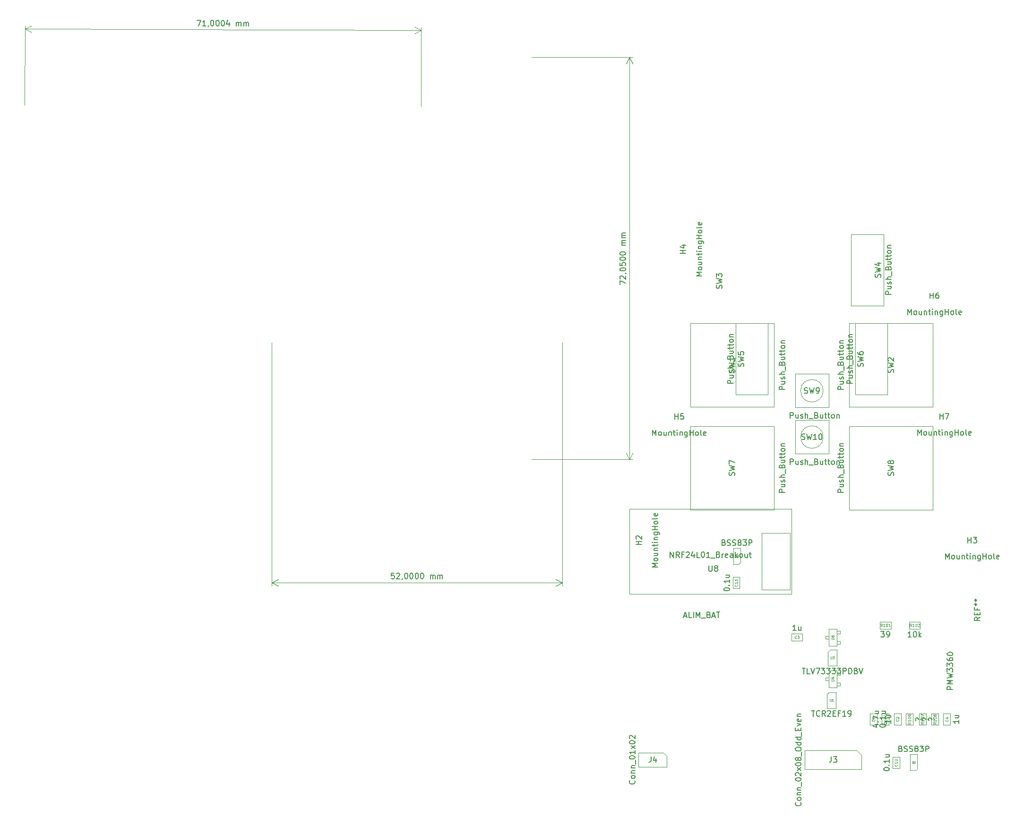
<source format=gbr>
%TF.GenerationSoftware,KiCad,Pcbnew,9.0.2*%
%TF.CreationDate,2025-05-15T14:08:43+02:00*%
%TF.ProjectId,MaSe,4d615365-2e6b-4696-9361-645f70636258,rev?*%
%TF.SameCoordinates,Original*%
%TF.FileFunction,AssemblyDrawing,Top*%
%FSLAX46Y46*%
G04 Gerber Fmt 4.6, Leading zero omitted, Abs format (unit mm)*
G04 Created by KiCad (PCBNEW 9.0.2) date 2025-05-15 14:08:43*
%MOMM*%
%LPD*%
G01*
G04 APERTURE LIST*
%ADD10C,0.150000*%
%ADD11C,0.100000*%
%ADD12C,0.080000*%
%ADD13C,0.075000*%
%ADD14C,0.060000*%
%ADD15C,0.050000*%
%ADD16C,0.120000*%
G04 APERTURE END LIST*
D10*
X63638906Y-7383962D02*
X64305569Y-7386310D01*
X64305569Y-7386310D02*
X63873479Y-8384794D01*
X65206804Y-8389489D02*
X64635379Y-8387477D01*
X64921091Y-8388483D02*
X64924613Y-7388489D01*
X64924613Y-7388489D02*
X64828872Y-7531010D01*
X64828872Y-7531010D02*
X64733299Y-7625912D01*
X64733299Y-7625912D02*
X64637894Y-7673196D01*
X65683159Y-8343547D02*
X65682992Y-8391166D01*
X65682992Y-8391166D02*
X65635037Y-8486236D01*
X65635037Y-8486236D02*
X65587251Y-8533687D01*
X66305556Y-7393352D02*
X66400793Y-7393687D01*
X66400793Y-7393687D02*
X66495863Y-7441641D01*
X66495863Y-7441641D02*
X66543314Y-7489428D01*
X66543314Y-7489428D02*
X66590598Y-7584833D01*
X66590598Y-7584833D02*
X66637546Y-7775475D01*
X66637546Y-7775475D02*
X66636708Y-8013569D01*
X66636708Y-8013569D02*
X66588418Y-8203877D01*
X66588418Y-8203877D02*
X66540464Y-8298946D01*
X66540464Y-8298946D02*
X66492678Y-8346397D01*
X66492678Y-8346397D02*
X66397272Y-8393681D01*
X66397272Y-8393681D02*
X66302035Y-8393346D01*
X66302035Y-8393346D02*
X66206965Y-8345391D01*
X66206965Y-8345391D02*
X66159514Y-8297605D01*
X66159514Y-8297605D02*
X66112231Y-8202200D01*
X66112231Y-8202200D02*
X66065282Y-8011557D01*
X66065282Y-8011557D02*
X66066121Y-7773463D01*
X66066121Y-7773463D02*
X66114410Y-7583156D01*
X66114410Y-7583156D02*
X66162364Y-7488086D01*
X66162364Y-7488086D02*
X66210151Y-7440635D01*
X66210151Y-7440635D02*
X66305556Y-7393352D01*
X67257931Y-7396705D02*
X67353169Y-7397040D01*
X67353169Y-7397040D02*
X67448238Y-7444995D01*
X67448238Y-7444995D02*
X67495689Y-7492781D01*
X67495689Y-7492781D02*
X67542973Y-7588186D01*
X67542973Y-7588186D02*
X67589921Y-7778829D01*
X67589921Y-7778829D02*
X67589083Y-8016923D01*
X67589083Y-8016923D02*
X67540793Y-8207230D01*
X67540793Y-8207230D02*
X67492839Y-8302300D01*
X67492839Y-8302300D02*
X67445053Y-8349751D01*
X67445053Y-8349751D02*
X67349647Y-8397034D01*
X67349647Y-8397034D02*
X67254410Y-8396699D01*
X67254410Y-8396699D02*
X67159340Y-8348745D01*
X67159340Y-8348745D02*
X67111889Y-8300958D01*
X67111889Y-8300958D02*
X67064606Y-8205553D01*
X67064606Y-8205553D02*
X67017658Y-8014911D01*
X67017658Y-8014911D02*
X67018496Y-7776817D01*
X67018496Y-7776817D02*
X67066785Y-7586509D01*
X67066785Y-7586509D02*
X67114739Y-7491440D01*
X67114739Y-7491440D02*
X67162526Y-7443989D01*
X67162526Y-7443989D02*
X67257931Y-7396705D01*
X68210306Y-7400059D02*
X68305544Y-7400394D01*
X68305544Y-7400394D02*
X68400613Y-7448348D01*
X68400613Y-7448348D02*
X68448065Y-7496134D01*
X68448065Y-7496134D02*
X68495348Y-7591540D01*
X68495348Y-7591540D02*
X68542296Y-7782182D01*
X68542296Y-7782182D02*
X68541458Y-8020276D01*
X68541458Y-8020276D02*
X68493168Y-8210583D01*
X68493168Y-8210583D02*
X68445214Y-8305653D01*
X68445214Y-8305653D02*
X68397428Y-8353104D01*
X68397428Y-8353104D02*
X68302023Y-8400388D01*
X68302023Y-8400388D02*
X68206785Y-8400052D01*
X68206785Y-8400052D02*
X68111715Y-8352098D01*
X68111715Y-8352098D02*
X68064264Y-8304312D01*
X68064264Y-8304312D02*
X68016981Y-8208907D01*
X68016981Y-8208907D02*
X67970033Y-8018264D01*
X67970033Y-8018264D02*
X67970871Y-7780170D01*
X67970871Y-7780170D02*
X68019160Y-7589863D01*
X68019160Y-7589863D02*
X68067115Y-7494793D01*
X68067115Y-7494793D02*
X68114901Y-7447342D01*
X68114901Y-7447342D02*
X68210306Y-7400059D01*
X69399601Y-7737582D02*
X69397254Y-8404244D01*
X69162849Y-7355793D02*
X68922240Y-8069236D01*
X68922240Y-8069236D02*
X69541284Y-8071416D01*
X70682961Y-8408771D02*
X70685308Y-7742109D01*
X70684973Y-7837346D02*
X70732759Y-7789895D01*
X70732759Y-7789895D02*
X70828164Y-7742612D01*
X70828164Y-7742612D02*
X70971020Y-7743115D01*
X70971020Y-7743115D02*
X71066090Y-7791069D01*
X71066090Y-7791069D02*
X71113374Y-7886474D01*
X71113374Y-7886474D02*
X71111529Y-8410280D01*
X71113374Y-7886474D02*
X71161328Y-7791404D01*
X71161328Y-7791404D02*
X71256733Y-7744121D01*
X71256733Y-7744121D02*
X71399589Y-7744624D01*
X71399589Y-7744624D02*
X71494659Y-7792578D01*
X71494659Y-7792578D02*
X71541942Y-7887983D01*
X71541942Y-7887983D02*
X71540098Y-8411789D01*
X72016285Y-8413466D02*
X72018633Y-7746804D01*
X72018297Y-7842041D02*
X72066084Y-7794590D01*
X72066084Y-7794590D02*
X72161489Y-7747307D01*
X72161489Y-7747307D02*
X72304345Y-7747810D01*
X72304345Y-7747810D02*
X72399415Y-7795764D01*
X72399415Y-7795764D02*
X72446698Y-7891169D01*
X72446698Y-7891169D02*
X72444854Y-8414975D01*
X72446698Y-7891169D02*
X72494653Y-7796099D01*
X72494653Y-7796099D02*
X72590058Y-7748816D01*
X72590058Y-7748816D02*
X72732914Y-7749319D01*
X72732914Y-7749319D02*
X72827984Y-7797273D01*
X72827984Y-7797273D02*
X72875267Y-7892678D01*
X72875267Y-7892678D02*
X72873423Y-8416484D01*
D11*
X32751761Y-22550003D02*
X32801641Y-8384149D01*
X103751761Y-22800003D02*
X103801641Y-8634149D01*
X32799575Y-8970565D02*
X103799575Y-9220565D01*
X32799575Y-8970565D02*
X33928137Y-8388114D01*
X32799575Y-8970565D02*
X33924007Y-9560949D01*
X103799575Y-9220565D02*
X102671013Y-9803016D01*
X103799575Y-9220565D02*
X102675143Y-8630181D01*
D10*
X98954762Y-106454819D02*
X98478572Y-106454819D01*
X98478572Y-106454819D02*
X98430953Y-106931009D01*
X98430953Y-106931009D02*
X98478572Y-106883390D01*
X98478572Y-106883390D02*
X98573810Y-106835771D01*
X98573810Y-106835771D02*
X98811905Y-106835771D01*
X98811905Y-106835771D02*
X98907143Y-106883390D01*
X98907143Y-106883390D02*
X98954762Y-106931009D01*
X98954762Y-106931009D02*
X99002381Y-107026247D01*
X99002381Y-107026247D02*
X99002381Y-107264342D01*
X99002381Y-107264342D02*
X98954762Y-107359580D01*
X98954762Y-107359580D02*
X98907143Y-107407200D01*
X98907143Y-107407200D02*
X98811905Y-107454819D01*
X98811905Y-107454819D02*
X98573810Y-107454819D01*
X98573810Y-107454819D02*
X98478572Y-107407200D01*
X98478572Y-107407200D02*
X98430953Y-107359580D01*
X99383334Y-106550057D02*
X99430953Y-106502438D01*
X99430953Y-106502438D02*
X99526191Y-106454819D01*
X99526191Y-106454819D02*
X99764286Y-106454819D01*
X99764286Y-106454819D02*
X99859524Y-106502438D01*
X99859524Y-106502438D02*
X99907143Y-106550057D01*
X99907143Y-106550057D02*
X99954762Y-106645295D01*
X99954762Y-106645295D02*
X99954762Y-106740533D01*
X99954762Y-106740533D02*
X99907143Y-106883390D01*
X99907143Y-106883390D02*
X99335715Y-107454819D01*
X99335715Y-107454819D02*
X99954762Y-107454819D01*
X100430953Y-107407200D02*
X100430953Y-107454819D01*
X100430953Y-107454819D02*
X100383334Y-107550057D01*
X100383334Y-107550057D02*
X100335715Y-107597676D01*
X101050000Y-106454819D02*
X101145238Y-106454819D01*
X101145238Y-106454819D02*
X101240476Y-106502438D01*
X101240476Y-106502438D02*
X101288095Y-106550057D01*
X101288095Y-106550057D02*
X101335714Y-106645295D01*
X101335714Y-106645295D02*
X101383333Y-106835771D01*
X101383333Y-106835771D02*
X101383333Y-107073866D01*
X101383333Y-107073866D02*
X101335714Y-107264342D01*
X101335714Y-107264342D02*
X101288095Y-107359580D01*
X101288095Y-107359580D02*
X101240476Y-107407200D01*
X101240476Y-107407200D02*
X101145238Y-107454819D01*
X101145238Y-107454819D02*
X101050000Y-107454819D01*
X101050000Y-107454819D02*
X100954762Y-107407200D01*
X100954762Y-107407200D02*
X100907143Y-107359580D01*
X100907143Y-107359580D02*
X100859524Y-107264342D01*
X100859524Y-107264342D02*
X100811905Y-107073866D01*
X100811905Y-107073866D02*
X100811905Y-106835771D01*
X100811905Y-106835771D02*
X100859524Y-106645295D01*
X100859524Y-106645295D02*
X100907143Y-106550057D01*
X100907143Y-106550057D02*
X100954762Y-106502438D01*
X100954762Y-106502438D02*
X101050000Y-106454819D01*
X102002381Y-106454819D02*
X102097619Y-106454819D01*
X102097619Y-106454819D02*
X102192857Y-106502438D01*
X102192857Y-106502438D02*
X102240476Y-106550057D01*
X102240476Y-106550057D02*
X102288095Y-106645295D01*
X102288095Y-106645295D02*
X102335714Y-106835771D01*
X102335714Y-106835771D02*
X102335714Y-107073866D01*
X102335714Y-107073866D02*
X102288095Y-107264342D01*
X102288095Y-107264342D02*
X102240476Y-107359580D01*
X102240476Y-107359580D02*
X102192857Y-107407200D01*
X102192857Y-107407200D02*
X102097619Y-107454819D01*
X102097619Y-107454819D02*
X102002381Y-107454819D01*
X102002381Y-107454819D02*
X101907143Y-107407200D01*
X101907143Y-107407200D02*
X101859524Y-107359580D01*
X101859524Y-107359580D02*
X101811905Y-107264342D01*
X101811905Y-107264342D02*
X101764286Y-107073866D01*
X101764286Y-107073866D02*
X101764286Y-106835771D01*
X101764286Y-106835771D02*
X101811905Y-106645295D01*
X101811905Y-106645295D02*
X101859524Y-106550057D01*
X101859524Y-106550057D02*
X101907143Y-106502438D01*
X101907143Y-106502438D02*
X102002381Y-106454819D01*
X102954762Y-106454819D02*
X103050000Y-106454819D01*
X103050000Y-106454819D02*
X103145238Y-106502438D01*
X103145238Y-106502438D02*
X103192857Y-106550057D01*
X103192857Y-106550057D02*
X103240476Y-106645295D01*
X103240476Y-106645295D02*
X103288095Y-106835771D01*
X103288095Y-106835771D02*
X103288095Y-107073866D01*
X103288095Y-107073866D02*
X103240476Y-107264342D01*
X103240476Y-107264342D02*
X103192857Y-107359580D01*
X103192857Y-107359580D02*
X103145238Y-107407200D01*
X103145238Y-107407200D02*
X103050000Y-107454819D01*
X103050000Y-107454819D02*
X102954762Y-107454819D01*
X102954762Y-107454819D02*
X102859524Y-107407200D01*
X102859524Y-107407200D02*
X102811905Y-107359580D01*
X102811905Y-107359580D02*
X102764286Y-107264342D01*
X102764286Y-107264342D02*
X102716667Y-107073866D01*
X102716667Y-107073866D02*
X102716667Y-106835771D01*
X102716667Y-106835771D02*
X102764286Y-106645295D01*
X102764286Y-106645295D02*
X102811905Y-106550057D01*
X102811905Y-106550057D02*
X102859524Y-106502438D01*
X102859524Y-106502438D02*
X102954762Y-106454819D01*
X103907143Y-106454819D02*
X104002381Y-106454819D01*
X104002381Y-106454819D02*
X104097619Y-106502438D01*
X104097619Y-106502438D02*
X104145238Y-106550057D01*
X104145238Y-106550057D02*
X104192857Y-106645295D01*
X104192857Y-106645295D02*
X104240476Y-106835771D01*
X104240476Y-106835771D02*
X104240476Y-107073866D01*
X104240476Y-107073866D02*
X104192857Y-107264342D01*
X104192857Y-107264342D02*
X104145238Y-107359580D01*
X104145238Y-107359580D02*
X104097619Y-107407200D01*
X104097619Y-107407200D02*
X104002381Y-107454819D01*
X104002381Y-107454819D02*
X103907143Y-107454819D01*
X103907143Y-107454819D02*
X103811905Y-107407200D01*
X103811905Y-107407200D02*
X103764286Y-107359580D01*
X103764286Y-107359580D02*
X103716667Y-107264342D01*
X103716667Y-107264342D02*
X103669048Y-107073866D01*
X103669048Y-107073866D02*
X103669048Y-106835771D01*
X103669048Y-106835771D02*
X103716667Y-106645295D01*
X103716667Y-106645295D02*
X103764286Y-106550057D01*
X103764286Y-106550057D02*
X103811905Y-106502438D01*
X103811905Y-106502438D02*
X103907143Y-106454819D01*
X105430953Y-107454819D02*
X105430953Y-106788152D01*
X105430953Y-106883390D02*
X105478572Y-106835771D01*
X105478572Y-106835771D02*
X105573810Y-106788152D01*
X105573810Y-106788152D02*
X105716667Y-106788152D01*
X105716667Y-106788152D02*
X105811905Y-106835771D01*
X105811905Y-106835771D02*
X105859524Y-106931009D01*
X105859524Y-106931009D02*
X105859524Y-107454819D01*
X105859524Y-106931009D02*
X105907143Y-106835771D01*
X105907143Y-106835771D02*
X106002381Y-106788152D01*
X106002381Y-106788152D02*
X106145238Y-106788152D01*
X106145238Y-106788152D02*
X106240477Y-106835771D01*
X106240477Y-106835771D02*
X106288096Y-106931009D01*
X106288096Y-106931009D02*
X106288096Y-107454819D01*
X106764286Y-107454819D02*
X106764286Y-106788152D01*
X106764286Y-106883390D02*
X106811905Y-106835771D01*
X106811905Y-106835771D02*
X106907143Y-106788152D01*
X106907143Y-106788152D02*
X107050000Y-106788152D01*
X107050000Y-106788152D02*
X107145238Y-106835771D01*
X107145238Y-106835771D02*
X107192857Y-106931009D01*
X107192857Y-106931009D02*
X107192857Y-107454819D01*
X107192857Y-106931009D02*
X107240476Y-106835771D01*
X107240476Y-106835771D02*
X107335714Y-106788152D01*
X107335714Y-106788152D02*
X107478571Y-106788152D01*
X107478571Y-106788152D02*
X107573810Y-106835771D01*
X107573810Y-106835771D02*
X107621429Y-106931009D01*
X107621429Y-106931009D02*
X107621429Y-107454819D01*
D11*
X129050000Y-65150000D02*
X129050000Y-108736420D01*
X77050000Y-65150000D02*
X77050000Y-108736420D01*
X129050000Y-108150000D02*
X77050000Y-108150000D01*
X129050000Y-108150000D02*
X127923496Y-108736421D01*
X129050000Y-108150000D02*
X127923496Y-107563579D01*
X77050000Y-108150000D02*
X78176504Y-107563579D01*
X77050000Y-108150000D02*
X78176504Y-108736421D01*
D10*
X139404819Y-54741665D02*
X139404819Y-54074999D01*
X139404819Y-54074999D02*
X140404819Y-54503570D01*
X139500057Y-53741665D02*
X139452438Y-53694046D01*
X139452438Y-53694046D02*
X139404819Y-53598808D01*
X139404819Y-53598808D02*
X139404819Y-53360713D01*
X139404819Y-53360713D02*
X139452438Y-53265475D01*
X139452438Y-53265475D02*
X139500057Y-53217856D01*
X139500057Y-53217856D02*
X139595295Y-53170237D01*
X139595295Y-53170237D02*
X139690533Y-53170237D01*
X139690533Y-53170237D02*
X139833390Y-53217856D01*
X139833390Y-53217856D02*
X140404819Y-53789284D01*
X140404819Y-53789284D02*
X140404819Y-53170237D01*
X140357200Y-52694046D02*
X140404819Y-52694046D01*
X140404819Y-52694046D02*
X140500057Y-52741665D01*
X140500057Y-52741665D02*
X140547676Y-52789284D01*
X139404819Y-52074999D02*
X139404819Y-51979761D01*
X139404819Y-51979761D02*
X139452438Y-51884523D01*
X139452438Y-51884523D02*
X139500057Y-51836904D01*
X139500057Y-51836904D02*
X139595295Y-51789285D01*
X139595295Y-51789285D02*
X139785771Y-51741666D01*
X139785771Y-51741666D02*
X140023866Y-51741666D01*
X140023866Y-51741666D02*
X140214342Y-51789285D01*
X140214342Y-51789285D02*
X140309580Y-51836904D01*
X140309580Y-51836904D02*
X140357200Y-51884523D01*
X140357200Y-51884523D02*
X140404819Y-51979761D01*
X140404819Y-51979761D02*
X140404819Y-52074999D01*
X140404819Y-52074999D02*
X140357200Y-52170237D01*
X140357200Y-52170237D02*
X140309580Y-52217856D01*
X140309580Y-52217856D02*
X140214342Y-52265475D01*
X140214342Y-52265475D02*
X140023866Y-52313094D01*
X140023866Y-52313094D02*
X139785771Y-52313094D01*
X139785771Y-52313094D02*
X139595295Y-52265475D01*
X139595295Y-52265475D02*
X139500057Y-52217856D01*
X139500057Y-52217856D02*
X139452438Y-52170237D01*
X139452438Y-52170237D02*
X139404819Y-52074999D01*
X139404819Y-50836904D02*
X139404819Y-51313094D01*
X139404819Y-51313094D02*
X139881009Y-51360713D01*
X139881009Y-51360713D02*
X139833390Y-51313094D01*
X139833390Y-51313094D02*
X139785771Y-51217856D01*
X139785771Y-51217856D02*
X139785771Y-50979761D01*
X139785771Y-50979761D02*
X139833390Y-50884523D01*
X139833390Y-50884523D02*
X139881009Y-50836904D01*
X139881009Y-50836904D02*
X139976247Y-50789285D01*
X139976247Y-50789285D02*
X140214342Y-50789285D01*
X140214342Y-50789285D02*
X140309580Y-50836904D01*
X140309580Y-50836904D02*
X140357200Y-50884523D01*
X140357200Y-50884523D02*
X140404819Y-50979761D01*
X140404819Y-50979761D02*
X140404819Y-51217856D01*
X140404819Y-51217856D02*
X140357200Y-51313094D01*
X140357200Y-51313094D02*
X140309580Y-51360713D01*
X139404819Y-50170237D02*
X139404819Y-50074999D01*
X139404819Y-50074999D02*
X139452438Y-49979761D01*
X139452438Y-49979761D02*
X139500057Y-49932142D01*
X139500057Y-49932142D02*
X139595295Y-49884523D01*
X139595295Y-49884523D02*
X139785771Y-49836904D01*
X139785771Y-49836904D02*
X140023866Y-49836904D01*
X140023866Y-49836904D02*
X140214342Y-49884523D01*
X140214342Y-49884523D02*
X140309580Y-49932142D01*
X140309580Y-49932142D02*
X140357200Y-49979761D01*
X140357200Y-49979761D02*
X140404819Y-50074999D01*
X140404819Y-50074999D02*
X140404819Y-50170237D01*
X140404819Y-50170237D02*
X140357200Y-50265475D01*
X140357200Y-50265475D02*
X140309580Y-50313094D01*
X140309580Y-50313094D02*
X140214342Y-50360713D01*
X140214342Y-50360713D02*
X140023866Y-50408332D01*
X140023866Y-50408332D02*
X139785771Y-50408332D01*
X139785771Y-50408332D02*
X139595295Y-50360713D01*
X139595295Y-50360713D02*
X139500057Y-50313094D01*
X139500057Y-50313094D02*
X139452438Y-50265475D01*
X139452438Y-50265475D02*
X139404819Y-50170237D01*
X139404819Y-49217856D02*
X139404819Y-49122618D01*
X139404819Y-49122618D02*
X139452438Y-49027380D01*
X139452438Y-49027380D02*
X139500057Y-48979761D01*
X139500057Y-48979761D02*
X139595295Y-48932142D01*
X139595295Y-48932142D02*
X139785771Y-48884523D01*
X139785771Y-48884523D02*
X140023866Y-48884523D01*
X140023866Y-48884523D02*
X140214342Y-48932142D01*
X140214342Y-48932142D02*
X140309580Y-48979761D01*
X140309580Y-48979761D02*
X140357200Y-49027380D01*
X140357200Y-49027380D02*
X140404819Y-49122618D01*
X140404819Y-49122618D02*
X140404819Y-49217856D01*
X140404819Y-49217856D02*
X140357200Y-49313094D01*
X140357200Y-49313094D02*
X140309580Y-49360713D01*
X140309580Y-49360713D02*
X140214342Y-49408332D01*
X140214342Y-49408332D02*
X140023866Y-49455951D01*
X140023866Y-49455951D02*
X139785771Y-49455951D01*
X139785771Y-49455951D02*
X139595295Y-49408332D01*
X139595295Y-49408332D02*
X139500057Y-49360713D01*
X139500057Y-49360713D02*
X139452438Y-49313094D01*
X139452438Y-49313094D02*
X139404819Y-49217856D01*
X140404819Y-47694046D02*
X139738152Y-47694046D01*
X139833390Y-47694046D02*
X139785771Y-47646427D01*
X139785771Y-47646427D02*
X139738152Y-47551189D01*
X139738152Y-47551189D02*
X139738152Y-47408332D01*
X139738152Y-47408332D02*
X139785771Y-47313094D01*
X139785771Y-47313094D02*
X139881009Y-47265475D01*
X139881009Y-47265475D02*
X140404819Y-47265475D01*
X139881009Y-47265475D02*
X139785771Y-47217856D01*
X139785771Y-47217856D02*
X139738152Y-47122618D01*
X139738152Y-47122618D02*
X139738152Y-46979761D01*
X139738152Y-46979761D02*
X139785771Y-46884522D01*
X139785771Y-46884522D02*
X139881009Y-46836903D01*
X139881009Y-46836903D02*
X140404819Y-46836903D01*
X140404819Y-46360713D02*
X139738152Y-46360713D01*
X139833390Y-46360713D02*
X139785771Y-46313094D01*
X139785771Y-46313094D02*
X139738152Y-46217856D01*
X139738152Y-46217856D02*
X139738152Y-46074999D01*
X139738152Y-46074999D02*
X139785771Y-45979761D01*
X139785771Y-45979761D02*
X139881009Y-45932142D01*
X139881009Y-45932142D02*
X140404819Y-45932142D01*
X139881009Y-45932142D02*
X139785771Y-45884523D01*
X139785771Y-45884523D02*
X139738152Y-45789285D01*
X139738152Y-45789285D02*
X139738152Y-45646428D01*
X139738152Y-45646428D02*
X139785771Y-45551189D01*
X139785771Y-45551189D02*
X139881009Y-45503570D01*
X139881009Y-45503570D02*
X140404819Y-45503570D01*
D11*
X123550000Y-14050000D02*
X141686420Y-14050000D01*
X123550000Y-86100000D02*
X141686420Y-86100000D01*
X141100000Y-14050000D02*
X141100000Y-86100000D01*
X141100000Y-14050000D02*
X141686421Y-15176504D01*
X141100000Y-14050000D02*
X140513579Y-15176504D01*
X141100000Y-86100000D02*
X140513579Y-84973496D01*
X141100000Y-86100000D02*
X141686421Y-84973496D01*
D10*
X142004580Y-143613095D02*
X142052200Y-143660714D01*
X142052200Y-143660714D02*
X142099819Y-143803571D01*
X142099819Y-143803571D02*
X142099819Y-143898809D01*
X142099819Y-143898809D02*
X142052200Y-144041666D01*
X142052200Y-144041666D02*
X141956961Y-144136904D01*
X141956961Y-144136904D02*
X141861723Y-144184523D01*
X141861723Y-144184523D02*
X141671247Y-144232142D01*
X141671247Y-144232142D02*
X141528390Y-144232142D01*
X141528390Y-144232142D02*
X141337914Y-144184523D01*
X141337914Y-144184523D02*
X141242676Y-144136904D01*
X141242676Y-144136904D02*
X141147438Y-144041666D01*
X141147438Y-144041666D02*
X141099819Y-143898809D01*
X141099819Y-143898809D02*
X141099819Y-143803571D01*
X141099819Y-143803571D02*
X141147438Y-143660714D01*
X141147438Y-143660714D02*
X141195057Y-143613095D01*
X142099819Y-143041666D02*
X142052200Y-143136904D01*
X142052200Y-143136904D02*
X142004580Y-143184523D01*
X142004580Y-143184523D02*
X141909342Y-143232142D01*
X141909342Y-143232142D02*
X141623628Y-143232142D01*
X141623628Y-143232142D02*
X141528390Y-143184523D01*
X141528390Y-143184523D02*
X141480771Y-143136904D01*
X141480771Y-143136904D02*
X141433152Y-143041666D01*
X141433152Y-143041666D02*
X141433152Y-142898809D01*
X141433152Y-142898809D02*
X141480771Y-142803571D01*
X141480771Y-142803571D02*
X141528390Y-142755952D01*
X141528390Y-142755952D02*
X141623628Y-142708333D01*
X141623628Y-142708333D02*
X141909342Y-142708333D01*
X141909342Y-142708333D02*
X142004580Y-142755952D01*
X142004580Y-142755952D02*
X142052200Y-142803571D01*
X142052200Y-142803571D02*
X142099819Y-142898809D01*
X142099819Y-142898809D02*
X142099819Y-143041666D01*
X141433152Y-142279761D02*
X142099819Y-142279761D01*
X141528390Y-142279761D02*
X141480771Y-142232142D01*
X141480771Y-142232142D02*
X141433152Y-142136904D01*
X141433152Y-142136904D02*
X141433152Y-141994047D01*
X141433152Y-141994047D02*
X141480771Y-141898809D01*
X141480771Y-141898809D02*
X141576009Y-141851190D01*
X141576009Y-141851190D02*
X142099819Y-141851190D01*
X141433152Y-141374999D02*
X142099819Y-141374999D01*
X141528390Y-141374999D02*
X141480771Y-141327380D01*
X141480771Y-141327380D02*
X141433152Y-141232142D01*
X141433152Y-141232142D02*
X141433152Y-141089285D01*
X141433152Y-141089285D02*
X141480771Y-140994047D01*
X141480771Y-140994047D02*
X141576009Y-140946428D01*
X141576009Y-140946428D02*
X142099819Y-140946428D01*
X142195057Y-140708333D02*
X142195057Y-139946428D01*
X141099819Y-139517856D02*
X141099819Y-139422618D01*
X141099819Y-139422618D02*
X141147438Y-139327380D01*
X141147438Y-139327380D02*
X141195057Y-139279761D01*
X141195057Y-139279761D02*
X141290295Y-139232142D01*
X141290295Y-139232142D02*
X141480771Y-139184523D01*
X141480771Y-139184523D02*
X141718866Y-139184523D01*
X141718866Y-139184523D02*
X141909342Y-139232142D01*
X141909342Y-139232142D02*
X142004580Y-139279761D01*
X142004580Y-139279761D02*
X142052200Y-139327380D01*
X142052200Y-139327380D02*
X142099819Y-139422618D01*
X142099819Y-139422618D02*
X142099819Y-139517856D01*
X142099819Y-139517856D02*
X142052200Y-139613094D01*
X142052200Y-139613094D02*
X142004580Y-139660713D01*
X142004580Y-139660713D02*
X141909342Y-139708332D01*
X141909342Y-139708332D02*
X141718866Y-139755951D01*
X141718866Y-139755951D02*
X141480771Y-139755951D01*
X141480771Y-139755951D02*
X141290295Y-139708332D01*
X141290295Y-139708332D02*
X141195057Y-139660713D01*
X141195057Y-139660713D02*
X141147438Y-139613094D01*
X141147438Y-139613094D02*
X141099819Y-139517856D01*
X142099819Y-138232142D02*
X142099819Y-138803570D01*
X142099819Y-138517856D02*
X141099819Y-138517856D01*
X141099819Y-138517856D02*
X141242676Y-138613094D01*
X141242676Y-138613094D02*
X141337914Y-138708332D01*
X141337914Y-138708332D02*
X141385533Y-138803570D01*
X142099819Y-137898808D02*
X141433152Y-137374999D01*
X141433152Y-137898808D02*
X142099819Y-137374999D01*
X141099819Y-136803570D02*
X141099819Y-136708332D01*
X141099819Y-136708332D02*
X141147438Y-136613094D01*
X141147438Y-136613094D02*
X141195057Y-136565475D01*
X141195057Y-136565475D02*
X141290295Y-136517856D01*
X141290295Y-136517856D02*
X141480771Y-136470237D01*
X141480771Y-136470237D02*
X141718866Y-136470237D01*
X141718866Y-136470237D02*
X141909342Y-136517856D01*
X141909342Y-136517856D02*
X142004580Y-136565475D01*
X142004580Y-136565475D02*
X142052200Y-136613094D01*
X142052200Y-136613094D02*
X142099819Y-136708332D01*
X142099819Y-136708332D02*
X142099819Y-136803570D01*
X142099819Y-136803570D02*
X142052200Y-136898808D01*
X142052200Y-136898808D02*
X142004580Y-136946427D01*
X142004580Y-136946427D02*
X141909342Y-136994046D01*
X141909342Y-136994046D02*
X141718866Y-137041665D01*
X141718866Y-137041665D02*
X141480771Y-137041665D01*
X141480771Y-137041665D02*
X141290295Y-136994046D01*
X141290295Y-136994046D02*
X141195057Y-136946427D01*
X141195057Y-136946427D02*
X141147438Y-136898808D01*
X141147438Y-136898808D02*
X141099819Y-136803570D01*
X141195057Y-136089284D02*
X141147438Y-136041665D01*
X141147438Y-136041665D02*
X141099819Y-135946427D01*
X141099819Y-135946427D02*
X141099819Y-135708332D01*
X141099819Y-135708332D02*
X141147438Y-135613094D01*
X141147438Y-135613094D02*
X141195057Y-135565475D01*
X141195057Y-135565475D02*
X141290295Y-135517856D01*
X141290295Y-135517856D02*
X141385533Y-135517856D01*
X141385533Y-135517856D02*
X141528390Y-135565475D01*
X141528390Y-135565475D02*
X142099819Y-136136903D01*
X142099819Y-136136903D02*
X142099819Y-135517856D01*
X144961666Y-139329819D02*
X144961666Y-140044104D01*
X144961666Y-140044104D02*
X144914047Y-140186961D01*
X144914047Y-140186961D02*
X144818809Y-140282200D01*
X144818809Y-140282200D02*
X144675952Y-140329819D01*
X144675952Y-140329819D02*
X144580714Y-140329819D01*
X145866428Y-139663152D02*
X145866428Y-140329819D01*
X145628333Y-139282200D02*
X145390238Y-139996485D01*
X145390238Y-139996485D02*
X146009285Y-139996485D01*
X185972319Y-133826785D02*
X185972319Y-133731547D01*
X185972319Y-133731547D02*
X186019938Y-133636309D01*
X186019938Y-133636309D02*
X186067557Y-133588690D01*
X186067557Y-133588690D02*
X186162795Y-133541071D01*
X186162795Y-133541071D02*
X186353271Y-133493452D01*
X186353271Y-133493452D02*
X186591366Y-133493452D01*
X186591366Y-133493452D02*
X186781842Y-133541071D01*
X186781842Y-133541071D02*
X186877080Y-133588690D01*
X186877080Y-133588690D02*
X186924700Y-133636309D01*
X186924700Y-133636309D02*
X186972319Y-133731547D01*
X186972319Y-133731547D02*
X186972319Y-133826785D01*
X186972319Y-133826785D02*
X186924700Y-133922023D01*
X186924700Y-133922023D02*
X186877080Y-133969642D01*
X186877080Y-133969642D02*
X186781842Y-134017261D01*
X186781842Y-134017261D02*
X186591366Y-134064880D01*
X186591366Y-134064880D02*
X186353271Y-134064880D01*
X186353271Y-134064880D02*
X186162795Y-134017261D01*
X186162795Y-134017261D02*
X186067557Y-133969642D01*
X186067557Y-133969642D02*
X186019938Y-133922023D01*
X186019938Y-133922023D02*
X185972319Y-133826785D01*
X186877080Y-133064880D02*
X186924700Y-133017261D01*
X186924700Y-133017261D02*
X186972319Y-133064880D01*
X186972319Y-133064880D02*
X186924700Y-133112499D01*
X186924700Y-133112499D02*
X186877080Y-133064880D01*
X186877080Y-133064880D02*
X186972319Y-133064880D01*
X186972319Y-132064881D02*
X186972319Y-132636309D01*
X186972319Y-132350595D02*
X185972319Y-132350595D01*
X185972319Y-132350595D02*
X186115176Y-132445833D01*
X186115176Y-132445833D02*
X186210414Y-132541071D01*
X186210414Y-132541071D02*
X186258033Y-132636309D01*
X186305652Y-131207738D02*
X186972319Y-131207738D01*
X186305652Y-131636309D02*
X186829461Y-131636309D01*
X186829461Y-131636309D02*
X186924700Y-131588690D01*
X186924700Y-131588690D02*
X186972319Y-131493452D01*
X186972319Y-131493452D02*
X186972319Y-131350595D01*
X186972319Y-131350595D02*
X186924700Y-131255357D01*
X186924700Y-131255357D02*
X186877080Y-131207738D01*
D12*
X185017030Y-132695833D02*
X185040840Y-132719642D01*
X185040840Y-132719642D02*
X185064649Y-132791071D01*
X185064649Y-132791071D02*
X185064649Y-132838690D01*
X185064649Y-132838690D02*
X185040840Y-132910118D01*
X185040840Y-132910118D02*
X184993220Y-132957737D01*
X184993220Y-132957737D02*
X184945601Y-132981547D01*
X184945601Y-132981547D02*
X184850363Y-133005356D01*
X184850363Y-133005356D02*
X184778935Y-133005356D01*
X184778935Y-133005356D02*
X184683697Y-132981547D01*
X184683697Y-132981547D02*
X184636078Y-132957737D01*
X184636078Y-132957737D02*
X184588459Y-132910118D01*
X184588459Y-132910118D02*
X184564649Y-132838690D01*
X184564649Y-132838690D02*
X184564649Y-132791071D01*
X184564649Y-132791071D02*
X184588459Y-132719642D01*
X184588459Y-132719642D02*
X184612268Y-132695833D01*
X185064649Y-132219642D02*
X185064649Y-132505356D01*
X185064649Y-132362499D02*
X184564649Y-132362499D01*
X184564649Y-132362499D02*
X184636078Y-132410118D01*
X184636078Y-132410118D02*
X184683697Y-132457737D01*
X184683697Y-132457737D02*
X184707506Y-132505356D01*
D13*
X177264909Y-125805952D02*
X177669671Y-125805952D01*
X177669671Y-125805952D02*
X177717290Y-125782142D01*
X177717290Y-125782142D02*
X177741100Y-125758333D01*
X177741100Y-125758333D02*
X177764909Y-125710714D01*
X177764909Y-125710714D02*
X177764909Y-125615476D01*
X177764909Y-125615476D02*
X177741100Y-125567857D01*
X177741100Y-125567857D02*
X177717290Y-125544047D01*
X177717290Y-125544047D02*
X177669671Y-125520238D01*
X177669671Y-125520238D02*
X177264909Y-125520238D01*
X177431576Y-125067856D02*
X177764909Y-125067856D01*
X177241100Y-125186904D02*
X177598242Y-125305951D01*
X177598242Y-125305951D02*
X177598242Y-124996428D01*
D10*
X186165476Y-116904819D02*
X186784523Y-116904819D01*
X186784523Y-116904819D02*
X186451190Y-117285771D01*
X186451190Y-117285771D02*
X186594047Y-117285771D01*
X186594047Y-117285771D02*
X186689285Y-117333390D01*
X186689285Y-117333390D02*
X186736904Y-117381009D01*
X186736904Y-117381009D02*
X186784523Y-117476247D01*
X186784523Y-117476247D02*
X186784523Y-117714342D01*
X186784523Y-117714342D02*
X186736904Y-117809580D01*
X186736904Y-117809580D02*
X186689285Y-117857200D01*
X186689285Y-117857200D02*
X186594047Y-117904819D01*
X186594047Y-117904819D02*
X186308333Y-117904819D01*
X186308333Y-117904819D02*
X186213095Y-117857200D01*
X186213095Y-117857200D02*
X186165476Y-117809580D01*
X187260714Y-117904819D02*
X187451190Y-117904819D01*
X187451190Y-117904819D02*
X187546428Y-117857200D01*
X187546428Y-117857200D02*
X187594047Y-117809580D01*
X187594047Y-117809580D02*
X187689285Y-117666723D01*
X187689285Y-117666723D02*
X187736904Y-117476247D01*
X187736904Y-117476247D02*
X187736904Y-117095295D01*
X187736904Y-117095295D02*
X187689285Y-117000057D01*
X187689285Y-117000057D02*
X187641666Y-116952438D01*
X187641666Y-116952438D02*
X187546428Y-116904819D01*
X187546428Y-116904819D02*
X187355952Y-116904819D01*
X187355952Y-116904819D02*
X187260714Y-116952438D01*
X187260714Y-116952438D02*
X187213095Y-117000057D01*
X187213095Y-117000057D02*
X187165476Y-117095295D01*
X187165476Y-117095295D02*
X187165476Y-117333390D01*
X187165476Y-117333390D02*
X187213095Y-117428628D01*
X187213095Y-117428628D02*
X187260714Y-117476247D01*
X187260714Y-117476247D02*
X187355952Y-117523866D01*
X187355952Y-117523866D02*
X187546428Y-117523866D01*
X187546428Y-117523866D02*
X187641666Y-117476247D01*
X187641666Y-117476247D02*
X187689285Y-117428628D01*
X187689285Y-117428628D02*
X187736904Y-117333390D01*
D12*
X186415476Y-116027149D02*
X186248810Y-115789054D01*
X186129762Y-116027149D02*
X186129762Y-115527149D01*
X186129762Y-115527149D02*
X186320238Y-115527149D01*
X186320238Y-115527149D02*
X186367857Y-115550959D01*
X186367857Y-115550959D02*
X186391667Y-115574768D01*
X186391667Y-115574768D02*
X186415476Y-115622387D01*
X186415476Y-115622387D02*
X186415476Y-115693816D01*
X186415476Y-115693816D02*
X186391667Y-115741435D01*
X186391667Y-115741435D02*
X186367857Y-115765244D01*
X186367857Y-115765244D02*
X186320238Y-115789054D01*
X186320238Y-115789054D02*
X186129762Y-115789054D01*
X186891667Y-116027149D02*
X186605953Y-116027149D01*
X186748810Y-116027149D02*
X186748810Y-115527149D01*
X186748810Y-115527149D02*
X186701191Y-115598578D01*
X186701191Y-115598578D02*
X186653572Y-115646197D01*
X186653572Y-115646197D02*
X186605953Y-115670006D01*
X187201190Y-115527149D02*
X187248809Y-115527149D01*
X187248809Y-115527149D02*
X187296428Y-115550959D01*
X187296428Y-115550959D02*
X187320238Y-115574768D01*
X187320238Y-115574768D02*
X187344047Y-115622387D01*
X187344047Y-115622387D02*
X187367857Y-115717625D01*
X187367857Y-115717625D02*
X187367857Y-115836673D01*
X187367857Y-115836673D02*
X187344047Y-115931911D01*
X187344047Y-115931911D02*
X187320238Y-115979530D01*
X187320238Y-115979530D02*
X187296428Y-116003340D01*
X187296428Y-116003340D02*
X187248809Y-116027149D01*
X187248809Y-116027149D02*
X187201190Y-116027149D01*
X187201190Y-116027149D02*
X187153571Y-116003340D01*
X187153571Y-116003340D02*
X187129762Y-115979530D01*
X187129762Y-115979530D02*
X187105952Y-115931911D01*
X187105952Y-115931911D02*
X187082143Y-115836673D01*
X187082143Y-115836673D02*
X187082143Y-115717625D01*
X187082143Y-115717625D02*
X187105952Y-115622387D01*
X187105952Y-115622387D02*
X187129762Y-115574768D01*
X187129762Y-115574768D02*
X187153571Y-115550959D01*
X187153571Y-115550959D02*
X187201190Y-115527149D01*
X187844047Y-116027149D02*
X187558333Y-116027149D01*
X187701190Y-116027149D02*
X187701190Y-115527149D01*
X187701190Y-115527149D02*
X187653571Y-115598578D01*
X187653571Y-115598578D02*
X187605952Y-115646197D01*
X187605952Y-115646197D02*
X187558333Y-115670006D01*
D10*
X193297080Y-132660118D02*
X193344700Y-132612499D01*
X193344700Y-132612499D02*
X193392319Y-132660118D01*
X193392319Y-132660118D02*
X193344700Y-132707737D01*
X193344700Y-132707737D02*
X193297080Y-132660118D01*
X193297080Y-132660118D02*
X193392319Y-132660118D01*
X192439938Y-132850594D02*
X192392319Y-132755356D01*
X192392319Y-132755356D02*
X192392319Y-132517261D01*
X192392319Y-132517261D02*
X192439938Y-132422023D01*
X192439938Y-132422023D02*
X192535176Y-132374404D01*
X192535176Y-132374404D02*
X192630414Y-132374404D01*
X192630414Y-132374404D02*
X192725652Y-132422023D01*
X192725652Y-132422023D02*
X192773271Y-132469642D01*
X192773271Y-132469642D02*
X192820890Y-132564880D01*
X192820890Y-132564880D02*
X192868509Y-132612499D01*
X192868509Y-132612499D02*
X192963747Y-132660118D01*
X192963747Y-132660118D02*
X193011366Y-132660118D01*
D12*
X191514649Y-133172023D02*
X191276554Y-133338689D01*
X191514649Y-133457737D02*
X191014649Y-133457737D01*
X191014649Y-133457737D02*
X191014649Y-133267261D01*
X191014649Y-133267261D02*
X191038459Y-133219642D01*
X191038459Y-133219642D02*
X191062268Y-133195832D01*
X191062268Y-133195832D02*
X191109887Y-133172023D01*
X191109887Y-133172023D02*
X191181316Y-133172023D01*
X191181316Y-133172023D02*
X191228935Y-133195832D01*
X191228935Y-133195832D02*
X191252744Y-133219642D01*
X191252744Y-133219642D02*
X191276554Y-133267261D01*
X191276554Y-133267261D02*
X191276554Y-133457737D01*
X191514649Y-132695832D02*
X191514649Y-132981546D01*
X191514649Y-132838689D02*
X191014649Y-132838689D01*
X191014649Y-132838689D02*
X191086078Y-132886308D01*
X191086078Y-132886308D02*
X191133697Y-132933927D01*
X191133697Y-132933927D02*
X191157506Y-132981546D01*
X191014649Y-132386309D02*
X191014649Y-132338690D01*
X191014649Y-132338690D02*
X191038459Y-132291071D01*
X191038459Y-132291071D02*
X191062268Y-132267261D01*
X191062268Y-132267261D02*
X191109887Y-132243452D01*
X191109887Y-132243452D02*
X191205125Y-132219642D01*
X191205125Y-132219642D02*
X191324173Y-132219642D01*
X191324173Y-132219642D02*
X191419411Y-132243452D01*
X191419411Y-132243452D02*
X191467030Y-132267261D01*
X191467030Y-132267261D02*
X191490840Y-132291071D01*
X191490840Y-132291071D02*
X191514649Y-132338690D01*
X191514649Y-132338690D02*
X191514649Y-132386309D01*
X191514649Y-132386309D02*
X191490840Y-132433928D01*
X191490840Y-132433928D02*
X191467030Y-132457737D01*
X191467030Y-132457737D02*
X191419411Y-132481547D01*
X191419411Y-132481547D02*
X191324173Y-132505356D01*
X191324173Y-132505356D02*
X191205125Y-132505356D01*
X191205125Y-132505356D02*
X191109887Y-132481547D01*
X191109887Y-132481547D02*
X191062268Y-132457737D01*
X191062268Y-132457737D02*
X191038459Y-132433928D01*
X191038459Y-132433928D02*
X191014649Y-132386309D01*
X191514649Y-131981547D02*
X191514649Y-131886309D01*
X191514649Y-131886309D02*
X191490840Y-131838690D01*
X191490840Y-131838690D02*
X191467030Y-131814881D01*
X191467030Y-131814881D02*
X191395601Y-131767262D01*
X191395601Y-131767262D02*
X191300363Y-131743452D01*
X191300363Y-131743452D02*
X191109887Y-131743452D01*
X191109887Y-131743452D02*
X191062268Y-131767262D01*
X191062268Y-131767262D02*
X191038459Y-131791071D01*
X191038459Y-131791071D02*
X191014649Y-131838690D01*
X191014649Y-131838690D02*
X191014649Y-131933928D01*
X191014649Y-131933928D02*
X191038459Y-131981547D01*
X191038459Y-131981547D02*
X191062268Y-132005357D01*
X191062268Y-132005357D02*
X191109887Y-132029166D01*
X191109887Y-132029166D02*
X191228935Y-132029166D01*
X191228935Y-132029166D02*
X191276554Y-132005357D01*
X191276554Y-132005357D02*
X191300363Y-131981547D01*
X191300363Y-131981547D02*
X191324173Y-131933928D01*
X191324173Y-131933928D02*
X191324173Y-131838690D01*
X191324173Y-131838690D02*
X191300363Y-131791071D01*
X191300363Y-131791071D02*
X191276554Y-131767262D01*
X191276554Y-131767262D02*
X191228935Y-131743452D01*
D10*
X173742262Y-131079819D02*
X174313690Y-131079819D01*
X174027976Y-132079819D02*
X174027976Y-131079819D01*
X175218452Y-131984580D02*
X175170833Y-132032200D01*
X175170833Y-132032200D02*
X175027976Y-132079819D01*
X175027976Y-132079819D02*
X174932738Y-132079819D01*
X174932738Y-132079819D02*
X174789881Y-132032200D01*
X174789881Y-132032200D02*
X174694643Y-131936961D01*
X174694643Y-131936961D02*
X174647024Y-131841723D01*
X174647024Y-131841723D02*
X174599405Y-131651247D01*
X174599405Y-131651247D02*
X174599405Y-131508390D01*
X174599405Y-131508390D02*
X174647024Y-131317914D01*
X174647024Y-131317914D02*
X174694643Y-131222676D01*
X174694643Y-131222676D02*
X174789881Y-131127438D01*
X174789881Y-131127438D02*
X174932738Y-131079819D01*
X174932738Y-131079819D02*
X175027976Y-131079819D01*
X175027976Y-131079819D02*
X175170833Y-131127438D01*
X175170833Y-131127438D02*
X175218452Y-131175057D01*
X176218452Y-132079819D02*
X175885119Y-131603628D01*
X175647024Y-132079819D02*
X175647024Y-131079819D01*
X175647024Y-131079819D02*
X176027976Y-131079819D01*
X176027976Y-131079819D02*
X176123214Y-131127438D01*
X176123214Y-131127438D02*
X176170833Y-131175057D01*
X176170833Y-131175057D02*
X176218452Y-131270295D01*
X176218452Y-131270295D02*
X176218452Y-131413152D01*
X176218452Y-131413152D02*
X176170833Y-131508390D01*
X176170833Y-131508390D02*
X176123214Y-131556009D01*
X176123214Y-131556009D02*
X176027976Y-131603628D01*
X176027976Y-131603628D02*
X175647024Y-131603628D01*
X176599405Y-131175057D02*
X176647024Y-131127438D01*
X176647024Y-131127438D02*
X176742262Y-131079819D01*
X176742262Y-131079819D02*
X176980357Y-131079819D01*
X176980357Y-131079819D02*
X177075595Y-131127438D01*
X177075595Y-131127438D02*
X177123214Y-131175057D01*
X177123214Y-131175057D02*
X177170833Y-131270295D01*
X177170833Y-131270295D02*
X177170833Y-131365533D01*
X177170833Y-131365533D02*
X177123214Y-131508390D01*
X177123214Y-131508390D02*
X176551786Y-132079819D01*
X176551786Y-132079819D02*
X177170833Y-132079819D01*
X177599405Y-131556009D02*
X177932738Y-131556009D01*
X178075595Y-132079819D02*
X177599405Y-132079819D01*
X177599405Y-132079819D02*
X177599405Y-131079819D01*
X177599405Y-131079819D02*
X178075595Y-131079819D01*
X178837500Y-131556009D02*
X178504167Y-131556009D01*
X178504167Y-132079819D02*
X178504167Y-131079819D01*
X178504167Y-131079819D02*
X178980357Y-131079819D01*
X179885119Y-132079819D02*
X179313691Y-132079819D01*
X179599405Y-132079819D02*
X179599405Y-131079819D01*
X179599405Y-131079819D02*
X179504167Y-131222676D01*
X179504167Y-131222676D02*
X179408929Y-131317914D01*
X179408929Y-131317914D02*
X179313691Y-131365533D01*
X180361310Y-132079819D02*
X180551786Y-132079819D01*
X180551786Y-132079819D02*
X180647024Y-132032200D01*
X180647024Y-132032200D02*
X180694643Y-131984580D01*
X180694643Y-131984580D02*
X180789881Y-131841723D01*
X180789881Y-131841723D02*
X180837500Y-131651247D01*
X180837500Y-131651247D02*
X180837500Y-131270295D01*
X180837500Y-131270295D02*
X180789881Y-131175057D01*
X180789881Y-131175057D02*
X180742262Y-131127438D01*
X180742262Y-131127438D02*
X180647024Y-131079819D01*
X180647024Y-131079819D02*
X180456548Y-131079819D01*
X180456548Y-131079819D02*
X180361310Y-131127438D01*
X180361310Y-131127438D02*
X180313691Y-131175057D01*
X180313691Y-131175057D02*
X180266072Y-131270295D01*
X180266072Y-131270295D02*
X180266072Y-131508390D01*
X180266072Y-131508390D02*
X180313691Y-131603628D01*
X180313691Y-131603628D02*
X180361310Y-131651247D01*
X180361310Y-131651247D02*
X180456548Y-131698866D01*
X180456548Y-131698866D02*
X180647024Y-131698866D01*
X180647024Y-131698866D02*
X180742262Y-131651247D01*
X180742262Y-131651247D02*
X180789881Y-131603628D01*
X180789881Y-131603628D02*
X180837500Y-131508390D01*
D14*
X177032738Y-129006927D02*
X177032738Y-129330737D01*
X177032738Y-129330737D02*
X177051785Y-129368832D01*
X177051785Y-129368832D02*
X177070833Y-129387880D01*
X177070833Y-129387880D02*
X177108928Y-129406927D01*
X177108928Y-129406927D02*
X177185119Y-129406927D01*
X177185119Y-129406927D02*
X177223214Y-129387880D01*
X177223214Y-129387880D02*
X177242261Y-129368832D01*
X177242261Y-129368832D02*
X177261309Y-129330737D01*
X177261309Y-129330737D02*
X177261309Y-129006927D01*
X177661309Y-129406927D02*
X177432738Y-129406927D01*
X177547024Y-129406927D02*
X177547024Y-129006927D01*
X177547024Y-129006927D02*
X177508928Y-129064070D01*
X177508928Y-129064070D02*
X177470833Y-129102165D01*
X177470833Y-129102165D02*
X177432738Y-129121213D01*
D10*
X185095652Y-133588690D02*
X185762319Y-133588690D01*
X184714700Y-133826785D02*
X185428985Y-134064880D01*
X185428985Y-134064880D02*
X185428985Y-133445833D01*
X185667080Y-133064880D02*
X185714700Y-133017261D01*
X185714700Y-133017261D02*
X185762319Y-133064880D01*
X185762319Y-133064880D02*
X185714700Y-133112499D01*
X185714700Y-133112499D02*
X185667080Y-133064880D01*
X185667080Y-133064880D02*
X185762319Y-133064880D01*
X184762319Y-132683928D02*
X184762319Y-132017262D01*
X184762319Y-132017262D02*
X185762319Y-132445833D01*
X185095652Y-131207738D02*
X185762319Y-131207738D01*
X185095652Y-131636309D02*
X185619461Y-131636309D01*
X185619461Y-131636309D02*
X185714700Y-131588690D01*
X185714700Y-131588690D02*
X185762319Y-131493452D01*
X185762319Y-131493452D02*
X185762319Y-131350595D01*
X185762319Y-131350595D02*
X185714700Y-131255357D01*
X185714700Y-131255357D02*
X185667080Y-131207738D01*
D12*
X187167030Y-133172023D02*
X187190840Y-133195832D01*
X187190840Y-133195832D02*
X187214649Y-133267261D01*
X187214649Y-133267261D02*
X187214649Y-133314880D01*
X187214649Y-133314880D02*
X187190840Y-133386308D01*
X187190840Y-133386308D02*
X187143220Y-133433927D01*
X187143220Y-133433927D02*
X187095601Y-133457737D01*
X187095601Y-133457737D02*
X187000363Y-133481546D01*
X187000363Y-133481546D02*
X186928935Y-133481546D01*
X186928935Y-133481546D02*
X186833697Y-133457737D01*
X186833697Y-133457737D02*
X186786078Y-133433927D01*
X186786078Y-133433927D02*
X186738459Y-133386308D01*
X186738459Y-133386308D02*
X186714649Y-133314880D01*
X186714649Y-133314880D02*
X186714649Y-133267261D01*
X186714649Y-133267261D02*
X186738459Y-133195832D01*
X186738459Y-133195832D02*
X186762268Y-133172023D01*
X187214649Y-132695832D02*
X187214649Y-132981546D01*
X187214649Y-132838689D02*
X186714649Y-132838689D01*
X186714649Y-132838689D02*
X186786078Y-132886308D01*
X186786078Y-132886308D02*
X186833697Y-132933927D01*
X186833697Y-132933927D02*
X186857506Y-132981546D01*
X186714649Y-132386309D02*
X186714649Y-132338690D01*
X186714649Y-132338690D02*
X186738459Y-132291071D01*
X186738459Y-132291071D02*
X186762268Y-132267261D01*
X186762268Y-132267261D02*
X186809887Y-132243452D01*
X186809887Y-132243452D02*
X186905125Y-132219642D01*
X186905125Y-132219642D02*
X187024173Y-132219642D01*
X187024173Y-132219642D02*
X187119411Y-132243452D01*
X187119411Y-132243452D02*
X187167030Y-132267261D01*
X187167030Y-132267261D02*
X187190840Y-132291071D01*
X187190840Y-132291071D02*
X187214649Y-132338690D01*
X187214649Y-132338690D02*
X187214649Y-132386309D01*
X187214649Y-132386309D02*
X187190840Y-132433928D01*
X187190840Y-132433928D02*
X187167030Y-132457737D01*
X187167030Y-132457737D02*
X187119411Y-132481547D01*
X187119411Y-132481547D02*
X187024173Y-132505356D01*
X187024173Y-132505356D02*
X186905125Y-132505356D01*
X186905125Y-132505356D02*
X186809887Y-132481547D01*
X186809887Y-132481547D02*
X186762268Y-132457737D01*
X186762268Y-132457737D02*
X186738459Y-132433928D01*
X186738459Y-132433928D02*
X186714649Y-132386309D01*
X186881316Y-131791071D02*
X187214649Y-131791071D01*
X186690840Y-131910119D02*
X187047982Y-132029166D01*
X187047982Y-132029166D02*
X187047982Y-131719643D01*
D10*
X200122319Y-132779166D02*
X200122319Y-133350594D01*
X200122319Y-133064880D02*
X199122319Y-133064880D01*
X199122319Y-133064880D02*
X199265176Y-133160118D01*
X199265176Y-133160118D02*
X199360414Y-133255356D01*
X199360414Y-133255356D02*
X199408033Y-133350594D01*
X199455652Y-131922023D02*
X200122319Y-131922023D01*
X199455652Y-132350594D02*
X199979461Y-132350594D01*
X199979461Y-132350594D02*
X200074700Y-132302975D01*
X200074700Y-132302975D02*
X200122319Y-132207737D01*
X200122319Y-132207737D02*
X200122319Y-132064880D01*
X200122319Y-132064880D02*
X200074700Y-131969642D01*
X200074700Y-131969642D02*
X200027080Y-131922023D01*
D12*
X198167030Y-132695833D02*
X198190840Y-132719642D01*
X198190840Y-132719642D02*
X198214649Y-132791071D01*
X198214649Y-132791071D02*
X198214649Y-132838690D01*
X198214649Y-132838690D02*
X198190840Y-132910118D01*
X198190840Y-132910118D02*
X198143220Y-132957737D01*
X198143220Y-132957737D02*
X198095601Y-132981547D01*
X198095601Y-132981547D02*
X198000363Y-133005356D01*
X198000363Y-133005356D02*
X197928935Y-133005356D01*
X197928935Y-133005356D02*
X197833697Y-132981547D01*
X197833697Y-132981547D02*
X197786078Y-132957737D01*
X197786078Y-132957737D02*
X197738459Y-132910118D01*
X197738459Y-132910118D02*
X197714649Y-132838690D01*
X197714649Y-132838690D02*
X197714649Y-132791071D01*
X197714649Y-132791071D02*
X197738459Y-132719642D01*
X197738459Y-132719642D02*
X197762268Y-132695833D01*
X197881316Y-132267261D02*
X198214649Y-132267261D01*
X197690840Y-132386309D02*
X198047982Y-132505356D01*
X198047982Y-132505356D02*
X198047982Y-132195833D01*
D13*
X177264909Y-118355952D02*
X177669671Y-118355952D01*
X177669671Y-118355952D02*
X177717290Y-118332142D01*
X177717290Y-118332142D02*
X177741100Y-118308333D01*
X177741100Y-118308333D02*
X177764909Y-118260714D01*
X177764909Y-118260714D02*
X177764909Y-118165476D01*
X177764909Y-118165476D02*
X177741100Y-118117857D01*
X177741100Y-118117857D02*
X177717290Y-118094047D01*
X177717290Y-118094047D02*
X177669671Y-118070238D01*
X177669671Y-118070238D02*
X177264909Y-118070238D01*
X177264909Y-117617856D02*
X177264909Y-117713094D01*
X177264909Y-117713094D02*
X177288719Y-117760713D01*
X177288719Y-117760713D02*
X177312528Y-117784523D01*
X177312528Y-117784523D02*
X177383957Y-117832142D01*
X177383957Y-117832142D02*
X177479195Y-117855951D01*
X177479195Y-117855951D02*
X177669671Y-117855951D01*
X177669671Y-117855951D02*
X177717290Y-117832142D01*
X177717290Y-117832142D02*
X177741100Y-117808332D01*
X177741100Y-117808332D02*
X177764909Y-117760713D01*
X177764909Y-117760713D02*
X177764909Y-117665475D01*
X177764909Y-117665475D02*
X177741100Y-117617856D01*
X177741100Y-117617856D02*
X177717290Y-117594047D01*
X177717290Y-117594047D02*
X177669671Y-117570237D01*
X177669671Y-117570237D02*
X177550623Y-117570237D01*
X177550623Y-117570237D02*
X177503004Y-117594047D01*
X177503004Y-117594047D02*
X177479195Y-117617856D01*
X177479195Y-117617856D02*
X177455385Y-117665475D01*
X177455385Y-117665475D02*
X177455385Y-117760713D01*
X177455385Y-117760713D02*
X177479195Y-117808332D01*
X177479195Y-117808332D02*
X177503004Y-117832142D01*
X177503004Y-117832142D02*
X177550623Y-117855951D01*
D10*
X194547080Y-132660118D02*
X194594700Y-132612499D01*
X194594700Y-132612499D02*
X194642319Y-132660118D01*
X194642319Y-132660118D02*
X194594700Y-132707737D01*
X194594700Y-132707737D02*
X194547080Y-132660118D01*
X194547080Y-132660118D02*
X194642319Y-132660118D01*
X193689938Y-132850594D02*
X193642319Y-132755356D01*
X193642319Y-132755356D02*
X193642319Y-132517261D01*
X193642319Y-132517261D02*
X193689938Y-132422023D01*
X193689938Y-132422023D02*
X193785176Y-132374404D01*
X193785176Y-132374404D02*
X193880414Y-132374404D01*
X193880414Y-132374404D02*
X193975652Y-132422023D01*
X193975652Y-132422023D02*
X194023271Y-132469642D01*
X194023271Y-132469642D02*
X194070890Y-132564880D01*
X194070890Y-132564880D02*
X194118509Y-132612499D01*
X194118509Y-132612499D02*
X194213747Y-132660118D01*
X194213747Y-132660118D02*
X194261366Y-132660118D01*
D12*
X196064649Y-133172023D02*
X195826554Y-133338689D01*
X196064649Y-133457737D02*
X195564649Y-133457737D01*
X195564649Y-133457737D02*
X195564649Y-133267261D01*
X195564649Y-133267261D02*
X195588459Y-133219642D01*
X195588459Y-133219642D02*
X195612268Y-133195832D01*
X195612268Y-133195832D02*
X195659887Y-133172023D01*
X195659887Y-133172023D02*
X195731316Y-133172023D01*
X195731316Y-133172023D02*
X195778935Y-133195832D01*
X195778935Y-133195832D02*
X195802744Y-133219642D01*
X195802744Y-133219642D02*
X195826554Y-133267261D01*
X195826554Y-133267261D02*
X195826554Y-133457737D01*
X196064649Y-132695832D02*
X196064649Y-132981546D01*
X196064649Y-132838689D02*
X195564649Y-132838689D01*
X195564649Y-132838689D02*
X195636078Y-132886308D01*
X195636078Y-132886308D02*
X195683697Y-132933927D01*
X195683697Y-132933927D02*
X195707506Y-132981546D01*
X195564649Y-132386309D02*
X195564649Y-132338690D01*
X195564649Y-132338690D02*
X195588459Y-132291071D01*
X195588459Y-132291071D02*
X195612268Y-132267261D01*
X195612268Y-132267261D02*
X195659887Y-132243452D01*
X195659887Y-132243452D02*
X195755125Y-132219642D01*
X195755125Y-132219642D02*
X195874173Y-132219642D01*
X195874173Y-132219642D02*
X195969411Y-132243452D01*
X195969411Y-132243452D02*
X196017030Y-132267261D01*
X196017030Y-132267261D02*
X196040840Y-132291071D01*
X196040840Y-132291071D02*
X196064649Y-132338690D01*
X196064649Y-132338690D02*
X196064649Y-132386309D01*
X196064649Y-132386309D02*
X196040840Y-132433928D01*
X196040840Y-132433928D02*
X196017030Y-132457737D01*
X196017030Y-132457737D02*
X195969411Y-132481547D01*
X195969411Y-132481547D02*
X195874173Y-132505356D01*
X195874173Y-132505356D02*
X195755125Y-132505356D01*
X195755125Y-132505356D02*
X195659887Y-132481547D01*
X195659887Y-132481547D02*
X195612268Y-132457737D01*
X195612268Y-132457737D02*
X195588459Y-132433928D01*
X195588459Y-132433928D02*
X195564649Y-132386309D01*
X195778935Y-131933928D02*
X195755125Y-131981547D01*
X195755125Y-131981547D02*
X195731316Y-132005357D01*
X195731316Y-132005357D02*
X195683697Y-132029166D01*
X195683697Y-132029166D02*
X195659887Y-132029166D01*
X195659887Y-132029166D02*
X195612268Y-132005357D01*
X195612268Y-132005357D02*
X195588459Y-131981547D01*
X195588459Y-131981547D02*
X195564649Y-131933928D01*
X195564649Y-131933928D02*
X195564649Y-131838690D01*
X195564649Y-131838690D02*
X195588459Y-131791071D01*
X195588459Y-131791071D02*
X195612268Y-131767262D01*
X195612268Y-131767262D02*
X195659887Y-131743452D01*
X195659887Y-131743452D02*
X195683697Y-131743452D01*
X195683697Y-131743452D02*
X195731316Y-131767262D01*
X195731316Y-131767262D02*
X195755125Y-131791071D01*
X195755125Y-131791071D02*
X195778935Y-131838690D01*
X195778935Y-131838690D02*
X195778935Y-131933928D01*
X195778935Y-131933928D02*
X195802744Y-131981547D01*
X195802744Y-131981547D02*
X195826554Y-132005357D01*
X195826554Y-132005357D02*
X195874173Y-132029166D01*
X195874173Y-132029166D02*
X195969411Y-132029166D01*
X195969411Y-132029166D02*
X196017030Y-132005357D01*
X196017030Y-132005357D02*
X196040840Y-131981547D01*
X196040840Y-131981547D02*
X196064649Y-131933928D01*
X196064649Y-131933928D02*
X196064649Y-131838690D01*
X196064649Y-131838690D02*
X196040840Y-131791071D01*
X196040840Y-131791071D02*
X196017030Y-131767262D01*
X196017030Y-131767262D02*
X195969411Y-131743452D01*
X195969411Y-131743452D02*
X195874173Y-131743452D01*
X195874173Y-131743452D02*
X195826554Y-131767262D01*
X195826554Y-131767262D02*
X195802744Y-131791071D01*
X195802744Y-131791071D02*
X195778935Y-131838690D01*
D10*
X199044819Y-127309523D02*
X198044819Y-127309523D01*
X198044819Y-127309523D02*
X198044819Y-126928571D01*
X198044819Y-126928571D02*
X198092438Y-126833333D01*
X198092438Y-126833333D02*
X198140057Y-126785714D01*
X198140057Y-126785714D02*
X198235295Y-126738095D01*
X198235295Y-126738095D02*
X198378152Y-126738095D01*
X198378152Y-126738095D02*
X198473390Y-126785714D01*
X198473390Y-126785714D02*
X198521009Y-126833333D01*
X198521009Y-126833333D02*
X198568628Y-126928571D01*
X198568628Y-126928571D02*
X198568628Y-127309523D01*
X199044819Y-126309523D02*
X198044819Y-126309523D01*
X198044819Y-126309523D02*
X198759104Y-125976190D01*
X198759104Y-125976190D02*
X198044819Y-125642857D01*
X198044819Y-125642857D02*
X199044819Y-125642857D01*
X198044819Y-125261904D02*
X199044819Y-125023809D01*
X199044819Y-125023809D02*
X198330533Y-124833333D01*
X198330533Y-124833333D02*
X199044819Y-124642857D01*
X199044819Y-124642857D02*
X198044819Y-124404762D01*
X198044819Y-124119047D02*
X198044819Y-123500000D01*
X198044819Y-123500000D02*
X198425771Y-123833333D01*
X198425771Y-123833333D02*
X198425771Y-123690476D01*
X198425771Y-123690476D02*
X198473390Y-123595238D01*
X198473390Y-123595238D02*
X198521009Y-123547619D01*
X198521009Y-123547619D02*
X198616247Y-123500000D01*
X198616247Y-123500000D02*
X198854342Y-123500000D01*
X198854342Y-123500000D02*
X198949580Y-123547619D01*
X198949580Y-123547619D02*
X198997200Y-123595238D01*
X198997200Y-123595238D02*
X199044819Y-123690476D01*
X199044819Y-123690476D02*
X199044819Y-123976190D01*
X199044819Y-123976190D02*
X198997200Y-124071428D01*
X198997200Y-124071428D02*
X198949580Y-124119047D01*
X198044819Y-123166666D02*
X198044819Y-122547619D01*
X198044819Y-122547619D02*
X198425771Y-122880952D01*
X198425771Y-122880952D02*
X198425771Y-122738095D01*
X198425771Y-122738095D02*
X198473390Y-122642857D01*
X198473390Y-122642857D02*
X198521009Y-122595238D01*
X198521009Y-122595238D02*
X198616247Y-122547619D01*
X198616247Y-122547619D02*
X198854342Y-122547619D01*
X198854342Y-122547619D02*
X198949580Y-122595238D01*
X198949580Y-122595238D02*
X198997200Y-122642857D01*
X198997200Y-122642857D02*
X199044819Y-122738095D01*
X199044819Y-122738095D02*
X199044819Y-123023809D01*
X199044819Y-123023809D02*
X198997200Y-123119047D01*
X198997200Y-123119047D02*
X198949580Y-123166666D01*
X198044819Y-121690476D02*
X198044819Y-121880952D01*
X198044819Y-121880952D02*
X198092438Y-121976190D01*
X198092438Y-121976190D02*
X198140057Y-122023809D01*
X198140057Y-122023809D02*
X198282914Y-122119047D01*
X198282914Y-122119047D02*
X198473390Y-122166666D01*
X198473390Y-122166666D02*
X198854342Y-122166666D01*
X198854342Y-122166666D02*
X198949580Y-122119047D01*
X198949580Y-122119047D02*
X198997200Y-122071428D01*
X198997200Y-122071428D02*
X199044819Y-121976190D01*
X199044819Y-121976190D02*
X199044819Y-121785714D01*
X199044819Y-121785714D02*
X198997200Y-121690476D01*
X198997200Y-121690476D02*
X198949580Y-121642857D01*
X198949580Y-121642857D02*
X198854342Y-121595238D01*
X198854342Y-121595238D02*
X198616247Y-121595238D01*
X198616247Y-121595238D02*
X198521009Y-121642857D01*
X198521009Y-121642857D02*
X198473390Y-121690476D01*
X198473390Y-121690476D02*
X198425771Y-121785714D01*
X198425771Y-121785714D02*
X198425771Y-121976190D01*
X198425771Y-121976190D02*
X198473390Y-122071428D01*
X198473390Y-122071428D02*
X198521009Y-122119047D01*
X198521009Y-122119047D02*
X198616247Y-122166666D01*
X198044819Y-120976190D02*
X198044819Y-120880952D01*
X198044819Y-120880952D02*
X198092438Y-120785714D01*
X198092438Y-120785714D02*
X198140057Y-120738095D01*
X198140057Y-120738095D02*
X198235295Y-120690476D01*
X198235295Y-120690476D02*
X198425771Y-120642857D01*
X198425771Y-120642857D02*
X198663866Y-120642857D01*
X198663866Y-120642857D02*
X198854342Y-120690476D01*
X198854342Y-120690476D02*
X198949580Y-120738095D01*
X198949580Y-120738095D02*
X198997200Y-120785714D01*
X198997200Y-120785714D02*
X199044819Y-120880952D01*
X199044819Y-120880952D02*
X199044819Y-120976190D01*
X199044819Y-120976190D02*
X198997200Y-121071428D01*
X198997200Y-121071428D02*
X198949580Y-121119047D01*
X198949580Y-121119047D02*
X198854342Y-121166666D01*
X198854342Y-121166666D02*
X198663866Y-121214285D01*
X198663866Y-121214285D02*
X198425771Y-121214285D01*
X198425771Y-121214285D02*
X198235295Y-121166666D01*
X198235295Y-121166666D02*
X198140057Y-121119047D01*
X198140057Y-121119047D02*
X198092438Y-121071428D01*
X198092438Y-121071428D02*
X198044819Y-120976190D01*
X158024819Y-109389285D02*
X158024819Y-109294047D01*
X158024819Y-109294047D02*
X158072438Y-109198809D01*
X158072438Y-109198809D02*
X158120057Y-109151190D01*
X158120057Y-109151190D02*
X158215295Y-109103571D01*
X158215295Y-109103571D02*
X158405771Y-109055952D01*
X158405771Y-109055952D02*
X158643866Y-109055952D01*
X158643866Y-109055952D02*
X158834342Y-109103571D01*
X158834342Y-109103571D02*
X158929580Y-109151190D01*
X158929580Y-109151190D02*
X158977200Y-109198809D01*
X158977200Y-109198809D02*
X159024819Y-109294047D01*
X159024819Y-109294047D02*
X159024819Y-109389285D01*
X159024819Y-109389285D02*
X158977200Y-109484523D01*
X158977200Y-109484523D02*
X158929580Y-109532142D01*
X158929580Y-109532142D02*
X158834342Y-109579761D01*
X158834342Y-109579761D02*
X158643866Y-109627380D01*
X158643866Y-109627380D02*
X158405771Y-109627380D01*
X158405771Y-109627380D02*
X158215295Y-109579761D01*
X158215295Y-109579761D02*
X158120057Y-109532142D01*
X158120057Y-109532142D02*
X158072438Y-109484523D01*
X158072438Y-109484523D02*
X158024819Y-109389285D01*
X158929580Y-108627380D02*
X158977200Y-108579761D01*
X158977200Y-108579761D02*
X159024819Y-108627380D01*
X159024819Y-108627380D02*
X158977200Y-108674999D01*
X158977200Y-108674999D02*
X158929580Y-108627380D01*
X158929580Y-108627380D02*
X159024819Y-108627380D01*
X159024819Y-107627381D02*
X159024819Y-108198809D01*
X159024819Y-107913095D02*
X158024819Y-107913095D01*
X158024819Y-107913095D02*
X158167676Y-108008333D01*
X158167676Y-108008333D02*
X158262914Y-108103571D01*
X158262914Y-108103571D02*
X158310533Y-108198809D01*
X158358152Y-106770238D02*
X159024819Y-106770238D01*
X158358152Y-107198809D02*
X158881961Y-107198809D01*
X158881961Y-107198809D02*
X158977200Y-107151190D01*
X158977200Y-107151190D02*
X159024819Y-107055952D01*
X159024819Y-107055952D02*
X159024819Y-106913095D01*
X159024819Y-106913095D02*
X158977200Y-106817857D01*
X158977200Y-106817857D02*
X158929580Y-106770238D01*
D12*
X160429530Y-108496428D02*
X160453340Y-108520237D01*
X160453340Y-108520237D02*
X160477149Y-108591666D01*
X160477149Y-108591666D02*
X160477149Y-108639285D01*
X160477149Y-108639285D02*
X160453340Y-108710713D01*
X160453340Y-108710713D02*
X160405720Y-108758332D01*
X160405720Y-108758332D02*
X160358101Y-108782142D01*
X160358101Y-108782142D02*
X160262863Y-108805951D01*
X160262863Y-108805951D02*
X160191435Y-108805951D01*
X160191435Y-108805951D02*
X160096197Y-108782142D01*
X160096197Y-108782142D02*
X160048578Y-108758332D01*
X160048578Y-108758332D02*
X160000959Y-108710713D01*
X160000959Y-108710713D02*
X159977149Y-108639285D01*
X159977149Y-108639285D02*
X159977149Y-108591666D01*
X159977149Y-108591666D02*
X160000959Y-108520237D01*
X160000959Y-108520237D02*
X160024768Y-108496428D01*
X160477149Y-108020237D02*
X160477149Y-108305951D01*
X160477149Y-108163094D02*
X159977149Y-108163094D01*
X159977149Y-108163094D02*
X160048578Y-108210713D01*
X160048578Y-108210713D02*
X160096197Y-108258332D01*
X160096197Y-108258332D02*
X160120006Y-108305951D01*
X160477149Y-107544047D02*
X160477149Y-107829761D01*
X160477149Y-107686904D02*
X159977149Y-107686904D01*
X159977149Y-107686904D02*
X160048578Y-107734523D01*
X160048578Y-107734523D02*
X160096197Y-107782142D01*
X160096197Y-107782142D02*
X160120006Y-107829761D01*
D10*
X191604761Y-117904819D02*
X191033333Y-117904819D01*
X191319047Y-117904819D02*
X191319047Y-116904819D01*
X191319047Y-116904819D02*
X191223809Y-117047676D01*
X191223809Y-117047676D02*
X191128571Y-117142914D01*
X191128571Y-117142914D02*
X191033333Y-117190533D01*
X192223809Y-116904819D02*
X192319047Y-116904819D01*
X192319047Y-116904819D02*
X192414285Y-116952438D01*
X192414285Y-116952438D02*
X192461904Y-117000057D01*
X192461904Y-117000057D02*
X192509523Y-117095295D01*
X192509523Y-117095295D02*
X192557142Y-117285771D01*
X192557142Y-117285771D02*
X192557142Y-117523866D01*
X192557142Y-117523866D02*
X192509523Y-117714342D01*
X192509523Y-117714342D02*
X192461904Y-117809580D01*
X192461904Y-117809580D02*
X192414285Y-117857200D01*
X192414285Y-117857200D02*
X192319047Y-117904819D01*
X192319047Y-117904819D02*
X192223809Y-117904819D01*
X192223809Y-117904819D02*
X192128571Y-117857200D01*
X192128571Y-117857200D02*
X192080952Y-117809580D01*
X192080952Y-117809580D02*
X192033333Y-117714342D01*
X192033333Y-117714342D02*
X191985714Y-117523866D01*
X191985714Y-117523866D02*
X191985714Y-117285771D01*
X191985714Y-117285771D02*
X192033333Y-117095295D01*
X192033333Y-117095295D02*
X192080952Y-117000057D01*
X192080952Y-117000057D02*
X192128571Y-116952438D01*
X192128571Y-116952438D02*
X192223809Y-116904819D01*
X192985714Y-117904819D02*
X192985714Y-116904819D01*
X193080952Y-117523866D02*
X193366666Y-117904819D01*
X193366666Y-117238152D02*
X192985714Y-117619104D01*
D12*
X191640476Y-116027149D02*
X191473810Y-115789054D01*
X191354762Y-116027149D02*
X191354762Y-115527149D01*
X191354762Y-115527149D02*
X191545238Y-115527149D01*
X191545238Y-115527149D02*
X191592857Y-115550959D01*
X191592857Y-115550959D02*
X191616667Y-115574768D01*
X191616667Y-115574768D02*
X191640476Y-115622387D01*
X191640476Y-115622387D02*
X191640476Y-115693816D01*
X191640476Y-115693816D02*
X191616667Y-115741435D01*
X191616667Y-115741435D02*
X191592857Y-115765244D01*
X191592857Y-115765244D02*
X191545238Y-115789054D01*
X191545238Y-115789054D02*
X191354762Y-115789054D01*
X192116667Y-116027149D02*
X191830953Y-116027149D01*
X191973810Y-116027149D02*
X191973810Y-115527149D01*
X191973810Y-115527149D02*
X191926191Y-115598578D01*
X191926191Y-115598578D02*
X191878572Y-115646197D01*
X191878572Y-115646197D02*
X191830953Y-115670006D01*
X192426190Y-115527149D02*
X192473809Y-115527149D01*
X192473809Y-115527149D02*
X192521428Y-115550959D01*
X192521428Y-115550959D02*
X192545238Y-115574768D01*
X192545238Y-115574768D02*
X192569047Y-115622387D01*
X192569047Y-115622387D02*
X192592857Y-115717625D01*
X192592857Y-115717625D02*
X192592857Y-115836673D01*
X192592857Y-115836673D02*
X192569047Y-115931911D01*
X192569047Y-115931911D02*
X192545238Y-115979530D01*
X192545238Y-115979530D02*
X192521428Y-116003340D01*
X192521428Y-116003340D02*
X192473809Y-116027149D01*
X192473809Y-116027149D02*
X192426190Y-116027149D01*
X192426190Y-116027149D02*
X192378571Y-116003340D01*
X192378571Y-116003340D02*
X192354762Y-115979530D01*
X192354762Y-115979530D02*
X192330952Y-115931911D01*
X192330952Y-115931911D02*
X192307143Y-115836673D01*
X192307143Y-115836673D02*
X192307143Y-115717625D01*
X192307143Y-115717625D02*
X192330952Y-115622387D01*
X192330952Y-115622387D02*
X192354762Y-115574768D01*
X192354762Y-115574768D02*
X192378571Y-115550959D01*
X192378571Y-115550959D02*
X192426190Y-115527149D01*
X192783333Y-115574768D02*
X192807142Y-115550959D01*
X192807142Y-115550959D02*
X192854761Y-115527149D01*
X192854761Y-115527149D02*
X192973809Y-115527149D01*
X192973809Y-115527149D02*
X193021428Y-115550959D01*
X193021428Y-115550959D02*
X193045237Y-115574768D01*
X193045237Y-115574768D02*
X193069047Y-115622387D01*
X193069047Y-115622387D02*
X193069047Y-115670006D01*
X193069047Y-115670006D02*
X193045237Y-115741435D01*
X193045237Y-115741435D02*
X192759523Y-116027149D01*
X192759523Y-116027149D02*
X193069047Y-116027149D01*
D10*
X158016666Y-100968509D02*
X158159523Y-101016128D01*
X158159523Y-101016128D02*
X158207142Y-101063747D01*
X158207142Y-101063747D02*
X158254761Y-101158985D01*
X158254761Y-101158985D02*
X158254761Y-101301842D01*
X158254761Y-101301842D02*
X158207142Y-101397080D01*
X158207142Y-101397080D02*
X158159523Y-101444700D01*
X158159523Y-101444700D02*
X158064285Y-101492319D01*
X158064285Y-101492319D02*
X157683333Y-101492319D01*
X157683333Y-101492319D02*
X157683333Y-100492319D01*
X157683333Y-100492319D02*
X158016666Y-100492319D01*
X158016666Y-100492319D02*
X158111904Y-100539938D01*
X158111904Y-100539938D02*
X158159523Y-100587557D01*
X158159523Y-100587557D02*
X158207142Y-100682795D01*
X158207142Y-100682795D02*
X158207142Y-100778033D01*
X158207142Y-100778033D02*
X158159523Y-100873271D01*
X158159523Y-100873271D02*
X158111904Y-100920890D01*
X158111904Y-100920890D02*
X158016666Y-100968509D01*
X158016666Y-100968509D02*
X157683333Y-100968509D01*
X158635714Y-101444700D02*
X158778571Y-101492319D01*
X158778571Y-101492319D02*
X159016666Y-101492319D01*
X159016666Y-101492319D02*
X159111904Y-101444700D01*
X159111904Y-101444700D02*
X159159523Y-101397080D01*
X159159523Y-101397080D02*
X159207142Y-101301842D01*
X159207142Y-101301842D02*
X159207142Y-101206604D01*
X159207142Y-101206604D02*
X159159523Y-101111366D01*
X159159523Y-101111366D02*
X159111904Y-101063747D01*
X159111904Y-101063747D02*
X159016666Y-101016128D01*
X159016666Y-101016128D02*
X158826190Y-100968509D01*
X158826190Y-100968509D02*
X158730952Y-100920890D01*
X158730952Y-100920890D02*
X158683333Y-100873271D01*
X158683333Y-100873271D02*
X158635714Y-100778033D01*
X158635714Y-100778033D02*
X158635714Y-100682795D01*
X158635714Y-100682795D02*
X158683333Y-100587557D01*
X158683333Y-100587557D02*
X158730952Y-100539938D01*
X158730952Y-100539938D02*
X158826190Y-100492319D01*
X158826190Y-100492319D02*
X159064285Y-100492319D01*
X159064285Y-100492319D02*
X159207142Y-100539938D01*
X159588095Y-101444700D02*
X159730952Y-101492319D01*
X159730952Y-101492319D02*
X159969047Y-101492319D01*
X159969047Y-101492319D02*
X160064285Y-101444700D01*
X160064285Y-101444700D02*
X160111904Y-101397080D01*
X160111904Y-101397080D02*
X160159523Y-101301842D01*
X160159523Y-101301842D02*
X160159523Y-101206604D01*
X160159523Y-101206604D02*
X160111904Y-101111366D01*
X160111904Y-101111366D02*
X160064285Y-101063747D01*
X160064285Y-101063747D02*
X159969047Y-101016128D01*
X159969047Y-101016128D02*
X159778571Y-100968509D01*
X159778571Y-100968509D02*
X159683333Y-100920890D01*
X159683333Y-100920890D02*
X159635714Y-100873271D01*
X159635714Y-100873271D02*
X159588095Y-100778033D01*
X159588095Y-100778033D02*
X159588095Y-100682795D01*
X159588095Y-100682795D02*
X159635714Y-100587557D01*
X159635714Y-100587557D02*
X159683333Y-100539938D01*
X159683333Y-100539938D02*
X159778571Y-100492319D01*
X159778571Y-100492319D02*
X160016666Y-100492319D01*
X160016666Y-100492319D02*
X160159523Y-100539938D01*
X160730952Y-100920890D02*
X160635714Y-100873271D01*
X160635714Y-100873271D02*
X160588095Y-100825652D01*
X160588095Y-100825652D02*
X160540476Y-100730414D01*
X160540476Y-100730414D02*
X160540476Y-100682795D01*
X160540476Y-100682795D02*
X160588095Y-100587557D01*
X160588095Y-100587557D02*
X160635714Y-100539938D01*
X160635714Y-100539938D02*
X160730952Y-100492319D01*
X160730952Y-100492319D02*
X160921428Y-100492319D01*
X160921428Y-100492319D02*
X161016666Y-100539938D01*
X161016666Y-100539938D02*
X161064285Y-100587557D01*
X161064285Y-100587557D02*
X161111904Y-100682795D01*
X161111904Y-100682795D02*
X161111904Y-100730414D01*
X161111904Y-100730414D02*
X161064285Y-100825652D01*
X161064285Y-100825652D02*
X161016666Y-100873271D01*
X161016666Y-100873271D02*
X160921428Y-100920890D01*
X160921428Y-100920890D02*
X160730952Y-100920890D01*
X160730952Y-100920890D02*
X160635714Y-100968509D01*
X160635714Y-100968509D02*
X160588095Y-101016128D01*
X160588095Y-101016128D02*
X160540476Y-101111366D01*
X160540476Y-101111366D02*
X160540476Y-101301842D01*
X160540476Y-101301842D02*
X160588095Y-101397080D01*
X160588095Y-101397080D02*
X160635714Y-101444700D01*
X160635714Y-101444700D02*
X160730952Y-101492319D01*
X160730952Y-101492319D02*
X160921428Y-101492319D01*
X160921428Y-101492319D02*
X161016666Y-101444700D01*
X161016666Y-101444700D02*
X161064285Y-101397080D01*
X161064285Y-101397080D02*
X161111904Y-101301842D01*
X161111904Y-101301842D02*
X161111904Y-101111366D01*
X161111904Y-101111366D02*
X161064285Y-101016128D01*
X161064285Y-101016128D02*
X161016666Y-100968509D01*
X161016666Y-100968509D02*
X160921428Y-100920890D01*
X161445238Y-100492319D02*
X162064285Y-100492319D01*
X162064285Y-100492319D02*
X161730952Y-100873271D01*
X161730952Y-100873271D02*
X161873809Y-100873271D01*
X161873809Y-100873271D02*
X161969047Y-100920890D01*
X161969047Y-100920890D02*
X162016666Y-100968509D01*
X162016666Y-100968509D02*
X162064285Y-101063747D01*
X162064285Y-101063747D02*
X162064285Y-101301842D01*
X162064285Y-101301842D02*
X162016666Y-101397080D01*
X162016666Y-101397080D02*
X161969047Y-101444700D01*
X161969047Y-101444700D02*
X161873809Y-101492319D01*
X161873809Y-101492319D02*
X161588095Y-101492319D01*
X161588095Y-101492319D02*
X161492857Y-101444700D01*
X161492857Y-101444700D02*
X161445238Y-101397080D01*
X162492857Y-101492319D02*
X162492857Y-100492319D01*
X162492857Y-100492319D02*
X162873809Y-100492319D01*
X162873809Y-100492319D02*
X162969047Y-100539938D01*
X162969047Y-100539938D02*
X163016666Y-100587557D01*
X163016666Y-100587557D02*
X163064285Y-100682795D01*
X163064285Y-100682795D02*
X163064285Y-100825652D01*
X163064285Y-100825652D02*
X163016666Y-100920890D01*
X163016666Y-100920890D02*
X162969047Y-100968509D01*
X162969047Y-100968509D02*
X162873809Y-101016128D01*
X162873809Y-101016128D02*
X162492857Y-101016128D01*
D15*
X160319523Y-103613414D02*
X160289047Y-103598176D01*
X160289047Y-103598176D02*
X160258571Y-103567700D01*
X160258571Y-103567700D02*
X160212857Y-103521985D01*
X160212857Y-103521985D02*
X160182380Y-103506747D01*
X160182380Y-103506747D02*
X160151904Y-103506747D01*
X160167142Y-103582938D02*
X160136666Y-103567700D01*
X160136666Y-103567700D02*
X160106190Y-103537223D01*
X160106190Y-103537223D02*
X160090952Y-103476271D01*
X160090952Y-103476271D02*
X160090952Y-103369604D01*
X160090952Y-103369604D02*
X160106190Y-103308652D01*
X160106190Y-103308652D02*
X160136666Y-103278176D01*
X160136666Y-103278176D02*
X160167142Y-103262938D01*
X160167142Y-103262938D02*
X160228095Y-103262938D01*
X160228095Y-103262938D02*
X160258571Y-103278176D01*
X160258571Y-103278176D02*
X160289047Y-103308652D01*
X160289047Y-103308652D02*
X160304285Y-103369604D01*
X160304285Y-103369604D02*
X160304285Y-103476271D01*
X160304285Y-103476271D02*
X160289047Y-103537223D01*
X160289047Y-103537223D02*
X160258571Y-103567700D01*
X160258571Y-103567700D02*
X160228095Y-103582938D01*
X160228095Y-103582938D02*
X160167142Y-103582938D01*
X160410952Y-103262938D02*
X160609047Y-103262938D01*
X160609047Y-103262938D02*
X160502380Y-103384842D01*
X160502380Y-103384842D02*
X160548095Y-103384842D01*
X160548095Y-103384842D02*
X160578571Y-103400080D01*
X160578571Y-103400080D02*
X160593809Y-103415319D01*
X160593809Y-103415319D02*
X160609047Y-103445795D01*
X160609047Y-103445795D02*
X160609047Y-103521985D01*
X160609047Y-103521985D02*
X160593809Y-103552461D01*
X160593809Y-103552461D02*
X160578571Y-103567700D01*
X160578571Y-103567700D02*
X160548095Y-103582938D01*
X160548095Y-103582938D02*
X160456666Y-103582938D01*
X160456666Y-103582938D02*
X160426190Y-103567700D01*
X160426190Y-103567700D02*
X160410952Y-103552461D01*
D10*
X172058928Y-123467319D02*
X172630356Y-123467319D01*
X172344642Y-124467319D02*
X172344642Y-123467319D01*
X173439880Y-124467319D02*
X172963690Y-124467319D01*
X172963690Y-124467319D02*
X172963690Y-123467319D01*
X173630357Y-123467319D02*
X173963690Y-124467319D01*
X173963690Y-124467319D02*
X174297023Y-123467319D01*
X174535119Y-123467319D02*
X175201785Y-123467319D01*
X175201785Y-123467319D02*
X174773214Y-124467319D01*
X175487500Y-123467319D02*
X176106547Y-123467319D01*
X176106547Y-123467319D02*
X175773214Y-123848271D01*
X175773214Y-123848271D02*
X175916071Y-123848271D01*
X175916071Y-123848271D02*
X176011309Y-123895890D01*
X176011309Y-123895890D02*
X176058928Y-123943509D01*
X176058928Y-123943509D02*
X176106547Y-124038747D01*
X176106547Y-124038747D02*
X176106547Y-124276842D01*
X176106547Y-124276842D02*
X176058928Y-124372080D01*
X176058928Y-124372080D02*
X176011309Y-124419700D01*
X176011309Y-124419700D02*
X175916071Y-124467319D01*
X175916071Y-124467319D02*
X175630357Y-124467319D01*
X175630357Y-124467319D02*
X175535119Y-124419700D01*
X175535119Y-124419700D02*
X175487500Y-124372080D01*
X176439881Y-123467319D02*
X177058928Y-123467319D01*
X177058928Y-123467319D02*
X176725595Y-123848271D01*
X176725595Y-123848271D02*
X176868452Y-123848271D01*
X176868452Y-123848271D02*
X176963690Y-123895890D01*
X176963690Y-123895890D02*
X177011309Y-123943509D01*
X177011309Y-123943509D02*
X177058928Y-124038747D01*
X177058928Y-124038747D02*
X177058928Y-124276842D01*
X177058928Y-124276842D02*
X177011309Y-124372080D01*
X177011309Y-124372080D02*
X176963690Y-124419700D01*
X176963690Y-124419700D02*
X176868452Y-124467319D01*
X176868452Y-124467319D02*
X176582738Y-124467319D01*
X176582738Y-124467319D02*
X176487500Y-124419700D01*
X176487500Y-124419700D02*
X176439881Y-124372080D01*
X177392262Y-123467319D02*
X178011309Y-123467319D01*
X178011309Y-123467319D02*
X177677976Y-123848271D01*
X177677976Y-123848271D02*
X177820833Y-123848271D01*
X177820833Y-123848271D02*
X177916071Y-123895890D01*
X177916071Y-123895890D02*
X177963690Y-123943509D01*
X177963690Y-123943509D02*
X178011309Y-124038747D01*
X178011309Y-124038747D02*
X178011309Y-124276842D01*
X178011309Y-124276842D02*
X177963690Y-124372080D01*
X177963690Y-124372080D02*
X177916071Y-124419700D01*
X177916071Y-124419700D02*
X177820833Y-124467319D01*
X177820833Y-124467319D02*
X177535119Y-124467319D01*
X177535119Y-124467319D02*
X177439881Y-124419700D01*
X177439881Y-124419700D02*
X177392262Y-124372080D01*
X178344643Y-123467319D02*
X178963690Y-123467319D01*
X178963690Y-123467319D02*
X178630357Y-123848271D01*
X178630357Y-123848271D02*
X178773214Y-123848271D01*
X178773214Y-123848271D02*
X178868452Y-123895890D01*
X178868452Y-123895890D02*
X178916071Y-123943509D01*
X178916071Y-123943509D02*
X178963690Y-124038747D01*
X178963690Y-124038747D02*
X178963690Y-124276842D01*
X178963690Y-124276842D02*
X178916071Y-124372080D01*
X178916071Y-124372080D02*
X178868452Y-124419700D01*
X178868452Y-124419700D02*
X178773214Y-124467319D01*
X178773214Y-124467319D02*
X178487500Y-124467319D01*
X178487500Y-124467319D02*
X178392262Y-124419700D01*
X178392262Y-124419700D02*
X178344643Y-124372080D01*
X179392262Y-124467319D02*
X179392262Y-123467319D01*
X179392262Y-123467319D02*
X179773214Y-123467319D01*
X179773214Y-123467319D02*
X179868452Y-123514938D01*
X179868452Y-123514938D02*
X179916071Y-123562557D01*
X179916071Y-123562557D02*
X179963690Y-123657795D01*
X179963690Y-123657795D02*
X179963690Y-123800652D01*
X179963690Y-123800652D02*
X179916071Y-123895890D01*
X179916071Y-123895890D02*
X179868452Y-123943509D01*
X179868452Y-123943509D02*
X179773214Y-123991128D01*
X179773214Y-123991128D02*
X179392262Y-123991128D01*
X180392262Y-124467319D02*
X180392262Y-123467319D01*
X180392262Y-123467319D02*
X180630357Y-123467319D01*
X180630357Y-123467319D02*
X180773214Y-123514938D01*
X180773214Y-123514938D02*
X180868452Y-123610176D01*
X180868452Y-123610176D02*
X180916071Y-123705414D01*
X180916071Y-123705414D02*
X180963690Y-123895890D01*
X180963690Y-123895890D02*
X180963690Y-124038747D01*
X180963690Y-124038747D02*
X180916071Y-124229223D01*
X180916071Y-124229223D02*
X180868452Y-124324461D01*
X180868452Y-124324461D02*
X180773214Y-124419700D01*
X180773214Y-124419700D02*
X180630357Y-124467319D01*
X180630357Y-124467319D02*
X180392262Y-124467319D01*
X181725595Y-123943509D02*
X181868452Y-123991128D01*
X181868452Y-123991128D02*
X181916071Y-124038747D01*
X181916071Y-124038747D02*
X181963690Y-124133985D01*
X181963690Y-124133985D02*
X181963690Y-124276842D01*
X181963690Y-124276842D02*
X181916071Y-124372080D01*
X181916071Y-124372080D02*
X181868452Y-124419700D01*
X181868452Y-124419700D02*
X181773214Y-124467319D01*
X181773214Y-124467319D02*
X181392262Y-124467319D01*
X181392262Y-124467319D02*
X181392262Y-123467319D01*
X181392262Y-123467319D02*
X181725595Y-123467319D01*
X181725595Y-123467319D02*
X181820833Y-123514938D01*
X181820833Y-123514938D02*
X181868452Y-123562557D01*
X181868452Y-123562557D02*
X181916071Y-123657795D01*
X181916071Y-123657795D02*
X181916071Y-123753033D01*
X181916071Y-123753033D02*
X181868452Y-123848271D01*
X181868452Y-123848271D02*
X181820833Y-123895890D01*
X181820833Y-123895890D02*
X181725595Y-123943509D01*
X181725595Y-123943509D02*
X181392262Y-123943509D01*
X182249405Y-123467319D02*
X182582738Y-124467319D01*
X182582738Y-124467319D02*
X182916071Y-123467319D01*
D14*
X177182738Y-121394427D02*
X177182738Y-121718237D01*
X177182738Y-121718237D02*
X177201785Y-121756332D01*
X177201785Y-121756332D02*
X177220833Y-121775380D01*
X177220833Y-121775380D02*
X177258928Y-121794427D01*
X177258928Y-121794427D02*
X177335119Y-121794427D01*
X177335119Y-121794427D02*
X177373214Y-121775380D01*
X177373214Y-121775380D02*
X177392261Y-121756332D01*
X177392261Y-121756332D02*
X177411309Y-121718237D01*
X177411309Y-121718237D02*
X177411309Y-121394427D01*
X177563690Y-121394427D02*
X177811309Y-121394427D01*
X177811309Y-121394427D02*
X177677976Y-121546808D01*
X177677976Y-121546808D02*
X177735119Y-121546808D01*
X177735119Y-121546808D02*
X177773214Y-121565856D01*
X177773214Y-121565856D02*
X177792262Y-121584903D01*
X177792262Y-121584903D02*
X177811309Y-121622999D01*
X177811309Y-121622999D02*
X177811309Y-121718237D01*
X177811309Y-121718237D02*
X177792262Y-121756332D01*
X177792262Y-121756332D02*
X177773214Y-121775380D01*
X177773214Y-121775380D02*
X177735119Y-121794427D01*
X177735119Y-121794427D02*
X177620833Y-121794427D01*
X177620833Y-121794427D02*
X177582738Y-121775380D01*
X177582738Y-121775380D02*
X177563690Y-121756332D01*
D10*
X195647080Y-132660118D02*
X195694700Y-132612499D01*
X195694700Y-132612499D02*
X195742319Y-132660118D01*
X195742319Y-132660118D02*
X195694700Y-132707737D01*
X195694700Y-132707737D02*
X195647080Y-132660118D01*
X195647080Y-132660118D02*
X195742319Y-132660118D01*
X194789938Y-132850594D02*
X194742319Y-132755356D01*
X194742319Y-132755356D02*
X194742319Y-132517261D01*
X194742319Y-132517261D02*
X194789938Y-132422023D01*
X194789938Y-132422023D02*
X194885176Y-132374404D01*
X194885176Y-132374404D02*
X194980414Y-132374404D01*
X194980414Y-132374404D02*
X195075652Y-132422023D01*
X195075652Y-132422023D02*
X195123271Y-132469642D01*
X195123271Y-132469642D02*
X195170890Y-132564880D01*
X195170890Y-132564880D02*
X195218509Y-132612499D01*
X195218509Y-132612499D02*
X195313747Y-132660118D01*
X195313747Y-132660118D02*
X195361366Y-132660118D01*
D12*
X193864649Y-133172023D02*
X193626554Y-133338689D01*
X193864649Y-133457737D02*
X193364649Y-133457737D01*
X193364649Y-133457737D02*
X193364649Y-133267261D01*
X193364649Y-133267261D02*
X193388459Y-133219642D01*
X193388459Y-133219642D02*
X193412268Y-133195832D01*
X193412268Y-133195832D02*
X193459887Y-133172023D01*
X193459887Y-133172023D02*
X193531316Y-133172023D01*
X193531316Y-133172023D02*
X193578935Y-133195832D01*
X193578935Y-133195832D02*
X193602744Y-133219642D01*
X193602744Y-133219642D02*
X193626554Y-133267261D01*
X193626554Y-133267261D02*
X193626554Y-133457737D01*
X193864649Y-132695832D02*
X193864649Y-132981546D01*
X193864649Y-132838689D02*
X193364649Y-132838689D01*
X193364649Y-132838689D02*
X193436078Y-132886308D01*
X193436078Y-132886308D02*
X193483697Y-132933927D01*
X193483697Y-132933927D02*
X193507506Y-132981546D01*
X193364649Y-132386309D02*
X193364649Y-132338690D01*
X193364649Y-132338690D02*
X193388459Y-132291071D01*
X193388459Y-132291071D02*
X193412268Y-132267261D01*
X193412268Y-132267261D02*
X193459887Y-132243452D01*
X193459887Y-132243452D02*
X193555125Y-132219642D01*
X193555125Y-132219642D02*
X193674173Y-132219642D01*
X193674173Y-132219642D02*
X193769411Y-132243452D01*
X193769411Y-132243452D02*
X193817030Y-132267261D01*
X193817030Y-132267261D02*
X193840840Y-132291071D01*
X193840840Y-132291071D02*
X193864649Y-132338690D01*
X193864649Y-132338690D02*
X193864649Y-132386309D01*
X193864649Y-132386309D02*
X193840840Y-132433928D01*
X193840840Y-132433928D02*
X193817030Y-132457737D01*
X193817030Y-132457737D02*
X193769411Y-132481547D01*
X193769411Y-132481547D02*
X193674173Y-132505356D01*
X193674173Y-132505356D02*
X193555125Y-132505356D01*
X193555125Y-132505356D02*
X193459887Y-132481547D01*
X193459887Y-132481547D02*
X193412268Y-132457737D01*
X193412268Y-132457737D02*
X193388459Y-132433928D01*
X193388459Y-132433928D02*
X193364649Y-132386309D01*
X193364649Y-132052976D02*
X193364649Y-131719643D01*
X193364649Y-131719643D02*
X193864649Y-131933928D01*
D10*
X187912319Y-132779166D02*
X187912319Y-133350594D01*
X187912319Y-133064880D02*
X186912319Y-133064880D01*
X186912319Y-133064880D02*
X187055176Y-133160118D01*
X187055176Y-133160118D02*
X187150414Y-133255356D01*
X187150414Y-133255356D02*
X187198033Y-133350594D01*
X187245652Y-131922023D02*
X187912319Y-131922023D01*
X187245652Y-132350594D02*
X187769461Y-132350594D01*
X187769461Y-132350594D02*
X187864700Y-132302975D01*
X187864700Y-132302975D02*
X187912319Y-132207737D01*
X187912319Y-132207737D02*
X187912319Y-132064880D01*
X187912319Y-132064880D02*
X187864700Y-131969642D01*
X187864700Y-131969642D02*
X187817080Y-131922023D01*
D12*
X189317030Y-132695833D02*
X189340840Y-132719642D01*
X189340840Y-132719642D02*
X189364649Y-132791071D01*
X189364649Y-132791071D02*
X189364649Y-132838690D01*
X189364649Y-132838690D02*
X189340840Y-132910118D01*
X189340840Y-132910118D02*
X189293220Y-132957737D01*
X189293220Y-132957737D02*
X189245601Y-132981547D01*
X189245601Y-132981547D02*
X189150363Y-133005356D01*
X189150363Y-133005356D02*
X189078935Y-133005356D01*
X189078935Y-133005356D02*
X188983697Y-132981547D01*
X188983697Y-132981547D02*
X188936078Y-132957737D01*
X188936078Y-132957737D02*
X188888459Y-132910118D01*
X188888459Y-132910118D02*
X188864649Y-132838690D01*
X188864649Y-132838690D02*
X188864649Y-132791071D01*
X188864649Y-132791071D02*
X188888459Y-132719642D01*
X188888459Y-132719642D02*
X188912268Y-132695833D01*
X188912268Y-132505356D02*
X188888459Y-132481547D01*
X188888459Y-132481547D02*
X188864649Y-132433928D01*
X188864649Y-132433928D02*
X188864649Y-132314880D01*
X188864649Y-132314880D02*
X188888459Y-132267261D01*
X188888459Y-132267261D02*
X188912268Y-132243452D01*
X188912268Y-132243452D02*
X188959887Y-132219642D01*
X188959887Y-132219642D02*
X189007506Y-132219642D01*
X189007506Y-132219642D02*
X189078935Y-132243452D01*
X189078935Y-132243452D02*
X189364649Y-132529166D01*
X189364649Y-132529166D02*
X189364649Y-132219642D01*
D10*
X154104819Y-53210714D02*
X153104819Y-53210714D01*
X153104819Y-53210714D02*
X153819104Y-52877381D01*
X153819104Y-52877381D02*
X153104819Y-52544048D01*
X153104819Y-52544048D02*
X154104819Y-52544048D01*
X154104819Y-51925000D02*
X154057200Y-52020238D01*
X154057200Y-52020238D02*
X154009580Y-52067857D01*
X154009580Y-52067857D02*
X153914342Y-52115476D01*
X153914342Y-52115476D02*
X153628628Y-52115476D01*
X153628628Y-52115476D02*
X153533390Y-52067857D01*
X153533390Y-52067857D02*
X153485771Y-52020238D01*
X153485771Y-52020238D02*
X153438152Y-51925000D01*
X153438152Y-51925000D02*
X153438152Y-51782143D01*
X153438152Y-51782143D02*
X153485771Y-51686905D01*
X153485771Y-51686905D02*
X153533390Y-51639286D01*
X153533390Y-51639286D02*
X153628628Y-51591667D01*
X153628628Y-51591667D02*
X153914342Y-51591667D01*
X153914342Y-51591667D02*
X154009580Y-51639286D01*
X154009580Y-51639286D02*
X154057200Y-51686905D01*
X154057200Y-51686905D02*
X154104819Y-51782143D01*
X154104819Y-51782143D02*
X154104819Y-51925000D01*
X153438152Y-50734524D02*
X154104819Y-50734524D01*
X153438152Y-51163095D02*
X153961961Y-51163095D01*
X153961961Y-51163095D02*
X154057200Y-51115476D01*
X154057200Y-51115476D02*
X154104819Y-51020238D01*
X154104819Y-51020238D02*
X154104819Y-50877381D01*
X154104819Y-50877381D02*
X154057200Y-50782143D01*
X154057200Y-50782143D02*
X154009580Y-50734524D01*
X153438152Y-50258333D02*
X154104819Y-50258333D01*
X153533390Y-50258333D02*
X153485771Y-50210714D01*
X153485771Y-50210714D02*
X153438152Y-50115476D01*
X153438152Y-50115476D02*
X153438152Y-49972619D01*
X153438152Y-49972619D02*
X153485771Y-49877381D01*
X153485771Y-49877381D02*
X153581009Y-49829762D01*
X153581009Y-49829762D02*
X154104819Y-49829762D01*
X153438152Y-49496428D02*
X153438152Y-49115476D01*
X153104819Y-49353571D02*
X153961961Y-49353571D01*
X153961961Y-49353571D02*
X154057200Y-49305952D01*
X154057200Y-49305952D02*
X154104819Y-49210714D01*
X154104819Y-49210714D02*
X154104819Y-49115476D01*
X154104819Y-48782142D02*
X153438152Y-48782142D01*
X153104819Y-48782142D02*
X153152438Y-48829761D01*
X153152438Y-48829761D02*
X153200057Y-48782142D01*
X153200057Y-48782142D02*
X153152438Y-48734523D01*
X153152438Y-48734523D02*
X153104819Y-48782142D01*
X153104819Y-48782142D02*
X153200057Y-48782142D01*
X153438152Y-48305952D02*
X154104819Y-48305952D01*
X153533390Y-48305952D02*
X153485771Y-48258333D01*
X153485771Y-48258333D02*
X153438152Y-48163095D01*
X153438152Y-48163095D02*
X153438152Y-48020238D01*
X153438152Y-48020238D02*
X153485771Y-47925000D01*
X153485771Y-47925000D02*
X153581009Y-47877381D01*
X153581009Y-47877381D02*
X154104819Y-47877381D01*
X153438152Y-46972619D02*
X154247676Y-46972619D01*
X154247676Y-46972619D02*
X154342914Y-47020238D01*
X154342914Y-47020238D02*
X154390533Y-47067857D01*
X154390533Y-47067857D02*
X154438152Y-47163095D01*
X154438152Y-47163095D02*
X154438152Y-47305952D01*
X154438152Y-47305952D02*
X154390533Y-47401190D01*
X154057200Y-46972619D02*
X154104819Y-47067857D01*
X154104819Y-47067857D02*
X154104819Y-47258333D01*
X154104819Y-47258333D02*
X154057200Y-47353571D01*
X154057200Y-47353571D02*
X154009580Y-47401190D01*
X154009580Y-47401190D02*
X153914342Y-47448809D01*
X153914342Y-47448809D02*
X153628628Y-47448809D01*
X153628628Y-47448809D02*
X153533390Y-47401190D01*
X153533390Y-47401190D02*
X153485771Y-47353571D01*
X153485771Y-47353571D02*
X153438152Y-47258333D01*
X153438152Y-47258333D02*
X153438152Y-47067857D01*
X153438152Y-47067857D02*
X153485771Y-46972619D01*
X154104819Y-46496428D02*
X153104819Y-46496428D01*
X153581009Y-46496428D02*
X153581009Y-45925000D01*
X154104819Y-45925000D02*
X153104819Y-45925000D01*
X154104819Y-45305952D02*
X154057200Y-45401190D01*
X154057200Y-45401190D02*
X154009580Y-45448809D01*
X154009580Y-45448809D02*
X153914342Y-45496428D01*
X153914342Y-45496428D02*
X153628628Y-45496428D01*
X153628628Y-45496428D02*
X153533390Y-45448809D01*
X153533390Y-45448809D02*
X153485771Y-45401190D01*
X153485771Y-45401190D02*
X153438152Y-45305952D01*
X153438152Y-45305952D02*
X153438152Y-45163095D01*
X153438152Y-45163095D02*
X153485771Y-45067857D01*
X153485771Y-45067857D02*
X153533390Y-45020238D01*
X153533390Y-45020238D02*
X153628628Y-44972619D01*
X153628628Y-44972619D02*
X153914342Y-44972619D01*
X153914342Y-44972619D02*
X154009580Y-45020238D01*
X154009580Y-45020238D02*
X154057200Y-45067857D01*
X154057200Y-45067857D02*
X154104819Y-45163095D01*
X154104819Y-45163095D02*
X154104819Y-45305952D01*
X154104819Y-44401190D02*
X154057200Y-44496428D01*
X154057200Y-44496428D02*
X153961961Y-44544047D01*
X153961961Y-44544047D02*
X153104819Y-44544047D01*
X154057200Y-43639285D02*
X154104819Y-43734523D01*
X154104819Y-43734523D02*
X154104819Y-43924999D01*
X154104819Y-43924999D02*
X154057200Y-44020237D01*
X154057200Y-44020237D02*
X153961961Y-44067856D01*
X153961961Y-44067856D02*
X153581009Y-44067856D01*
X153581009Y-44067856D02*
X153485771Y-44020237D01*
X153485771Y-44020237D02*
X153438152Y-43924999D01*
X153438152Y-43924999D02*
X153438152Y-43734523D01*
X153438152Y-43734523D02*
X153485771Y-43639285D01*
X153485771Y-43639285D02*
X153581009Y-43591666D01*
X153581009Y-43591666D02*
X153676247Y-43591666D01*
X153676247Y-43591666D02*
X153771485Y-44067856D01*
X151204819Y-49186904D02*
X150204819Y-49186904D01*
X150681009Y-49186904D02*
X150681009Y-48615476D01*
X151204819Y-48615476D02*
X150204819Y-48615476D01*
X150538152Y-47710714D02*
X151204819Y-47710714D01*
X150157200Y-47948809D02*
X150871485Y-48186904D01*
X150871485Y-48186904D02*
X150871485Y-47567857D01*
X203937539Y-114379653D02*
X203461348Y-114712986D01*
X203937539Y-114951081D02*
X202937539Y-114951081D01*
X202937539Y-114951081D02*
X202937539Y-114570129D01*
X202937539Y-114570129D02*
X202985158Y-114474891D01*
X202985158Y-114474891D02*
X203032777Y-114427272D01*
X203032777Y-114427272D02*
X203128015Y-114379653D01*
X203128015Y-114379653D02*
X203270872Y-114379653D01*
X203270872Y-114379653D02*
X203366110Y-114427272D01*
X203366110Y-114427272D02*
X203413729Y-114474891D01*
X203413729Y-114474891D02*
X203461348Y-114570129D01*
X203461348Y-114570129D02*
X203461348Y-114951081D01*
X203413729Y-113951081D02*
X203413729Y-113617748D01*
X203937539Y-113474891D02*
X203937539Y-113951081D01*
X203937539Y-113951081D02*
X202937539Y-113951081D01*
X202937539Y-113951081D02*
X202937539Y-113474891D01*
X203413729Y-112712986D02*
X203413729Y-113046319D01*
X203937539Y-113046319D02*
X202937539Y-113046319D01*
X202937539Y-113046319D02*
X202937539Y-112570129D01*
X202937539Y-112046319D02*
X203175634Y-112046319D01*
X203080396Y-112284414D02*
X203175634Y-112046319D01*
X203175634Y-112046319D02*
X203080396Y-111808224D01*
X203366110Y-112189176D02*
X203175634Y-112046319D01*
X203175634Y-112046319D02*
X203366110Y-111903462D01*
X202937539Y-111284414D02*
X203175634Y-111284414D01*
X203080396Y-111522509D02*
X203175634Y-111284414D01*
X203175634Y-111284414D02*
X203080396Y-111046319D01*
X203366110Y-111427271D02*
X203175634Y-111284414D01*
X203175634Y-111284414D02*
X203366110Y-111141557D01*
X188014819Y-56505952D02*
X187014819Y-56505952D01*
X187014819Y-56505952D02*
X187014819Y-56125000D01*
X187014819Y-56125000D02*
X187062438Y-56029762D01*
X187062438Y-56029762D02*
X187110057Y-55982143D01*
X187110057Y-55982143D02*
X187205295Y-55934524D01*
X187205295Y-55934524D02*
X187348152Y-55934524D01*
X187348152Y-55934524D02*
X187443390Y-55982143D01*
X187443390Y-55982143D02*
X187491009Y-56029762D01*
X187491009Y-56029762D02*
X187538628Y-56125000D01*
X187538628Y-56125000D02*
X187538628Y-56505952D01*
X187348152Y-55077381D02*
X188014819Y-55077381D01*
X187348152Y-55505952D02*
X187871961Y-55505952D01*
X187871961Y-55505952D02*
X187967200Y-55458333D01*
X187967200Y-55458333D02*
X188014819Y-55363095D01*
X188014819Y-55363095D02*
X188014819Y-55220238D01*
X188014819Y-55220238D02*
X187967200Y-55125000D01*
X187967200Y-55125000D02*
X187919580Y-55077381D01*
X187967200Y-54648809D02*
X188014819Y-54553571D01*
X188014819Y-54553571D02*
X188014819Y-54363095D01*
X188014819Y-54363095D02*
X187967200Y-54267857D01*
X187967200Y-54267857D02*
X187871961Y-54220238D01*
X187871961Y-54220238D02*
X187824342Y-54220238D01*
X187824342Y-54220238D02*
X187729104Y-54267857D01*
X187729104Y-54267857D02*
X187681485Y-54363095D01*
X187681485Y-54363095D02*
X187681485Y-54505952D01*
X187681485Y-54505952D02*
X187633866Y-54601190D01*
X187633866Y-54601190D02*
X187538628Y-54648809D01*
X187538628Y-54648809D02*
X187491009Y-54648809D01*
X187491009Y-54648809D02*
X187395771Y-54601190D01*
X187395771Y-54601190D02*
X187348152Y-54505952D01*
X187348152Y-54505952D02*
X187348152Y-54363095D01*
X187348152Y-54363095D02*
X187395771Y-54267857D01*
X188014819Y-53791666D02*
X187014819Y-53791666D01*
X188014819Y-53363095D02*
X187491009Y-53363095D01*
X187491009Y-53363095D02*
X187395771Y-53410714D01*
X187395771Y-53410714D02*
X187348152Y-53505952D01*
X187348152Y-53505952D02*
X187348152Y-53648809D01*
X187348152Y-53648809D02*
X187395771Y-53744047D01*
X187395771Y-53744047D02*
X187443390Y-53791666D01*
X188110057Y-53125000D02*
X188110057Y-52363095D01*
X187491009Y-51791666D02*
X187538628Y-51648809D01*
X187538628Y-51648809D02*
X187586247Y-51601190D01*
X187586247Y-51601190D02*
X187681485Y-51553571D01*
X187681485Y-51553571D02*
X187824342Y-51553571D01*
X187824342Y-51553571D02*
X187919580Y-51601190D01*
X187919580Y-51601190D02*
X187967200Y-51648809D01*
X187967200Y-51648809D02*
X188014819Y-51744047D01*
X188014819Y-51744047D02*
X188014819Y-52124999D01*
X188014819Y-52124999D02*
X187014819Y-52124999D01*
X187014819Y-52124999D02*
X187014819Y-51791666D01*
X187014819Y-51791666D02*
X187062438Y-51696428D01*
X187062438Y-51696428D02*
X187110057Y-51648809D01*
X187110057Y-51648809D02*
X187205295Y-51601190D01*
X187205295Y-51601190D02*
X187300533Y-51601190D01*
X187300533Y-51601190D02*
X187395771Y-51648809D01*
X187395771Y-51648809D02*
X187443390Y-51696428D01*
X187443390Y-51696428D02*
X187491009Y-51791666D01*
X187491009Y-51791666D02*
X187491009Y-52124999D01*
X187348152Y-50696428D02*
X188014819Y-50696428D01*
X187348152Y-51124999D02*
X187871961Y-51124999D01*
X187871961Y-51124999D02*
X187967200Y-51077380D01*
X187967200Y-51077380D02*
X188014819Y-50982142D01*
X188014819Y-50982142D02*
X188014819Y-50839285D01*
X188014819Y-50839285D02*
X187967200Y-50744047D01*
X187967200Y-50744047D02*
X187919580Y-50696428D01*
X187348152Y-50363094D02*
X187348152Y-49982142D01*
X187014819Y-50220237D02*
X187871961Y-50220237D01*
X187871961Y-50220237D02*
X187967200Y-50172618D01*
X187967200Y-50172618D02*
X188014819Y-50077380D01*
X188014819Y-50077380D02*
X188014819Y-49982142D01*
X187348152Y-49791665D02*
X187348152Y-49410713D01*
X187014819Y-49648808D02*
X187871961Y-49648808D01*
X187871961Y-49648808D02*
X187967200Y-49601189D01*
X187967200Y-49601189D02*
X188014819Y-49505951D01*
X188014819Y-49505951D02*
X188014819Y-49410713D01*
X188014819Y-48934522D02*
X187967200Y-49029760D01*
X187967200Y-49029760D02*
X187919580Y-49077379D01*
X187919580Y-49077379D02*
X187824342Y-49124998D01*
X187824342Y-49124998D02*
X187538628Y-49124998D01*
X187538628Y-49124998D02*
X187443390Y-49077379D01*
X187443390Y-49077379D02*
X187395771Y-49029760D01*
X187395771Y-49029760D02*
X187348152Y-48934522D01*
X187348152Y-48934522D02*
X187348152Y-48791665D01*
X187348152Y-48791665D02*
X187395771Y-48696427D01*
X187395771Y-48696427D02*
X187443390Y-48648808D01*
X187443390Y-48648808D02*
X187538628Y-48601189D01*
X187538628Y-48601189D02*
X187824342Y-48601189D01*
X187824342Y-48601189D02*
X187919580Y-48648808D01*
X187919580Y-48648808D02*
X187967200Y-48696427D01*
X187967200Y-48696427D02*
X188014819Y-48791665D01*
X188014819Y-48791665D02*
X188014819Y-48934522D01*
X187348152Y-48172617D02*
X188014819Y-48172617D01*
X187443390Y-48172617D02*
X187395771Y-48124998D01*
X187395771Y-48124998D02*
X187348152Y-48029760D01*
X187348152Y-48029760D02*
X187348152Y-47886903D01*
X187348152Y-47886903D02*
X187395771Y-47791665D01*
X187395771Y-47791665D02*
X187491009Y-47744046D01*
X187491009Y-47744046D02*
X188014819Y-47744046D01*
X186062200Y-53458332D02*
X186109819Y-53315475D01*
X186109819Y-53315475D02*
X186109819Y-53077380D01*
X186109819Y-53077380D02*
X186062200Y-52982142D01*
X186062200Y-52982142D02*
X186014580Y-52934523D01*
X186014580Y-52934523D02*
X185919342Y-52886904D01*
X185919342Y-52886904D02*
X185824104Y-52886904D01*
X185824104Y-52886904D02*
X185728866Y-52934523D01*
X185728866Y-52934523D02*
X185681247Y-52982142D01*
X185681247Y-52982142D02*
X185633628Y-53077380D01*
X185633628Y-53077380D02*
X185586009Y-53267856D01*
X185586009Y-53267856D02*
X185538390Y-53363094D01*
X185538390Y-53363094D02*
X185490771Y-53410713D01*
X185490771Y-53410713D02*
X185395533Y-53458332D01*
X185395533Y-53458332D02*
X185300295Y-53458332D01*
X185300295Y-53458332D02*
X185205057Y-53410713D01*
X185205057Y-53410713D02*
X185157438Y-53363094D01*
X185157438Y-53363094D02*
X185109819Y-53267856D01*
X185109819Y-53267856D02*
X185109819Y-53029761D01*
X185109819Y-53029761D02*
X185157438Y-52886904D01*
X185109819Y-52553570D02*
X186109819Y-52315475D01*
X186109819Y-52315475D02*
X185395533Y-52124999D01*
X185395533Y-52124999D02*
X186109819Y-51934523D01*
X186109819Y-51934523D02*
X185109819Y-51696428D01*
X185443152Y-50886904D02*
X186109819Y-50886904D01*
X185062200Y-51124999D02*
X185776485Y-51363094D01*
X185776485Y-51363094D02*
X185776485Y-50744047D01*
X170971233Y-116724819D02*
X170399805Y-116724819D01*
X170685519Y-116724819D02*
X170685519Y-115724819D01*
X170685519Y-115724819D02*
X170590281Y-115867676D01*
X170590281Y-115867676D02*
X170495043Y-115962914D01*
X170495043Y-115962914D02*
X170399805Y-116010533D01*
X171828376Y-116058152D02*
X171828376Y-116724819D01*
X171399805Y-116058152D02*
X171399805Y-116581961D01*
X171399805Y-116581961D02*
X171447424Y-116677200D01*
X171447424Y-116677200D02*
X171542662Y-116724819D01*
X171542662Y-116724819D02*
X171685519Y-116724819D01*
X171685519Y-116724819D02*
X171780757Y-116677200D01*
X171780757Y-116677200D02*
X171828376Y-116629580D01*
D12*
X171054566Y-118129530D02*
X171030757Y-118153340D01*
X171030757Y-118153340D02*
X170959328Y-118177149D01*
X170959328Y-118177149D02*
X170911709Y-118177149D01*
X170911709Y-118177149D02*
X170840281Y-118153340D01*
X170840281Y-118153340D02*
X170792662Y-118105720D01*
X170792662Y-118105720D02*
X170768852Y-118058101D01*
X170768852Y-118058101D02*
X170745043Y-117962863D01*
X170745043Y-117962863D02*
X170745043Y-117891435D01*
X170745043Y-117891435D02*
X170768852Y-117796197D01*
X170768852Y-117796197D02*
X170792662Y-117748578D01*
X170792662Y-117748578D02*
X170840281Y-117700959D01*
X170840281Y-117700959D02*
X170911709Y-117677149D01*
X170911709Y-117677149D02*
X170959328Y-117677149D01*
X170959328Y-117677149D02*
X171030757Y-117700959D01*
X171030757Y-117700959D02*
X171054566Y-117724768D01*
X171221233Y-117677149D02*
X171530757Y-117677149D01*
X171530757Y-117677149D02*
X171364090Y-117867625D01*
X171364090Y-117867625D02*
X171435519Y-117867625D01*
X171435519Y-117867625D02*
X171483138Y-117891435D01*
X171483138Y-117891435D02*
X171506947Y-117915244D01*
X171506947Y-117915244D02*
X171530757Y-117962863D01*
X171530757Y-117962863D02*
X171530757Y-118081911D01*
X171530757Y-118081911D02*
X171506947Y-118129530D01*
X171506947Y-118129530D02*
X171483138Y-118153340D01*
X171483138Y-118153340D02*
X171435519Y-118177149D01*
X171435519Y-118177149D02*
X171292662Y-118177149D01*
X171292662Y-118177149D02*
X171245043Y-118153340D01*
X171245043Y-118153340D02*
X171221233Y-118129530D01*
D10*
X168954819Y-73555952D02*
X167954819Y-73555952D01*
X167954819Y-73555952D02*
X167954819Y-73175000D01*
X167954819Y-73175000D02*
X168002438Y-73079762D01*
X168002438Y-73079762D02*
X168050057Y-73032143D01*
X168050057Y-73032143D02*
X168145295Y-72984524D01*
X168145295Y-72984524D02*
X168288152Y-72984524D01*
X168288152Y-72984524D02*
X168383390Y-73032143D01*
X168383390Y-73032143D02*
X168431009Y-73079762D01*
X168431009Y-73079762D02*
X168478628Y-73175000D01*
X168478628Y-73175000D02*
X168478628Y-73555952D01*
X168288152Y-72127381D02*
X168954819Y-72127381D01*
X168288152Y-72555952D02*
X168811961Y-72555952D01*
X168811961Y-72555952D02*
X168907200Y-72508333D01*
X168907200Y-72508333D02*
X168954819Y-72413095D01*
X168954819Y-72413095D02*
X168954819Y-72270238D01*
X168954819Y-72270238D02*
X168907200Y-72175000D01*
X168907200Y-72175000D02*
X168859580Y-72127381D01*
X168907200Y-71698809D02*
X168954819Y-71603571D01*
X168954819Y-71603571D02*
X168954819Y-71413095D01*
X168954819Y-71413095D02*
X168907200Y-71317857D01*
X168907200Y-71317857D02*
X168811961Y-71270238D01*
X168811961Y-71270238D02*
X168764342Y-71270238D01*
X168764342Y-71270238D02*
X168669104Y-71317857D01*
X168669104Y-71317857D02*
X168621485Y-71413095D01*
X168621485Y-71413095D02*
X168621485Y-71555952D01*
X168621485Y-71555952D02*
X168573866Y-71651190D01*
X168573866Y-71651190D02*
X168478628Y-71698809D01*
X168478628Y-71698809D02*
X168431009Y-71698809D01*
X168431009Y-71698809D02*
X168335771Y-71651190D01*
X168335771Y-71651190D02*
X168288152Y-71555952D01*
X168288152Y-71555952D02*
X168288152Y-71413095D01*
X168288152Y-71413095D02*
X168335771Y-71317857D01*
X168954819Y-70841666D02*
X167954819Y-70841666D01*
X168954819Y-70413095D02*
X168431009Y-70413095D01*
X168431009Y-70413095D02*
X168335771Y-70460714D01*
X168335771Y-70460714D02*
X168288152Y-70555952D01*
X168288152Y-70555952D02*
X168288152Y-70698809D01*
X168288152Y-70698809D02*
X168335771Y-70794047D01*
X168335771Y-70794047D02*
X168383390Y-70841666D01*
X169050057Y-70175000D02*
X169050057Y-69413095D01*
X168431009Y-68841666D02*
X168478628Y-68698809D01*
X168478628Y-68698809D02*
X168526247Y-68651190D01*
X168526247Y-68651190D02*
X168621485Y-68603571D01*
X168621485Y-68603571D02*
X168764342Y-68603571D01*
X168764342Y-68603571D02*
X168859580Y-68651190D01*
X168859580Y-68651190D02*
X168907200Y-68698809D01*
X168907200Y-68698809D02*
X168954819Y-68794047D01*
X168954819Y-68794047D02*
X168954819Y-69174999D01*
X168954819Y-69174999D02*
X167954819Y-69174999D01*
X167954819Y-69174999D02*
X167954819Y-68841666D01*
X167954819Y-68841666D02*
X168002438Y-68746428D01*
X168002438Y-68746428D02*
X168050057Y-68698809D01*
X168050057Y-68698809D02*
X168145295Y-68651190D01*
X168145295Y-68651190D02*
X168240533Y-68651190D01*
X168240533Y-68651190D02*
X168335771Y-68698809D01*
X168335771Y-68698809D02*
X168383390Y-68746428D01*
X168383390Y-68746428D02*
X168431009Y-68841666D01*
X168431009Y-68841666D02*
X168431009Y-69174999D01*
X168288152Y-67746428D02*
X168954819Y-67746428D01*
X168288152Y-68174999D02*
X168811961Y-68174999D01*
X168811961Y-68174999D02*
X168907200Y-68127380D01*
X168907200Y-68127380D02*
X168954819Y-68032142D01*
X168954819Y-68032142D02*
X168954819Y-67889285D01*
X168954819Y-67889285D02*
X168907200Y-67794047D01*
X168907200Y-67794047D02*
X168859580Y-67746428D01*
X168288152Y-67413094D02*
X168288152Y-67032142D01*
X167954819Y-67270237D02*
X168811961Y-67270237D01*
X168811961Y-67270237D02*
X168907200Y-67222618D01*
X168907200Y-67222618D02*
X168954819Y-67127380D01*
X168954819Y-67127380D02*
X168954819Y-67032142D01*
X168288152Y-66841665D02*
X168288152Y-66460713D01*
X167954819Y-66698808D02*
X168811961Y-66698808D01*
X168811961Y-66698808D02*
X168907200Y-66651189D01*
X168907200Y-66651189D02*
X168954819Y-66555951D01*
X168954819Y-66555951D02*
X168954819Y-66460713D01*
X168954819Y-65984522D02*
X168907200Y-66079760D01*
X168907200Y-66079760D02*
X168859580Y-66127379D01*
X168859580Y-66127379D02*
X168764342Y-66174998D01*
X168764342Y-66174998D02*
X168478628Y-66174998D01*
X168478628Y-66174998D02*
X168383390Y-66127379D01*
X168383390Y-66127379D02*
X168335771Y-66079760D01*
X168335771Y-66079760D02*
X168288152Y-65984522D01*
X168288152Y-65984522D02*
X168288152Y-65841665D01*
X168288152Y-65841665D02*
X168335771Y-65746427D01*
X168335771Y-65746427D02*
X168383390Y-65698808D01*
X168383390Y-65698808D02*
X168478628Y-65651189D01*
X168478628Y-65651189D02*
X168764342Y-65651189D01*
X168764342Y-65651189D02*
X168859580Y-65698808D01*
X168859580Y-65698808D02*
X168907200Y-65746427D01*
X168907200Y-65746427D02*
X168954819Y-65841665D01*
X168954819Y-65841665D02*
X168954819Y-65984522D01*
X168288152Y-65222617D02*
X168954819Y-65222617D01*
X168383390Y-65222617D02*
X168335771Y-65174998D01*
X168335771Y-65174998D02*
X168288152Y-65079760D01*
X168288152Y-65079760D02*
X168288152Y-64936903D01*
X168288152Y-64936903D02*
X168335771Y-64841665D01*
X168335771Y-64841665D02*
X168431009Y-64794046D01*
X168431009Y-64794046D02*
X168954819Y-64794046D01*
X159907200Y-70508332D02*
X159954819Y-70365475D01*
X159954819Y-70365475D02*
X159954819Y-70127380D01*
X159954819Y-70127380D02*
X159907200Y-70032142D01*
X159907200Y-70032142D02*
X159859580Y-69984523D01*
X159859580Y-69984523D02*
X159764342Y-69936904D01*
X159764342Y-69936904D02*
X159669104Y-69936904D01*
X159669104Y-69936904D02*
X159573866Y-69984523D01*
X159573866Y-69984523D02*
X159526247Y-70032142D01*
X159526247Y-70032142D02*
X159478628Y-70127380D01*
X159478628Y-70127380D02*
X159431009Y-70317856D01*
X159431009Y-70317856D02*
X159383390Y-70413094D01*
X159383390Y-70413094D02*
X159335771Y-70460713D01*
X159335771Y-70460713D02*
X159240533Y-70508332D01*
X159240533Y-70508332D02*
X159145295Y-70508332D01*
X159145295Y-70508332D02*
X159050057Y-70460713D01*
X159050057Y-70460713D02*
X159002438Y-70413094D01*
X159002438Y-70413094D02*
X158954819Y-70317856D01*
X158954819Y-70317856D02*
X158954819Y-70079761D01*
X158954819Y-70079761D02*
X159002438Y-69936904D01*
X158954819Y-69603570D02*
X159954819Y-69365475D01*
X159954819Y-69365475D02*
X159240533Y-69174999D01*
X159240533Y-69174999D02*
X159954819Y-68984523D01*
X159954819Y-68984523D02*
X158954819Y-68746428D01*
X159954819Y-67841666D02*
X159954819Y-68413094D01*
X159954819Y-68127380D02*
X158954819Y-68127380D01*
X158954819Y-68127380D02*
X159097676Y-68222618D01*
X159097676Y-68222618D02*
X159192914Y-68317856D01*
X159192914Y-68317856D02*
X159240533Y-68413094D01*
X146179819Y-105360714D02*
X145179819Y-105360714D01*
X145179819Y-105360714D02*
X145894104Y-105027381D01*
X145894104Y-105027381D02*
X145179819Y-104694048D01*
X145179819Y-104694048D02*
X146179819Y-104694048D01*
X146179819Y-104075000D02*
X146132200Y-104170238D01*
X146132200Y-104170238D02*
X146084580Y-104217857D01*
X146084580Y-104217857D02*
X145989342Y-104265476D01*
X145989342Y-104265476D02*
X145703628Y-104265476D01*
X145703628Y-104265476D02*
X145608390Y-104217857D01*
X145608390Y-104217857D02*
X145560771Y-104170238D01*
X145560771Y-104170238D02*
X145513152Y-104075000D01*
X145513152Y-104075000D02*
X145513152Y-103932143D01*
X145513152Y-103932143D02*
X145560771Y-103836905D01*
X145560771Y-103836905D02*
X145608390Y-103789286D01*
X145608390Y-103789286D02*
X145703628Y-103741667D01*
X145703628Y-103741667D02*
X145989342Y-103741667D01*
X145989342Y-103741667D02*
X146084580Y-103789286D01*
X146084580Y-103789286D02*
X146132200Y-103836905D01*
X146132200Y-103836905D02*
X146179819Y-103932143D01*
X146179819Y-103932143D02*
X146179819Y-104075000D01*
X145513152Y-102884524D02*
X146179819Y-102884524D01*
X145513152Y-103313095D02*
X146036961Y-103313095D01*
X146036961Y-103313095D02*
X146132200Y-103265476D01*
X146132200Y-103265476D02*
X146179819Y-103170238D01*
X146179819Y-103170238D02*
X146179819Y-103027381D01*
X146179819Y-103027381D02*
X146132200Y-102932143D01*
X146132200Y-102932143D02*
X146084580Y-102884524D01*
X145513152Y-102408333D02*
X146179819Y-102408333D01*
X145608390Y-102408333D02*
X145560771Y-102360714D01*
X145560771Y-102360714D02*
X145513152Y-102265476D01*
X145513152Y-102265476D02*
X145513152Y-102122619D01*
X145513152Y-102122619D02*
X145560771Y-102027381D01*
X145560771Y-102027381D02*
X145656009Y-101979762D01*
X145656009Y-101979762D02*
X146179819Y-101979762D01*
X145513152Y-101646428D02*
X145513152Y-101265476D01*
X145179819Y-101503571D02*
X146036961Y-101503571D01*
X146036961Y-101503571D02*
X146132200Y-101455952D01*
X146132200Y-101455952D02*
X146179819Y-101360714D01*
X146179819Y-101360714D02*
X146179819Y-101265476D01*
X146179819Y-100932142D02*
X145513152Y-100932142D01*
X145179819Y-100932142D02*
X145227438Y-100979761D01*
X145227438Y-100979761D02*
X145275057Y-100932142D01*
X145275057Y-100932142D02*
X145227438Y-100884523D01*
X145227438Y-100884523D02*
X145179819Y-100932142D01*
X145179819Y-100932142D02*
X145275057Y-100932142D01*
X145513152Y-100455952D02*
X146179819Y-100455952D01*
X145608390Y-100455952D02*
X145560771Y-100408333D01*
X145560771Y-100408333D02*
X145513152Y-100313095D01*
X145513152Y-100313095D02*
X145513152Y-100170238D01*
X145513152Y-100170238D02*
X145560771Y-100075000D01*
X145560771Y-100075000D02*
X145656009Y-100027381D01*
X145656009Y-100027381D02*
X146179819Y-100027381D01*
X145513152Y-99122619D02*
X146322676Y-99122619D01*
X146322676Y-99122619D02*
X146417914Y-99170238D01*
X146417914Y-99170238D02*
X146465533Y-99217857D01*
X146465533Y-99217857D02*
X146513152Y-99313095D01*
X146513152Y-99313095D02*
X146513152Y-99455952D01*
X146513152Y-99455952D02*
X146465533Y-99551190D01*
X146132200Y-99122619D02*
X146179819Y-99217857D01*
X146179819Y-99217857D02*
X146179819Y-99408333D01*
X146179819Y-99408333D02*
X146132200Y-99503571D01*
X146132200Y-99503571D02*
X146084580Y-99551190D01*
X146084580Y-99551190D02*
X145989342Y-99598809D01*
X145989342Y-99598809D02*
X145703628Y-99598809D01*
X145703628Y-99598809D02*
X145608390Y-99551190D01*
X145608390Y-99551190D02*
X145560771Y-99503571D01*
X145560771Y-99503571D02*
X145513152Y-99408333D01*
X145513152Y-99408333D02*
X145513152Y-99217857D01*
X145513152Y-99217857D02*
X145560771Y-99122619D01*
X146179819Y-98646428D02*
X145179819Y-98646428D01*
X145656009Y-98646428D02*
X145656009Y-98075000D01*
X146179819Y-98075000D02*
X145179819Y-98075000D01*
X146179819Y-97455952D02*
X146132200Y-97551190D01*
X146132200Y-97551190D02*
X146084580Y-97598809D01*
X146084580Y-97598809D02*
X145989342Y-97646428D01*
X145989342Y-97646428D02*
X145703628Y-97646428D01*
X145703628Y-97646428D02*
X145608390Y-97598809D01*
X145608390Y-97598809D02*
X145560771Y-97551190D01*
X145560771Y-97551190D02*
X145513152Y-97455952D01*
X145513152Y-97455952D02*
X145513152Y-97313095D01*
X145513152Y-97313095D02*
X145560771Y-97217857D01*
X145560771Y-97217857D02*
X145608390Y-97170238D01*
X145608390Y-97170238D02*
X145703628Y-97122619D01*
X145703628Y-97122619D02*
X145989342Y-97122619D01*
X145989342Y-97122619D02*
X146084580Y-97170238D01*
X146084580Y-97170238D02*
X146132200Y-97217857D01*
X146132200Y-97217857D02*
X146179819Y-97313095D01*
X146179819Y-97313095D02*
X146179819Y-97455952D01*
X146179819Y-96551190D02*
X146132200Y-96646428D01*
X146132200Y-96646428D02*
X146036961Y-96694047D01*
X146036961Y-96694047D02*
X145179819Y-96694047D01*
X146132200Y-95789285D02*
X146179819Y-95884523D01*
X146179819Y-95884523D02*
X146179819Y-96074999D01*
X146179819Y-96074999D02*
X146132200Y-96170237D01*
X146132200Y-96170237D02*
X146036961Y-96217856D01*
X146036961Y-96217856D02*
X145656009Y-96217856D01*
X145656009Y-96217856D02*
X145560771Y-96170237D01*
X145560771Y-96170237D02*
X145513152Y-96074999D01*
X145513152Y-96074999D02*
X145513152Y-95884523D01*
X145513152Y-95884523D02*
X145560771Y-95789285D01*
X145560771Y-95789285D02*
X145656009Y-95741666D01*
X145656009Y-95741666D02*
X145751247Y-95741666D01*
X145751247Y-95741666D02*
X145846485Y-96217856D01*
X143279819Y-101336904D02*
X142279819Y-101336904D01*
X142756009Y-101336904D02*
X142756009Y-100765476D01*
X143279819Y-100765476D02*
X142279819Y-100765476D01*
X142375057Y-100336904D02*
X142327438Y-100289285D01*
X142327438Y-100289285D02*
X142279819Y-100194047D01*
X142279819Y-100194047D02*
X142279819Y-99955952D01*
X142279819Y-99955952D02*
X142327438Y-99860714D01*
X142327438Y-99860714D02*
X142375057Y-99813095D01*
X142375057Y-99813095D02*
X142470295Y-99765476D01*
X142470295Y-99765476D02*
X142565533Y-99765476D01*
X142565533Y-99765476D02*
X142708390Y-99813095D01*
X142708390Y-99813095D02*
X143279819Y-100384523D01*
X143279819Y-100384523D02*
X143279819Y-99765476D01*
X179454819Y-92005952D02*
X178454819Y-92005952D01*
X178454819Y-92005952D02*
X178454819Y-91625000D01*
X178454819Y-91625000D02*
X178502438Y-91529762D01*
X178502438Y-91529762D02*
X178550057Y-91482143D01*
X178550057Y-91482143D02*
X178645295Y-91434524D01*
X178645295Y-91434524D02*
X178788152Y-91434524D01*
X178788152Y-91434524D02*
X178883390Y-91482143D01*
X178883390Y-91482143D02*
X178931009Y-91529762D01*
X178931009Y-91529762D02*
X178978628Y-91625000D01*
X178978628Y-91625000D02*
X178978628Y-92005952D01*
X178788152Y-90577381D02*
X179454819Y-90577381D01*
X178788152Y-91005952D02*
X179311961Y-91005952D01*
X179311961Y-91005952D02*
X179407200Y-90958333D01*
X179407200Y-90958333D02*
X179454819Y-90863095D01*
X179454819Y-90863095D02*
X179454819Y-90720238D01*
X179454819Y-90720238D02*
X179407200Y-90625000D01*
X179407200Y-90625000D02*
X179359580Y-90577381D01*
X179407200Y-90148809D02*
X179454819Y-90053571D01*
X179454819Y-90053571D02*
X179454819Y-89863095D01*
X179454819Y-89863095D02*
X179407200Y-89767857D01*
X179407200Y-89767857D02*
X179311961Y-89720238D01*
X179311961Y-89720238D02*
X179264342Y-89720238D01*
X179264342Y-89720238D02*
X179169104Y-89767857D01*
X179169104Y-89767857D02*
X179121485Y-89863095D01*
X179121485Y-89863095D02*
X179121485Y-90005952D01*
X179121485Y-90005952D02*
X179073866Y-90101190D01*
X179073866Y-90101190D02*
X178978628Y-90148809D01*
X178978628Y-90148809D02*
X178931009Y-90148809D01*
X178931009Y-90148809D02*
X178835771Y-90101190D01*
X178835771Y-90101190D02*
X178788152Y-90005952D01*
X178788152Y-90005952D02*
X178788152Y-89863095D01*
X178788152Y-89863095D02*
X178835771Y-89767857D01*
X179454819Y-89291666D02*
X178454819Y-89291666D01*
X179454819Y-88863095D02*
X178931009Y-88863095D01*
X178931009Y-88863095D02*
X178835771Y-88910714D01*
X178835771Y-88910714D02*
X178788152Y-89005952D01*
X178788152Y-89005952D02*
X178788152Y-89148809D01*
X178788152Y-89148809D02*
X178835771Y-89244047D01*
X178835771Y-89244047D02*
X178883390Y-89291666D01*
X179550057Y-88625000D02*
X179550057Y-87863095D01*
X178931009Y-87291666D02*
X178978628Y-87148809D01*
X178978628Y-87148809D02*
X179026247Y-87101190D01*
X179026247Y-87101190D02*
X179121485Y-87053571D01*
X179121485Y-87053571D02*
X179264342Y-87053571D01*
X179264342Y-87053571D02*
X179359580Y-87101190D01*
X179359580Y-87101190D02*
X179407200Y-87148809D01*
X179407200Y-87148809D02*
X179454819Y-87244047D01*
X179454819Y-87244047D02*
X179454819Y-87624999D01*
X179454819Y-87624999D02*
X178454819Y-87624999D01*
X178454819Y-87624999D02*
X178454819Y-87291666D01*
X178454819Y-87291666D02*
X178502438Y-87196428D01*
X178502438Y-87196428D02*
X178550057Y-87148809D01*
X178550057Y-87148809D02*
X178645295Y-87101190D01*
X178645295Y-87101190D02*
X178740533Y-87101190D01*
X178740533Y-87101190D02*
X178835771Y-87148809D01*
X178835771Y-87148809D02*
X178883390Y-87196428D01*
X178883390Y-87196428D02*
X178931009Y-87291666D01*
X178931009Y-87291666D02*
X178931009Y-87624999D01*
X178788152Y-86196428D02*
X179454819Y-86196428D01*
X178788152Y-86624999D02*
X179311961Y-86624999D01*
X179311961Y-86624999D02*
X179407200Y-86577380D01*
X179407200Y-86577380D02*
X179454819Y-86482142D01*
X179454819Y-86482142D02*
X179454819Y-86339285D01*
X179454819Y-86339285D02*
X179407200Y-86244047D01*
X179407200Y-86244047D02*
X179359580Y-86196428D01*
X178788152Y-85863094D02*
X178788152Y-85482142D01*
X178454819Y-85720237D02*
X179311961Y-85720237D01*
X179311961Y-85720237D02*
X179407200Y-85672618D01*
X179407200Y-85672618D02*
X179454819Y-85577380D01*
X179454819Y-85577380D02*
X179454819Y-85482142D01*
X178788152Y-85291665D02*
X178788152Y-84910713D01*
X178454819Y-85148808D02*
X179311961Y-85148808D01*
X179311961Y-85148808D02*
X179407200Y-85101189D01*
X179407200Y-85101189D02*
X179454819Y-85005951D01*
X179454819Y-85005951D02*
X179454819Y-84910713D01*
X179454819Y-84434522D02*
X179407200Y-84529760D01*
X179407200Y-84529760D02*
X179359580Y-84577379D01*
X179359580Y-84577379D02*
X179264342Y-84624998D01*
X179264342Y-84624998D02*
X178978628Y-84624998D01*
X178978628Y-84624998D02*
X178883390Y-84577379D01*
X178883390Y-84577379D02*
X178835771Y-84529760D01*
X178835771Y-84529760D02*
X178788152Y-84434522D01*
X178788152Y-84434522D02*
X178788152Y-84291665D01*
X178788152Y-84291665D02*
X178835771Y-84196427D01*
X178835771Y-84196427D02*
X178883390Y-84148808D01*
X178883390Y-84148808D02*
X178978628Y-84101189D01*
X178978628Y-84101189D02*
X179264342Y-84101189D01*
X179264342Y-84101189D02*
X179359580Y-84148808D01*
X179359580Y-84148808D02*
X179407200Y-84196427D01*
X179407200Y-84196427D02*
X179454819Y-84291665D01*
X179454819Y-84291665D02*
X179454819Y-84434522D01*
X178788152Y-83672617D02*
X179454819Y-83672617D01*
X178883390Y-83672617D02*
X178835771Y-83624998D01*
X178835771Y-83624998D02*
X178788152Y-83529760D01*
X178788152Y-83529760D02*
X178788152Y-83386903D01*
X178788152Y-83386903D02*
X178835771Y-83291665D01*
X178835771Y-83291665D02*
X178931009Y-83244046D01*
X178931009Y-83244046D02*
X179454819Y-83244046D01*
X188407200Y-88958332D02*
X188454819Y-88815475D01*
X188454819Y-88815475D02*
X188454819Y-88577380D01*
X188454819Y-88577380D02*
X188407200Y-88482142D01*
X188407200Y-88482142D02*
X188359580Y-88434523D01*
X188359580Y-88434523D02*
X188264342Y-88386904D01*
X188264342Y-88386904D02*
X188169104Y-88386904D01*
X188169104Y-88386904D02*
X188073866Y-88434523D01*
X188073866Y-88434523D02*
X188026247Y-88482142D01*
X188026247Y-88482142D02*
X187978628Y-88577380D01*
X187978628Y-88577380D02*
X187931009Y-88767856D01*
X187931009Y-88767856D02*
X187883390Y-88863094D01*
X187883390Y-88863094D02*
X187835771Y-88910713D01*
X187835771Y-88910713D02*
X187740533Y-88958332D01*
X187740533Y-88958332D02*
X187645295Y-88958332D01*
X187645295Y-88958332D02*
X187550057Y-88910713D01*
X187550057Y-88910713D02*
X187502438Y-88863094D01*
X187502438Y-88863094D02*
X187454819Y-88767856D01*
X187454819Y-88767856D02*
X187454819Y-88529761D01*
X187454819Y-88529761D02*
X187502438Y-88386904D01*
X187454819Y-88053570D02*
X188454819Y-87815475D01*
X188454819Y-87815475D02*
X187740533Y-87624999D01*
X187740533Y-87624999D02*
X188454819Y-87434523D01*
X188454819Y-87434523D02*
X187454819Y-87196428D01*
X187883390Y-86672618D02*
X187835771Y-86767856D01*
X187835771Y-86767856D02*
X187788152Y-86815475D01*
X187788152Y-86815475D02*
X187692914Y-86863094D01*
X187692914Y-86863094D02*
X187645295Y-86863094D01*
X187645295Y-86863094D02*
X187550057Y-86815475D01*
X187550057Y-86815475D02*
X187502438Y-86767856D01*
X187502438Y-86767856D02*
X187454819Y-86672618D01*
X187454819Y-86672618D02*
X187454819Y-86482142D01*
X187454819Y-86482142D02*
X187502438Y-86386904D01*
X187502438Y-86386904D02*
X187550057Y-86339285D01*
X187550057Y-86339285D02*
X187645295Y-86291666D01*
X187645295Y-86291666D02*
X187692914Y-86291666D01*
X187692914Y-86291666D02*
X187788152Y-86339285D01*
X187788152Y-86339285D02*
X187835771Y-86386904D01*
X187835771Y-86386904D02*
X187883390Y-86482142D01*
X187883390Y-86482142D02*
X187883390Y-86672618D01*
X187883390Y-86672618D02*
X187931009Y-86767856D01*
X187931009Y-86767856D02*
X187978628Y-86815475D01*
X187978628Y-86815475D02*
X188073866Y-86863094D01*
X188073866Y-86863094D02*
X188264342Y-86863094D01*
X188264342Y-86863094D02*
X188359580Y-86815475D01*
X188359580Y-86815475D02*
X188407200Y-86767856D01*
X188407200Y-86767856D02*
X188454819Y-86672618D01*
X188454819Y-86672618D02*
X188454819Y-86482142D01*
X188454819Y-86482142D02*
X188407200Y-86386904D01*
X188407200Y-86386904D02*
X188359580Y-86339285D01*
X188359580Y-86339285D02*
X188264342Y-86291666D01*
X188264342Y-86291666D02*
X188073866Y-86291666D01*
X188073866Y-86291666D02*
X187978628Y-86339285D01*
X187978628Y-86339285D02*
X187931009Y-86386904D01*
X187931009Y-86386904D02*
X187883390Y-86482142D01*
X148424023Y-103629819D02*
X148424023Y-102629819D01*
X148424023Y-102629819D02*
X148995451Y-103629819D01*
X148995451Y-103629819D02*
X148995451Y-102629819D01*
X150043070Y-103629819D02*
X149709737Y-103153628D01*
X149471642Y-103629819D02*
X149471642Y-102629819D01*
X149471642Y-102629819D02*
X149852594Y-102629819D01*
X149852594Y-102629819D02*
X149947832Y-102677438D01*
X149947832Y-102677438D02*
X149995451Y-102725057D01*
X149995451Y-102725057D02*
X150043070Y-102820295D01*
X150043070Y-102820295D02*
X150043070Y-102963152D01*
X150043070Y-102963152D02*
X149995451Y-103058390D01*
X149995451Y-103058390D02*
X149947832Y-103106009D01*
X149947832Y-103106009D02*
X149852594Y-103153628D01*
X149852594Y-103153628D02*
X149471642Y-103153628D01*
X150804975Y-103106009D02*
X150471642Y-103106009D01*
X150471642Y-103629819D02*
X150471642Y-102629819D01*
X150471642Y-102629819D02*
X150947832Y-102629819D01*
X151281166Y-102725057D02*
X151328785Y-102677438D01*
X151328785Y-102677438D02*
X151424023Y-102629819D01*
X151424023Y-102629819D02*
X151662118Y-102629819D01*
X151662118Y-102629819D02*
X151757356Y-102677438D01*
X151757356Y-102677438D02*
X151804975Y-102725057D01*
X151804975Y-102725057D02*
X151852594Y-102820295D01*
X151852594Y-102820295D02*
X151852594Y-102915533D01*
X151852594Y-102915533D02*
X151804975Y-103058390D01*
X151804975Y-103058390D02*
X151233547Y-103629819D01*
X151233547Y-103629819D02*
X151852594Y-103629819D01*
X152709737Y-102963152D02*
X152709737Y-103629819D01*
X152471642Y-102582200D02*
X152233547Y-103296485D01*
X152233547Y-103296485D02*
X152852594Y-103296485D01*
X153709737Y-103629819D02*
X153233547Y-103629819D01*
X153233547Y-103629819D02*
X153233547Y-102629819D01*
X154233547Y-102629819D02*
X154328785Y-102629819D01*
X154328785Y-102629819D02*
X154424023Y-102677438D01*
X154424023Y-102677438D02*
X154471642Y-102725057D01*
X154471642Y-102725057D02*
X154519261Y-102820295D01*
X154519261Y-102820295D02*
X154566880Y-103010771D01*
X154566880Y-103010771D02*
X154566880Y-103248866D01*
X154566880Y-103248866D02*
X154519261Y-103439342D01*
X154519261Y-103439342D02*
X154471642Y-103534580D01*
X154471642Y-103534580D02*
X154424023Y-103582200D01*
X154424023Y-103582200D02*
X154328785Y-103629819D01*
X154328785Y-103629819D02*
X154233547Y-103629819D01*
X154233547Y-103629819D02*
X154138309Y-103582200D01*
X154138309Y-103582200D02*
X154090690Y-103534580D01*
X154090690Y-103534580D02*
X154043071Y-103439342D01*
X154043071Y-103439342D02*
X153995452Y-103248866D01*
X153995452Y-103248866D02*
X153995452Y-103010771D01*
X153995452Y-103010771D02*
X154043071Y-102820295D01*
X154043071Y-102820295D02*
X154090690Y-102725057D01*
X154090690Y-102725057D02*
X154138309Y-102677438D01*
X154138309Y-102677438D02*
X154233547Y-102629819D01*
X155519261Y-103629819D02*
X154947833Y-103629819D01*
X155233547Y-103629819D02*
X155233547Y-102629819D01*
X155233547Y-102629819D02*
X155138309Y-102772676D01*
X155138309Y-102772676D02*
X155043071Y-102867914D01*
X155043071Y-102867914D02*
X154947833Y-102915533D01*
X155709738Y-103725057D02*
X156471642Y-103725057D01*
X157043071Y-103106009D02*
X157185928Y-103153628D01*
X157185928Y-103153628D02*
X157233547Y-103201247D01*
X157233547Y-103201247D02*
X157281166Y-103296485D01*
X157281166Y-103296485D02*
X157281166Y-103439342D01*
X157281166Y-103439342D02*
X157233547Y-103534580D01*
X157233547Y-103534580D02*
X157185928Y-103582200D01*
X157185928Y-103582200D02*
X157090690Y-103629819D01*
X157090690Y-103629819D02*
X156709738Y-103629819D01*
X156709738Y-103629819D02*
X156709738Y-102629819D01*
X156709738Y-102629819D02*
X157043071Y-102629819D01*
X157043071Y-102629819D02*
X157138309Y-102677438D01*
X157138309Y-102677438D02*
X157185928Y-102725057D01*
X157185928Y-102725057D02*
X157233547Y-102820295D01*
X157233547Y-102820295D02*
X157233547Y-102915533D01*
X157233547Y-102915533D02*
X157185928Y-103010771D01*
X157185928Y-103010771D02*
X157138309Y-103058390D01*
X157138309Y-103058390D02*
X157043071Y-103106009D01*
X157043071Y-103106009D02*
X156709738Y-103106009D01*
X157709738Y-103629819D02*
X157709738Y-102963152D01*
X157709738Y-103153628D02*
X157757357Y-103058390D01*
X157757357Y-103058390D02*
X157804976Y-103010771D01*
X157804976Y-103010771D02*
X157900214Y-102963152D01*
X157900214Y-102963152D02*
X157995452Y-102963152D01*
X158709738Y-103582200D02*
X158614500Y-103629819D01*
X158614500Y-103629819D02*
X158424024Y-103629819D01*
X158424024Y-103629819D02*
X158328786Y-103582200D01*
X158328786Y-103582200D02*
X158281167Y-103486961D01*
X158281167Y-103486961D02*
X158281167Y-103106009D01*
X158281167Y-103106009D02*
X158328786Y-103010771D01*
X158328786Y-103010771D02*
X158424024Y-102963152D01*
X158424024Y-102963152D02*
X158614500Y-102963152D01*
X158614500Y-102963152D02*
X158709738Y-103010771D01*
X158709738Y-103010771D02*
X158757357Y-103106009D01*
X158757357Y-103106009D02*
X158757357Y-103201247D01*
X158757357Y-103201247D02*
X158281167Y-103296485D01*
X159614500Y-103629819D02*
X159614500Y-103106009D01*
X159614500Y-103106009D02*
X159566881Y-103010771D01*
X159566881Y-103010771D02*
X159471643Y-102963152D01*
X159471643Y-102963152D02*
X159281167Y-102963152D01*
X159281167Y-102963152D02*
X159185929Y-103010771D01*
X159614500Y-103582200D02*
X159519262Y-103629819D01*
X159519262Y-103629819D02*
X159281167Y-103629819D01*
X159281167Y-103629819D02*
X159185929Y-103582200D01*
X159185929Y-103582200D02*
X159138310Y-103486961D01*
X159138310Y-103486961D02*
X159138310Y-103391723D01*
X159138310Y-103391723D02*
X159185929Y-103296485D01*
X159185929Y-103296485D02*
X159281167Y-103248866D01*
X159281167Y-103248866D02*
X159519262Y-103248866D01*
X159519262Y-103248866D02*
X159614500Y-103201247D01*
X160090691Y-103629819D02*
X160090691Y-102629819D01*
X160185929Y-103248866D02*
X160471643Y-103629819D01*
X160471643Y-102963152D02*
X160090691Y-103344104D01*
X161043072Y-103629819D02*
X160947834Y-103582200D01*
X160947834Y-103582200D02*
X160900215Y-103534580D01*
X160900215Y-103534580D02*
X160852596Y-103439342D01*
X160852596Y-103439342D02*
X160852596Y-103153628D01*
X160852596Y-103153628D02*
X160900215Y-103058390D01*
X160900215Y-103058390D02*
X160947834Y-103010771D01*
X160947834Y-103010771D02*
X161043072Y-102963152D01*
X161043072Y-102963152D02*
X161185929Y-102963152D01*
X161185929Y-102963152D02*
X161281167Y-103010771D01*
X161281167Y-103010771D02*
X161328786Y-103058390D01*
X161328786Y-103058390D02*
X161376405Y-103153628D01*
X161376405Y-103153628D02*
X161376405Y-103439342D01*
X161376405Y-103439342D02*
X161328786Y-103534580D01*
X161328786Y-103534580D02*
X161281167Y-103582200D01*
X161281167Y-103582200D02*
X161185929Y-103629819D01*
X161185929Y-103629819D02*
X161043072Y-103629819D01*
X162233548Y-102963152D02*
X162233548Y-103629819D01*
X161804977Y-102963152D02*
X161804977Y-103486961D01*
X161804977Y-103486961D02*
X161852596Y-103582200D01*
X161852596Y-103582200D02*
X161947834Y-103629819D01*
X161947834Y-103629819D02*
X162090691Y-103629819D01*
X162090691Y-103629819D02*
X162185929Y-103582200D01*
X162185929Y-103582200D02*
X162233548Y-103534580D01*
X162566882Y-102963152D02*
X162947834Y-102963152D01*
X162709739Y-102629819D02*
X162709739Y-103486961D01*
X162709739Y-103486961D02*
X162757358Y-103582200D01*
X162757358Y-103582200D02*
X162852596Y-103629819D01*
X162852596Y-103629819D02*
X162947834Y-103629819D01*
X155352595Y-105129819D02*
X155352595Y-105939342D01*
X155352595Y-105939342D02*
X155400214Y-106034580D01*
X155400214Y-106034580D02*
X155447833Y-106082200D01*
X155447833Y-106082200D02*
X155543071Y-106129819D01*
X155543071Y-106129819D02*
X155733547Y-106129819D01*
X155733547Y-106129819D02*
X155828785Y-106082200D01*
X155828785Y-106082200D02*
X155876404Y-106034580D01*
X155876404Y-106034580D02*
X155924023Y-105939342D01*
X155924023Y-105939342D02*
X155924023Y-105129819D01*
X156543071Y-105558390D02*
X156447833Y-105510771D01*
X156447833Y-105510771D02*
X156400214Y-105463152D01*
X156400214Y-105463152D02*
X156352595Y-105367914D01*
X156352595Y-105367914D02*
X156352595Y-105320295D01*
X156352595Y-105320295D02*
X156400214Y-105225057D01*
X156400214Y-105225057D02*
X156447833Y-105177438D01*
X156447833Y-105177438D02*
X156543071Y-105129819D01*
X156543071Y-105129819D02*
X156733547Y-105129819D01*
X156733547Y-105129819D02*
X156828785Y-105177438D01*
X156828785Y-105177438D02*
X156876404Y-105225057D01*
X156876404Y-105225057D02*
X156924023Y-105320295D01*
X156924023Y-105320295D02*
X156924023Y-105367914D01*
X156924023Y-105367914D02*
X156876404Y-105463152D01*
X156876404Y-105463152D02*
X156828785Y-105510771D01*
X156828785Y-105510771D02*
X156733547Y-105558390D01*
X156733547Y-105558390D02*
X156543071Y-105558390D01*
X156543071Y-105558390D02*
X156447833Y-105606009D01*
X156447833Y-105606009D02*
X156400214Y-105653628D01*
X156400214Y-105653628D02*
X156352595Y-105748866D01*
X156352595Y-105748866D02*
X156352595Y-105939342D01*
X156352595Y-105939342D02*
X156400214Y-106034580D01*
X156400214Y-106034580D02*
X156447833Y-106082200D01*
X156447833Y-106082200D02*
X156543071Y-106129819D01*
X156543071Y-106129819D02*
X156733547Y-106129819D01*
X156733547Y-106129819D02*
X156828785Y-106082200D01*
X156828785Y-106082200D02*
X156876404Y-106034580D01*
X156876404Y-106034580D02*
X156924023Y-105939342D01*
X156924023Y-105939342D02*
X156924023Y-105748866D01*
X156924023Y-105748866D02*
X156876404Y-105653628D01*
X156876404Y-105653628D02*
X156828785Y-105606009D01*
X156828785Y-105606009D02*
X156733547Y-105558390D01*
X169919047Y-78679819D02*
X169919047Y-77679819D01*
X169919047Y-77679819D02*
X170299999Y-77679819D01*
X170299999Y-77679819D02*
X170395237Y-77727438D01*
X170395237Y-77727438D02*
X170442856Y-77775057D01*
X170442856Y-77775057D02*
X170490475Y-77870295D01*
X170490475Y-77870295D02*
X170490475Y-78013152D01*
X170490475Y-78013152D02*
X170442856Y-78108390D01*
X170442856Y-78108390D02*
X170395237Y-78156009D01*
X170395237Y-78156009D02*
X170299999Y-78203628D01*
X170299999Y-78203628D02*
X169919047Y-78203628D01*
X171347618Y-78013152D02*
X171347618Y-78679819D01*
X170919047Y-78013152D02*
X170919047Y-78536961D01*
X170919047Y-78536961D02*
X170966666Y-78632200D01*
X170966666Y-78632200D02*
X171061904Y-78679819D01*
X171061904Y-78679819D02*
X171204761Y-78679819D01*
X171204761Y-78679819D02*
X171299999Y-78632200D01*
X171299999Y-78632200D02*
X171347618Y-78584580D01*
X171776190Y-78632200D02*
X171871428Y-78679819D01*
X171871428Y-78679819D02*
X172061904Y-78679819D01*
X172061904Y-78679819D02*
X172157142Y-78632200D01*
X172157142Y-78632200D02*
X172204761Y-78536961D01*
X172204761Y-78536961D02*
X172204761Y-78489342D01*
X172204761Y-78489342D02*
X172157142Y-78394104D01*
X172157142Y-78394104D02*
X172061904Y-78346485D01*
X172061904Y-78346485D02*
X171919047Y-78346485D01*
X171919047Y-78346485D02*
X171823809Y-78298866D01*
X171823809Y-78298866D02*
X171776190Y-78203628D01*
X171776190Y-78203628D02*
X171776190Y-78156009D01*
X171776190Y-78156009D02*
X171823809Y-78060771D01*
X171823809Y-78060771D02*
X171919047Y-78013152D01*
X171919047Y-78013152D02*
X172061904Y-78013152D01*
X172061904Y-78013152D02*
X172157142Y-78060771D01*
X172633333Y-78679819D02*
X172633333Y-77679819D01*
X173061904Y-78679819D02*
X173061904Y-78156009D01*
X173061904Y-78156009D02*
X173014285Y-78060771D01*
X173014285Y-78060771D02*
X172919047Y-78013152D01*
X172919047Y-78013152D02*
X172776190Y-78013152D01*
X172776190Y-78013152D02*
X172680952Y-78060771D01*
X172680952Y-78060771D02*
X172633333Y-78108390D01*
X173300000Y-78775057D02*
X174061904Y-78775057D01*
X174633333Y-78156009D02*
X174776190Y-78203628D01*
X174776190Y-78203628D02*
X174823809Y-78251247D01*
X174823809Y-78251247D02*
X174871428Y-78346485D01*
X174871428Y-78346485D02*
X174871428Y-78489342D01*
X174871428Y-78489342D02*
X174823809Y-78584580D01*
X174823809Y-78584580D02*
X174776190Y-78632200D01*
X174776190Y-78632200D02*
X174680952Y-78679819D01*
X174680952Y-78679819D02*
X174300000Y-78679819D01*
X174300000Y-78679819D02*
X174300000Y-77679819D01*
X174300000Y-77679819D02*
X174633333Y-77679819D01*
X174633333Y-77679819D02*
X174728571Y-77727438D01*
X174728571Y-77727438D02*
X174776190Y-77775057D01*
X174776190Y-77775057D02*
X174823809Y-77870295D01*
X174823809Y-77870295D02*
X174823809Y-77965533D01*
X174823809Y-77965533D02*
X174776190Y-78060771D01*
X174776190Y-78060771D02*
X174728571Y-78108390D01*
X174728571Y-78108390D02*
X174633333Y-78156009D01*
X174633333Y-78156009D02*
X174300000Y-78156009D01*
X175728571Y-78013152D02*
X175728571Y-78679819D01*
X175300000Y-78013152D02*
X175300000Y-78536961D01*
X175300000Y-78536961D02*
X175347619Y-78632200D01*
X175347619Y-78632200D02*
X175442857Y-78679819D01*
X175442857Y-78679819D02*
X175585714Y-78679819D01*
X175585714Y-78679819D02*
X175680952Y-78632200D01*
X175680952Y-78632200D02*
X175728571Y-78584580D01*
X176061905Y-78013152D02*
X176442857Y-78013152D01*
X176204762Y-77679819D02*
X176204762Y-78536961D01*
X176204762Y-78536961D02*
X176252381Y-78632200D01*
X176252381Y-78632200D02*
X176347619Y-78679819D01*
X176347619Y-78679819D02*
X176442857Y-78679819D01*
X176633334Y-78013152D02*
X177014286Y-78013152D01*
X176776191Y-77679819D02*
X176776191Y-78536961D01*
X176776191Y-78536961D02*
X176823810Y-78632200D01*
X176823810Y-78632200D02*
X176919048Y-78679819D01*
X176919048Y-78679819D02*
X177014286Y-78679819D01*
X177490477Y-78679819D02*
X177395239Y-78632200D01*
X177395239Y-78632200D02*
X177347620Y-78584580D01*
X177347620Y-78584580D02*
X177300001Y-78489342D01*
X177300001Y-78489342D02*
X177300001Y-78203628D01*
X177300001Y-78203628D02*
X177347620Y-78108390D01*
X177347620Y-78108390D02*
X177395239Y-78060771D01*
X177395239Y-78060771D02*
X177490477Y-78013152D01*
X177490477Y-78013152D02*
X177633334Y-78013152D01*
X177633334Y-78013152D02*
X177728572Y-78060771D01*
X177728572Y-78060771D02*
X177776191Y-78108390D01*
X177776191Y-78108390D02*
X177823810Y-78203628D01*
X177823810Y-78203628D02*
X177823810Y-78489342D01*
X177823810Y-78489342D02*
X177776191Y-78584580D01*
X177776191Y-78584580D02*
X177728572Y-78632200D01*
X177728572Y-78632200D02*
X177633334Y-78679819D01*
X177633334Y-78679819D02*
X177490477Y-78679819D01*
X178252382Y-78013152D02*
X178252382Y-78679819D01*
X178252382Y-78108390D02*
X178300001Y-78060771D01*
X178300001Y-78060771D02*
X178395239Y-78013152D01*
X178395239Y-78013152D02*
X178538096Y-78013152D01*
X178538096Y-78013152D02*
X178633334Y-78060771D01*
X178633334Y-78060771D02*
X178680953Y-78156009D01*
X178680953Y-78156009D02*
X178680953Y-78679819D01*
X172466667Y-74182200D02*
X172609524Y-74229819D01*
X172609524Y-74229819D02*
X172847619Y-74229819D01*
X172847619Y-74229819D02*
X172942857Y-74182200D01*
X172942857Y-74182200D02*
X172990476Y-74134580D01*
X172990476Y-74134580D02*
X173038095Y-74039342D01*
X173038095Y-74039342D02*
X173038095Y-73944104D01*
X173038095Y-73944104D02*
X172990476Y-73848866D01*
X172990476Y-73848866D02*
X172942857Y-73801247D01*
X172942857Y-73801247D02*
X172847619Y-73753628D01*
X172847619Y-73753628D02*
X172657143Y-73706009D01*
X172657143Y-73706009D02*
X172561905Y-73658390D01*
X172561905Y-73658390D02*
X172514286Y-73610771D01*
X172514286Y-73610771D02*
X172466667Y-73515533D01*
X172466667Y-73515533D02*
X172466667Y-73420295D01*
X172466667Y-73420295D02*
X172514286Y-73325057D01*
X172514286Y-73325057D02*
X172561905Y-73277438D01*
X172561905Y-73277438D02*
X172657143Y-73229819D01*
X172657143Y-73229819D02*
X172895238Y-73229819D01*
X172895238Y-73229819D02*
X173038095Y-73277438D01*
X173371429Y-73229819D02*
X173609524Y-74229819D01*
X173609524Y-74229819D02*
X173800000Y-73515533D01*
X173800000Y-73515533D02*
X173990476Y-74229819D01*
X173990476Y-74229819D02*
X174228572Y-73229819D01*
X174657143Y-74229819D02*
X174847619Y-74229819D01*
X174847619Y-74229819D02*
X174942857Y-74182200D01*
X174942857Y-74182200D02*
X174990476Y-74134580D01*
X174990476Y-74134580D02*
X175085714Y-73991723D01*
X175085714Y-73991723D02*
X175133333Y-73801247D01*
X175133333Y-73801247D02*
X175133333Y-73420295D01*
X175133333Y-73420295D02*
X175085714Y-73325057D01*
X175085714Y-73325057D02*
X175038095Y-73277438D01*
X175038095Y-73277438D02*
X174942857Y-73229819D01*
X174942857Y-73229819D02*
X174752381Y-73229819D01*
X174752381Y-73229819D02*
X174657143Y-73277438D01*
X174657143Y-73277438D02*
X174609524Y-73325057D01*
X174609524Y-73325057D02*
X174561905Y-73420295D01*
X174561905Y-73420295D02*
X174561905Y-73658390D01*
X174561905Y-73658390D02*
X174609524Y-73753628D01*
X174609524Y-73753628D02*
X174657143Y-73801247D01*
X174657143Y-73801247D02*
X174752381Y-73848866D01*
X174752381Y-73848866D02*
X174942857Y-73848866D01*
X174942857Y-73848866D02*
X175038095Y-73801247D01*
X175038095Y-73801247D02*
X175085714Y-73753628D01*
X175085714Y-73753628D02*
X175133333Y-73658390D01*
X192724285Y-81729819D02*
X192724285Y-80729819D01*
X192724285Y-80729819D02*
X193057618Y-81444104D01*
X193057618Y-81444104D02*
X193390951Y-80729819D01*
X193390951Y-80729819D02*
X193390951Y-81729819D01*
X194009999Y-81729819D02*
X193914761Y-81682200D01*
X193914761Y-81682200D02*
X193867142Y-81634580D01*
X193867142Y-81634580D02*
X193819523Y-81539342D01*
X193819523Y-81539342D02*
X193819523Y-81253628D01*
X193819523Y-81253628D02*
X193867142Y-81158390D01*
X193867142Y-81158390D02*
X193914761Y-81110771D01*
X193914761Y-81110771D02*
X194009999Y-81063152D01*
X194009999Y-81063152D02*
X194152856Y-81063152D01*
X194152856Y-81063152D02*
X194248094Y-81110771D01*
X194248094Y-81110771D02*
X194295713Y-81158390D01*
X194295713Y-81158390D02*
X194343332Y-81253628D01*
X194343332Y-81253628D02*
X194343332Y-81539342D01*
X194343332Y-81539342D02*
X194295713Y-81634580D01*
X194295713Y-81634580D02*
X194248094Y-81682200D01*
X194248094Y-81682200D02*
X194152856Y-81729819D01*
X194152856Y-81729819D02*
X194009999Y-81729819D01*
X195200475Y-81063152D02*
X195200475Y-81729819D01*
X194771904Y-81063152D02*
X194771904Y-81586961D01*
X194771904Y-81586961D02*
X194819523Y-81682200D01*
X194819523Y-81682200D02*
X194914761Y-81729819D01*
X194914761Y-81729819D02*
X195057618Y-81729819D01*
X195057618Y-81729819D02*
X195152856Y-81682200D01*
X195152856Y-81682200D02*
X195200475Y-81634580D01*
X195676666Y-81063152D02*
X195676666Y-81729819D01*
X195676666Y-81158390D02*
X195724285Y-81110771D01*
X195724285Y-81110771D02*
X195819523Y-81063152D01*
X195819523Y-81063152D02*
X195962380Y-81063152D01*
X195962380Y-81063152D02*
X196057618Y-81110771D01*
X196057618Y-81110771D02*
X196105237Y-81206009D01*
X196105237Y-81206009D02*
X196105237Y-81729819D01*
X196438571Y-81063152D02*
X196819523Y-81063152D01*
X196581428Y-80729819D02*
X196581428Y-81586961D01*
X196581428Y-81586961D02*
X196629047Y-81682200D01*
X196629047Y-81682200D02*
X196724285Y-81729819D01*
X196724285Y-81729819D02*
X196819523Y-81729819D01*
X197152857Y-81729819D02*
X197152857Y-81063152D01*
X197152857Y-80729819D02*
X197105238Y-80777438D01*
X197105238Y-80777438D02*
X197152857Y-80825057D01*
X197152857Y-80825057D02*
X197200476Y-80777438D01*
X197200476Y-80777438D02*
X197152857Y-80729819D01*
X197152857Y-80729819D02*
X197152857Y-80825057D01*
X197629047Y-81063152D02*
X197629047Y-81729819D01*
X197629047Y-81158390D02*
X197676666Y-81110771D01*
X197676666Y-81110771D02*
X197771904Y-81063152D01*
X197771904Y-81063152D02*
X197914761Y-81063152D01*
X197914761Y-81063152D02*
X198009999Y-81110771D01*
X198009999Y-81110771D02*
X198057618Y-81206009D01*
X198057618Y-81206009D02*
X198057618Y-81729819D01*
X198962380Y-81063152D02*
X198962380Y-81872676D01*
X198962380Y-81872676D02*
X198914761Y-81967914D01*
X198914761Y-81967914D02*
X198867142Y-82015533D01*
X198867142Y-82015533D02*
X198771904Y-82063152D01*
X198771904Y-82063152D02*
X198629047Y-82063152D01*
X198629047Y-82063152D02*
X198533809Y-82015533D01*
X198962380Y-81682200D02*
X198867142Y-81729819D01*
X198867142Y-81729819D02*
X198676666Y-81729819D01*
X198676666Y-81729819D02*
X198581428Y-81682200D01*
X198581428Y-81682200D02*
X198533809Y-81634580D01*
X198533809Y-81634580D02*
X198486190Y-81539342D01*
X198486190Y-81539342D02*
X198486190Y-81253628D01*
X198486190Y-81253628D02*
X198533809Y-81158390D01*
X198533809Y-81158390D02*
X198581428Y-81110771D01*
X198581428Y-81110771D02*
X198676666Y-81063152D01*
X198676666Y-81063152D02*
X198867142Y-81063152D01*
X198867142Y-81063152D02*
X198962380Y-81110771D01*
X199438571Y-81729819D02*
X199438571Y-80729819D01*
X199438571Y-81206009D02*
X200009999Y-81206009D01*
X200009999Y-81729819D02*
X200009999Y-80729819D01*
X200629047Y-81729819D02*
X200533809Y-81682200D01*
X200533809Y-81682200D02*
X200486190Y-81634580D01*
X200486190Y-81634580D02*
X200438571Y-81539342D01*
X200438571Y-81539342D02*
X200438571Y-81253628D01*
X200438571Y-81253628D02*
X200486190Y-81158390D01*
X200486190Y-81158390D02*
X200533809Y-81110771D01*
X200533809Y-81110771D02*
X200629047Y-81063152D01*
X200629047Y-81063152D02*
X200771904Y-81063152D01*
X200771904Y-81063152D02*
X200867142Y-81110771D01*
X200867142Y-81110771D02*
X200914761Y-81158390D01*
X200914761Y-81158390D02*
X200962380Y-81253628D01*
X200962380Y-81253628D02*
X200962380Y-81539342D01*
X200962380Y-81539342D02*
X200914761Y-81634580D01*
X200914761Y-81634580D02*
X200867142Y-81682200D01*
X200867142Y-81682200D02*
X200771904Y-81729819D01*
X200771904Y-81729819D02*
X200629047Y-81729819D01*
X201533809Y-81729819D02*
X201438571Y-81682200D01*
X201438571Y-81682200D02*
X201390952Y-81586961D01*
X201390952Y-81586961D02*
X201390952Y-80729819D01*
X202295714Y-81682200D02*
X202200476Y-81729819D01*
X202200476Y-81729819D02*
X202010000Y-81729819D01*
X202010000Y-81729819D02*
X201914762Y-81682200D01*
X201914762Y-81682200D02*
X201867143Y-81586961D01*
X201867143Y-81586961D02*
X201867143Y-81206009D01*
X201867143Y-81206009D02*
X201914762Y-81110771D01*
X201914762Y-81110771D02*
X202010000Y-81063152D01*
X202010000Y-81063152D02*
X202200476Y-81063152D01*
X202200476Y-81063152D02*
X202295714Y-81110771D01*
X202295714Y-81110771D02*
X202343333Y-81206009D01*
X202343333Y-81206009D02*
X202343333Y-81301247D01*
X202343333Y-81301247D02*
X201867143Y-81396485D01*
X196748095Y-78829819D02*
X196748095Y-77829819D01*
X196748095Y-78306009D02*
X197319523Y-78306009D01*
X197319523Y-78829819D02*
X197319523Y-77829819D01*
X197700476Y-77829819D02*
X198367142Y-77829819D01*
X198367142Y-77829819D02*
X197938571Y-78829819D01*
X186674819Y-141614285D02*
X186674819Y-141519047D01*
X186674819Y-141519047D02*
X186722438Y-141423809D01*
X186722438Y-141423809D02*
X186770057Y-141376190D01*
X186770057Y-141376190D02*
X186865295Y-141328571D01*
X186865295Y-141328571D02*
X187055771Y-141280952D01*
X187055771Y-141280952D02*
X187293866Y-141280952D01*
X187293866Y-141280952D02*
X187484342Y-141328571D01*
X187484342Y-141328571D02*
X187579580Y-141376190D01*
X187579580Y-141376190D02*
X187627200Y-141423809D01*
X187627200Y-141423809D02*
X187674819Y-141519047D01*
X187674819Y-141519047D02*
X187674819Y-141614285D01*
X187674819Y-141614285D02*
X187627200Y-141709523D01*
X187627200Y-141709523D02*
X187579580Y-141757142D01*
X187579580Y-141757142D02*
X187484342Y-141804761D01*
X187484342Y-141804761D02*
X187293866Y-141852380D01*
X187293866Y-141852380D02*
X187055771Y-141852380D01*
X187055771Y-141852380D02*
X186865295Y-141804761D01*
X186865295Y-141804761D02*
X186770057Y-141757142D01*
X186770057Y-141757142D02*
X186722438Y-141709523D01*
X186722438Y-141709523D02*
X186674819Y-141614285D01*
X187579580Y-140852380D02*
X187627200Y-140804761D01*
X187627200Y-140804761D02*
X187674819Y-140852380D01*
X187674819Y-140852380D02*
X187627200Y-140899999D01*
X187627200Y-140899999D02*
X187579580Y-140852380D01*
X187579580Y-140852380D02*
X187674819Y-140852380D01*
X187674819Y-139852381D02*
X187674819Y-140423809D01*
X187674819Y-140138095D02*
X186674819Y-140138095D01*
X186674819Y-140138095D02*
X186817676Y-140233333D01*
X186817676Y-140233333D02*
X186912914Y-140328571D01*
X186912914Y-140328571D02*
X186960533Y-140423809D01*
X187008152Y-138995238D02*
X187674819Y-138995238D01*
X187008152Y-139423809D02*
X187531961Y-139423809D01*
X187531961Y-139423809D02*
X187627200Y-139376190D01*
X187627200Y-139376190D02*
X187674819Y-139280952D01*
X187674819Y-139280952D02*
X187674819Y-139138095D01*
X187674819Y-139138095D02*
X187627200Y-139042857D01*
X187627200Y-139042857D02*
X187579580Y-138995238D01*
D12*
X189079530Y-140721428D02*
X189103340Y-140745237D01*
X189103340Y-140745237D02*
X189127149Y-140816666D01*
X189127149Y-140816666D02*
X189127149Y-140864285D01*
X189127149Y-140864285D02*
X189103340Y-140935713D01*
X189103340Y-140935713D02*
X189055720Y-140983332D01*
X189055720Y-140983332D02*
X189008101Y-141007142D01*
X189008101Y-141007142D02*
X188912863Y-141030951D01*
X188912863Y-141030951D02*
X188841435Y-141030951D01*
X188841435Y-141030951D02*
X188746197Y-141007142D01*
X188746197Y-141007142D02*
X188698578Y-140983332D01*
X188698578Y-140983332D02*
X188650959Y-140935713D01*
X188650959Y-140935713D02*
X188627149Y-140864285D01*
X188627149Y-140864285D02*
X188627149Y-140816666D01*
X188627149Y-140816666D02*
X188650959Y-140745237D01*
X188650959Y-140745237D02*
X188674768Y-140721428D01*
X189127149Y-140245237D02*
X189127149Y-140530951D01*
X189127149Y-140388094D02*
X188627149Y-140388094D01*
X188627149Y-140388094D02*
X188698578Y-140435713D01*
X188698578Y-140435713D02*
X188746197Y-140483332D01*
X188746197Y-140483332D02*
X188770006Y-140530951D01*
X188627149Y-139935714D02*
X188627149Y-139888095D01*
X188627149Y-139888095D02*
X188650959Y-139840476D01*
X188650959Y-139840476D02*
X188674768Y-139816666D01*
X188674768Y-139816666D02*
X188722387Y-139792857D01*
X188722387Y-139792857D02*
X188817625Y-139769047D01*
X188817625Y-139769047D02*
X188936673Y-139769047D01*
X188936673Y-139769047D02*
X189031911Y-139792857D01*
X189031911Y-139792857D02*
X189079530Y-139816666D01*
X189079530Y-139816666D02*
X189103340Y-139840476D01*
X189103340Y-139840476D02*
X189127149Y-139888095D01*
X189127149Y-139888095D02*
X189127149Y-139935714D01*
X189127149Y-139935714D02*
X189103340Y-139983333D01*
X189103340Y-139983333D02*
X189079530Y-140007142D01*
X189079530Y-140007142D02*
X189031911Y-140030952D01*
X189031911Y-140030952D02*
X188936673Y-140054761D01*
X188936673Y-140054761D02*
X188817625Y-140054761D01*
X188817625Y-140054761D02*
X188722387Y-140030952D01*
X188722387Y-140030952D02*
X188674768Y-140007142D01*
X188674768Y-140007142D02*
X188650959Y-139983333D01*
X188650959Y-139983333D02*
X188627149Y-139935714D01*
D10*
X179454819Y-73555952D02*
X178454819Y-73555952D01*
X178454819Y-73555952D02*
X178454819Y-73175000D01*
X178454819Y-73175000D02*
X178502438Y-73079762D01*
X178502438Y-73079762D02*
X178550057Y-73032143D01*
X178550057Y-73032143D02*
X178645295Y-72984524D01*
X178645295Y-72984524D02*
X178788152Y-72984524D01*
X178788152Y-72984524D02*
X178883390Y-73032143D01*
X178883390Y-73032143D02*
X178931009Y-73079762D01*
X178931009Y-73079762D02*
X178978628Y-73175000D01*
X178978628Y-73175000D02*
X178978628Y-73555952D01*
X178788152Y-72127381D02*
X179454819Y-72127381D01*
X178788152Y-72555952D02*
X179311961Y-72555952D01*
X179311961Y-72555952D02*
X179407200Y-72508333D01*
X179407200Y-72508333D02*
X179454819Y-72413095D01*
X179454819Y-72413095D02*
X179454819Y-72270238D01*
X179454819Y-72270238D02*
X179407200Y-72175000D01*
X179407200Y-72175000D02*
X179359580Y-72127381D01*
X179407200Y-71698809D02*
X179454819Y-71603571D01*
X179454819Y-71603571D02*
X179454819Y-71413095D01*
X179454819Y-71413095D02*
X179407200Y-71317857D01*
X179407200Y-71317857D02*
X179311961Y-71270238D01*
X179311961Y-71270238D02*
X179264342Y-71270238D01*
X179264342Y-71270238D02*
X179169104Y-71317857D01*
X179169104Y-71317857D02*
X179121485Y-71413095D01*
X179121485Y-71413095D02*
X179121485Y-71555952D01*
X179121485Y-71555952D02*
X179073866Y-71651190D01*
X179073866Y-71651190D02*
X178978628Y-71698809D01*
X178978628Y-71698809D02*
X178931009Y-71698809D01*
X178931009Y-71698809D02*
X178835771Y-71651190D01*
X178835771Y-71651190D02*
X178788152Y-71555952D01*
X178788152Y-71555952D02*
X178788152Y-71413095D01*
X178788152Y-71413095D02*
X178835771Y-71317857D01*
X179454819Y-70841666D02*
X178454819Y-70841666D01*
X179454819Y-70413095D02*
X178931009Y-70413095D01*
X178931009Y-70413095D02*
X178835771Y-70460714D01*
X178835771Y-70460714D02*
X178788152Y-70555952D01*
X178788152Y-70555952D02*
X178788152Y-70698809D01*
X178788152Y-70698809D02*
X178835771Y-70794047D01*
X178835771Y-70794047D02*
X178883390Y-70841666D01*
X179550057Y-70175000D02*
X179550057Y-69413095D01*
X178931009Y-68841666D02*
X178978628Y-68698809D01*
X178978628Y-68698809D02*
X179026247Y-68651190D01*
X179026247Y-68651190D02*
X179121485Y-68603571D01*
X179121485Y-68603571D02*
X179264342Y-68603571D01*
X179264342Y-68603571D02*
X179359580Y-68651190D01*
X179359580Y-68651190D02*
X179407200Y-68698809D01*
X179407200Y-68698809D02*
X179454819Y-68794047D01*
X179454819Y-68794047D02*
X179454819Y-69174999D01*
X179454819Y-69174999D02*
X178454819Y-69174999D01*
X178454819Y-69174999D02*
X178454819Y-68841666D01*
X178454819Y-68841666D02*
X178502438Y-68746428D01*
X178502438Y-68746428D02*
X178550057Y-68698809D01*
X178550057Y-68698809D02*
X178645295Y-68651190D01*
X178645295Y-68651190D02*
X178740533Y-68651190D01*
X178740533Y-68651190D02*
X178835771Y-68698809D01*
X178835771Y-68698809D02*
X178883390Y-68746428D01*
X178883390Y-68746428D02*
X178931009Y-68841666D01*
X178931009Y-68841666D02*
X178931009Y-69174999D01*
X178788152Y-67746428D02*
X179454819Y-67746428D01*
X178788152Y-68174999D02*
X179311961Y-68174999D01*
X179311961Y-68174999D02*
X179407200Y-68127380D01*
X179407200Y-68127380D02*
X179454819Y-68032142D01*
X179454819Y-68032142D02*
X179454819Y-67889285D01*
X179454819Y-67889285D02*
X179407200Y-67794047D01*
X179407200Y-67794047D02*
X179359580Y-67746428D01*
X178788152Y-67413094D02*
X178788152Y-67032142D01*
X178454819Y-67270237D02*
X179311961Y-67270237D01*
X179311961Y-67270237D02*
X179407200Y-67222618D01*
X179407200Y-67222618D02*
X179454819Y-67127380D01*
X179454819Y-67127380D02*
X179454819Y-67032142D01*
X178788152Y-66841665D02*
X178788152Y-66460713D01*
X178454819Y-66698808D02*
X179311961Y-66698808D01*
X179311961Y-66698808D02*
X179407200Y-66651189D01*
X179407200Y-66651189D02*
X179454819Y-66555951D01*
X179454819Y-66555951D02*
X179454819Y-66460713D01*
X179454819Y-65984522D02*
X179407200Y-66079760D01*
X179407200Y-66079760D02*
X179359580Y-66127379D01*
X179359580Y-66127379D02*
X179264342Y-66174998D01*
X179264342Y-66174998D02*
X178978628Y-66174998D01*
X178978628Y-66174998D02*
X178883390Y-66127379D01*
X178883390Y-66127379D02*
X178835771Y-66079760D01*
X178835771Y-66079760D02*
X178788152Y-65984522D01*
X178788152Y-65984522D02*
X178788152Y-65841665D01*
X178788152Y-65841665D02*
X178835771Y-65746427D01*
X178835771Y-65746427D02*
X178883390Y-65698808D01*
X178883390Y-65698808D02*
X178978628Y-65651189D01*
X178978628Y-65651189D02*
X179264342Y-65651189D01*
X179264342Y-65651189D02*
X179359580Y-65698808D01*
X179359580Y-65698808D02*
X179407200Y-65746427D01*
X179407200Y-65746427D02*
X179454819Y-65841665D01*
X179454819Y-65841665D02*
X179454819Y-65984522D01*
X178788152Y-65222617D02*
X179454819Y-65222617D01*
X178883390Y-65222617D02*
X178835771Y-65174998D01*
X178835771Y-65174998D02*
X178788152Y-65079760D01*
X178788152Y-65079760D02*
X178788152Y-64936903D01*
X178788152Y-64936903D02*
X178835771Y-64841665D01*
X178835771Y-64841665D02*
X178931009Y-64794046D01*
X178931009Y-64794046D02*
X179454819Y-64794046D01*
X188407200Y-70508332D02*
X188454819Y-70365475D01*
X188454819Y-70365475D02*
X188454819Y-70127380D01*
X188454819Y-70127380D02*
X188407200Y-70032142D01*
X188407200Y-70032142D02*
X188359580Y-69984523D01*
X188359580Y-69984523D02*
X188264342Y-69936904D01*
X188264342Y-69936904D02*
X188169104Y-69936904D01*
X188169104Y-69936904D02*
X188073866Y-69984523D01*
X188073866Y-69984523D02*
X188026247Y-70032142D01*
X188026247Y-70032142D02*
X187978628Y-70127380D01*
X187978628Y-70127380D02*
X187931009Y-70317856D01*
X187931009Y-70317856D02*
X187883390Y-70413094D01*
X187883390Y-70413094D02*
X187835771Y-70460713D01*
X187835771Y-70460713D02*
X187740533Y-70508332D01*
X187740533Y-70508332D02*
X187645295Y-70508332D01*
X187645295Y-70508332D02*
X187550057Y-70460713D01*
X187550057Y-70460713D02*
X187502438Y-70413094D01*
X187502438Y-70413094D02*
X187454819Y-70317856D01*
X187454819Y-70317856D02*
X187454819Y-70079761D01*
X187454819Y-70079761D02*
X187502438Y-69936904D01*
X187454819Y-69603570D02*
X188454819Y-69365475D01*
X188454819Y-69365475D02*
X187740533Y-69174999D01*
X187740533Y-69174999D02*
X188454819Y-68984523D01*
X188454819Y-68984523D02*
X187454819Y-68746428D01*
X187550057Y-68413094D02*
X187502438Y-68365475D01*
X187502438Y-68365475D02*
X187454819Y-68270237D01*
X187454819Y-68270237D02*
X187454819Y-68032142D01*
X187454819Y-68032142D02*
X187502438Y-67936904D01*
X187502438Y-67936904D02*
X187550057Y-67889285D01*
X187550057Y-67889285D02*
X187645295Y-67841666D01*
X187645295Y-67841666D02*
X187740533Y-67841666D01*
X187740533Y-67841666D02*
X187883390Y-67889285D01*
X187883390Y-67889285D02*
X188454819Y-68460713D01*
X188454819Y-68460713D02*
X188454819Y-67841666D01*
X181094819Y-72455952D02*
X180094819Y-72455952D01*
X180094819Y-72455952D02*
X180094819Y-72075000D01*
X180094819Y-72075000D02*
X180142438Y-71979762D01*
X180142438Y-71979762D02*
X180190057Y-71932143D01*
X180190057Y-71932143D02*
X180285295Y-71884524D01*
X180285295Y-71884524D02*
X180428152Y-71884524D01*
X180428152Y-71884524D02*
X180523390Y-71932143D01*
X180523390Y-71932143D02*
X180571009Y-71979762D01*
X180571009Y-71979762D02*
X180618628Y-72075000D01*
X180618628Y-72075000D02*
X180618628Y-72455952D01*
X180428152Y-71027381D02*
X181094819Y-71027381D01*
X180428152Y-71455952D02*
X180951961Y-71455952D01*
X180951961Y-71455952D02*
X181047200Y-71408333D01*
X181047200Y-71408333D02*
X181094819Y-71313095D01*
X181094819Y-71313095D02*
X181094819Y-71170238D01*
X181094819Y-71170238D02*
X181047200Y-71075000D01*
X181047200Y-71075000D02*
X180999580Y-71027381D01*
X181047200Y-70598809D02*
X181094819Y-70503571D01*
X181094819Y-70503571D02*
X181094819Y-70313095D01*
X181094819Y-70313095D02*
X181047200Y-70217857D01*
X181047200Y-70217857D02*
X180951961Y-70170238D01*
X180951961Y-70170238D02*
X180904342Y-70170238D01*
X180904342Y-70170238D02*
X180809104Y-70217857D01*
X180809104Y-70217857D02*
X180761485Y-70313095D01*
X180761485Y-70313095D02*
X180761485Y-70455952D01*
X180761485Y-70455952D02*
X180713866Y-70551190D01*
X180713866Y-70551190D02*
X180618628Y-70598809D01*
X180618628Y-70598809D02*
X180571009Y-70598809D01*
X180571009Y-70598809D02*
X180475771Y-70551190D01*
X180475771Y-70551190D02*
X180428152Y-70455952D01*
X180428152Y-70455952D02*
X180428152Y-70313095D01*
X180428152Y-70313095D02*
X180475771Y-70217857D01*
X181094819Y-69741666D02*
X180094819Y-69741666D01*
X181094819Y-69313095D02*
X180571009Y-69313095D01*
X180571009Y-69313095D02*
X180475771Y-69360714D01*
X180475771Y-69360714D02*
X180428152Y-69455952D01*
X180428152Y-69455952D02*
X180428152Y-69598809D01*
X180428152Y-69598809D02*
X180475771Y-69694047D01*
X180475771Y-69694047D02*
X180523390Y-69741666D01*
X181190057Y-69075000D02*
X181190057Y-68313095D01*
X180571009Y-67741666D02*
X180618628Y-67598809D01*
X180618628Y-67598809D02*
X180666247Y-67551190D01*
X180666247Y-67551190D02*
X180761485Y-67503571D01*
X180761485Y-67503571D02*
X180904342Y-67503571D01*
X180904342Y-67503571D02*
X180999580Y-67551190D01*
X180999580Y-67551190D02*
X181047200Y-67598809D01*
X181047200Y-67598809D02*
X181094819Y-67694047D01*
X181094819Y-67694047D02*
X181094819Y-68074999D01*
X181094819Y-68074999D02*
X180094819Y-68074999D01*
X180094819Y-68074999D02*
X180094819Y-67741666D01*
X180094819Y-67741666D02*
X180142438Y-67646428D01*
X180142438Y-67646428D02*
X180190057Y-67598809D01*
X180190057Y-67598809D02*
X180285295Y-67551190D01*
X180285295Y-67551190D02*
X180380533Y-67551190D01*
X180380533Y-67551190D02*
X180475771Y-67598809D01*
X180475771Y-67598809D02*
X180523390Y-67646428D01*
X180523390Y-67646428D02*
X180571009Y-67741666D01*
X180571009Y-67741666D02*
X180571009Y-68074999D01*
X180428152Y-66646428D02*
X181094819Y-66646428D01*
X180428152Y-67074999D02*
X180951961Y-67074999D01*
X180951961Y-67074999D02*
X181047200Y-67027380D01*
X181047200Y-67027380D02*
X181094819Y-66932142D01*
X181094819Y-66932142D02*
X181094819Y-66789285D01*
X181094819Y-66789285D02*
X181047200Y-66694047D01*
X181047200Y-66694047D02*
X180999580Y-66646428D01*
X180428152Y-66313094D02*
X180428152Y-65932142D01*
X180094819Y-66170237D02*
X180951961Y-66170237D01*
X180951961Y-66170237D02*
X181047200Y-66122618D01*
X181047200Y-66122618D02*
X181094819Y-66027380D01*
X181094819Y-66027380D02*
X181094819Y-65932142D01*
X180428152Y-65741665D02*
X180428152Y-65360713D01*
X180094819Y-65598808D02*
X180951961Y-65598808D01*
X180951961Y-65598808D02*
X181047200Y-65551189D01*
X181047200Y-65551189D02*
X181094819Y-65455951D01*
X181094819Y-65455951D02*
X181094819Y-65360713D01*
X181094819Y-64884522D02*
X181047200Y-64979760D01*
X181047200Y-64979760D02*
X180999580Y-65027379D01*
X180999580Y-65027379D02*
X180904342Y-65074998D01*
X180904342Y-65074998D02*
X180618628Y-65074998D01*
X180618628Y-65074998D02*
X180523390Y-65027379D01*
X180523390Y-65027379D02*
X180475771Y-64979760D01*
X180475771Y-64979760D02*
X180428152Y-64884522D01*
X180428152Y-64884522D02*
X180428152Y-64741665D01*
X180428152Y-64741665D02*
X180475771Y-64646427D01*
X180475771Y-64646427D02*
X180523390Y-64598808D01*
X180523390Y-64598808D02*
X180618628Y-64551189D01*
X180618628Y-64551189D02*
X180904342Y-64551189D01*
X180904342Y-64551189D02*
X180999580Y-64598808D01*
X180999580Y-64598808D02*
X181047200Y-64646427D01*
X181047200Y-64646427D02*
X181094819Y-64741665D01*
X181094819Y-64741665D02*
X181094819Y-64884522D01*
X180428152Y-64122617D02*
X181094819Y-64122617D01*
X180523390Y-64122617D02*
X180475771Y-64074998D01*
X180475771Y-64074998D02*
X180428152Y-63979760D01*
X180428152Y-63979760D02*
X180428152Y-63836903D01*
X180428152Y-63836903D02*
X180475771Y-63741665D01*
X180475771Y-63741665D02*
X180571009Y-63694046D01*
X180571009Y-63694046D02*
X181094819Y-63694046D01*
X182952200Y-69408332D02*
X182999819Y-69265475D01*
X182999819Y-69265475D02*
X182999819Y-69027380D01*
X182999819Y-69027380D02*
X182952200Y-68932142D01*
X182952200Y-68932142D02*
X182904580Y-68884523D01*
X182904580Y-68884523D02*
X182809342Y-68836904D01*
X182809342Y-68836904D02*
X182714104Y-68836904D01*
X182714104Y-68836904D02*
X182618866Y-68884523D01*
X182618866Y-68884523D02*
X182571247Y-68932142D01*
X182571247Y-68932142D02*
X182523628Y-69027380D01*
X182523628Y-69027380D02*
X182476009Y-69217856D01*
X182476009Y-69217856D02*
X182428390Y-69313094D01*
X182428390Y-69313094D02*
X182380771Y-69360713D01*
X182380771Y-69360713D02*
X182285533Y-69408332D01*
X182285533Y-69408332D02*
X182190295Y-69408332D01*
X182190295Y-69408332D02*
X182095057Y-69360713D01*
X182095057Y-69360713D02*
X182047438Y-69313094D01*
X182047438Y-69313094D02*
X181999819Y-69217856D01*
X181999819Y-69217856D02*
X181999819Y-68979761D01*
X181999819Y-68979761D02*
X182047438Y-68836904D01*
X181999819Y-68503570D02*
X182999819Y-68265475D01*
X182999819Y-68265475D02*
X182285533Y-68074999D01*
X182285533Y-68074999D02*
X182999819Y-67884523D01*
X182999819Y-67884523D02*
X181999819Y-67646428D01*
X181999819Y-66836904D02*
X181999819Y-67027380D01*
X181999819Y-67027380D02*
X182047438Y-67122618D01*
X182047438Y-67122618D02*
X182095057Y-67170237D01*
X182095057Y-67170237D02*
X182237914Y-67265475D01*
X182237914Y-67265475D02*
X182428390Y-67313094D01*
X182428390Y-67313094D02*
X182809342Y-67313094D01*
X182809342Y-67313094D02*
X182904580Y-67265475D01*
X182904580Y-67265475D02*
X182952200Y-67217856D01*
X182952200Y-67217856D02*
X182999819Y-67122618D01*
X182999819Y-67122618D02*
X182999819Y-66932142D01*
X182999819Y-66932142D02*
X182952200Y-66836904D01*
X182952200Y-66836904D02*
X182904580Y-66789285D01*
X182904580Y-66789285D02*
X182809342Y-66741666D01*
X182809342Y-66741666D02*
X182571247Y-66741666D01*
X182571247Y-66741666D02*
X182476009Y-66789285D01*
X182476009Y-66789285D02*
X182428390Y-66836904D01*
X182428390Y-66836904D02*
X182380771Y-66932142D01*
X182380771Y-66932142D02*
X182380771Y-67122618D01*
X182380771Y-67122618D02*
X182428390Y-67217856D01*
X182428390Y-67217856D02*
X182476009Y-67265475D01*
X182476009Y-67265475D02*
X182571247Y-67313094D01*
X190974285Y-60129819D02*
X190974285Y-59129819D01*
X190974285Y-59129819D02*
X191307618Y-59844104D01*
X191307618Y-59844104D02*
X191640951Y-59129819D01*
X191640951Y-59129819D02*
X191640951Y-60129819D01*
X192259999Y-60129819D02*
X192164761Y-60082200D01*
X192164761Y-60082200D02*
X192117142Y-60034580D01*
X192117142Y-60034580D02*
X192069523Y-59939342D01*
X192069523Y-59939342D02*
X192069523Y-59653628D01*
X192069523Y-59653628D02*
X192117142Y-59558390D01*
X192117142Y-59558390D02*
X192164761Y-59510771D01*
X192164761Y-59510771D02*
X192259999Y-59463152D01*
X192259999Y-59463152D02*
X192402856Y-59463152D01*
X192402856Y-59463152D02*
X192498094Y-59510771D01*
X192498094Y-59510771D02*
X192545713Y-59558390D01*
X192545713Y-59558390D02*
X192593332Y-59653628D01*
X192593332Y-59653628D02*
X192593332Y-59939342D01*
X192593332Y-59939342D02*
X192545713Y-60034580D01*
X192545713Y-60034580D02*
X192498094Y-60082200D01*
X192498094Y-60082200D02*
X192402856Y-60129819D01*
X192402856Y-60129819D02*
X192259999Y-60129819D01*
X193450475Y-59463152D02*
X193450475Y-60129819D01*
X193021904Y-59463152D02*
X193021904Y-59986961D01*
X193021904Y-59986961D02*
X193069523Y-60082200D01*
X193069523Y-60082200D02*
X193164761Y-60129819D01*
X193164761Y-60129819D02*
X193307618Y-60129819D01*
X193307618Y-60129819D02*
X193402856Y-60082200D01*
X193402856Y-60082200D02*
X193450475Y-60034580D01*
X193926666Y-59463152D02*
X193926666Y-60129819D01*
X193926666Y-59558390D02*
X193974285Y-59510771D01*
X193974285Y-59510771D02*
X194069523Y-59463152D01*
X194069523Y-59463152D02*
X194212380Y-59463152D01*
X194212380Y-59463152D02*
X194307618Y-59510771D01*
X194307618Y-59510771D02*
X194355237Y-59606009D01*
X194355237Y-59606009D02*
X194355237Y-60129819D01*
X194688571Y-59463152D02*
X195069523Y-59463152D01*
X194831428Y-59129819D02*
X194831428Y-59986961D01*
X194831428Y-59986961D02*
X194879047Y-60082200D01*
X194879047Y-60082200D02*
X194974285Y-60129819D01*
X194974285Y-60129819D02*
X195069523Y-60129819D01*
X195402857Y-60129819D02*
X195402857Y-59463152D01*
X195402857Y-59129819D02*
X195355238Y-59177438D01*
X195355238Y-59177438D02*
X195402857Y-59225057D01*
X195402857Y-59225057D02*
X195450476Y-59177438D01*
X195450476Y-59177438D02*
X195402857Y-59129819D01*
X195402857Y-59129819D02*
X195402857Y-59225057D01*
X195879047Y-59463152D02*
X195879047Y-60129819D01*
X195879047Y-59558390D02*
X195926666Y-59510771D01*
X195926666Y-59510771D02*
X196021904Y-59463152D01*
X196021904Y-59463152D02*
X196164761Y-59463152D01*
X196164761Y-59463152D02*
X196259999Y-59510771D01*
X196259999Y-59510771D02*
X196307618Y-59606009D01*
X196307618Y-59606009D02*
X196307618Y-60129819D01*
X197212380Y-59463152D02*
X197212380Y-60272676D01*
X197212380Y-60272676D02*
X197164761Y-60367914D01*
X197164761Y-60367914D02*
X197117142Y-60415533D01*
X197117142Y-60415533D02*
X197021904Y-60463152D01*
X197021904Y-60463152D02*
X196879047Y-60463152D01*
X196879047Y-60463152D02*
X196783809Y-60415533D01*
X197212380Y-60082200D02*
X197117142Y-60129819D01*
X197117142Y-60129819D02*
X196926666Y-60129819D01*
X196926666Y-60129819D02*
X196831428Y-60082200D01*
X196831428Y-60082200D02*
X196783809Y-60034580D01*
X196783809Y-60034580D02*
X196736190Y-59939342D01*
X196736190Y-59939342D02*
X196736190Y-59653628D01*
X196736190Y-59653628D02*
X196783809Y-59558390D01*
X196783809Y-59558390D02*
X196831428Y-59510771D01*
X196831428Y-59510771D02*
X196926666Y-59463152D01*
X196926666Y-59463152D02*
X197117142Y-59463152D01*
X197117142Y-59463152D02*
X197212380Y-59510771D01*
X197688571Y-60129819D02*
X197688571Y-59129819D01*
X197688571Y-59606009D02*
X198259999Y-59606009D01*
X198259999Y-60129819D02*
X198259999Y-59129819D01*
X198879047Y-60129819D02*
X198783809Y-60082200D01*
X198783809Y-60082200D02*
X198736190Y-60034580D01*
X198736190Y-60034580D02*
X198688571Y-59939342D01*
X198688571Y-59939342D02*
X198688571Y-59653628D01*
X198688571Y-59653628D02*
X198736190Y-59558390D01*
X198736190Y-59558390D02*
X198783809Y-59510771D01*
X198783809Y-59510771D02*
X198879047Y-59463152D01*
X198879047Y-59463152D02*
X199021904Y-59463152D01*
X199021904Y-59463152D02*
X199117142Y-59510771D01*
X199117142Y-59510771D02*
X199164761Y-59558390D01*
X199164761Y-59558390D02*
X199212380Y-59653628D01*
X199212380Y-59653628D02*
X199212380Y-59939342D01*
X199212380Y-59939342D02*
X199164761Y-60034580D01*
X199164761Y-60034580D02*
X199117142Y-60082200D01*
X199117142Y-60082200D02*
X199021904Y-60129819D01*
X199021904Y-60129819D02*
X198879047Y-60129819D01*
X199783809Y-60129819D02*
X199688571Y-60082200D01*
X199688571Y-60082200D02*
X199640952Y-59986961D01*
X199640952Y-59986961D02*
X199640952Y-59129819D01*
X200545714Y-60082200D02*
X200450476Y-60129819D01*
X200450476Y-60129819D02*
X200260000Y-60129819D01*
X200260000Y-60129819D02*
X200164762Y-60082200D01*
X200164762Y-60082200D02*
X200117143Y-59986961D01*
X200117143Y-59986961D02*
X200117143Y-59606009D01*
X200117143Y-59606009D02*
X200164762Y-59510771D01*
X200164762Y-59510771D02*
X200260000Y-59463152D01*
X200260000Y-59463152D02*
X200450476Y-59463152D01*
X200450476Y-59463152D02*
X200545714Y-59510771D01*
X200545714Y-59510771D02*
X200593333Y-59606009D01*
X200593333Y-59606009D02*
X200593333Y-59701247D01*
X200593333Y-59701247D02*
X200117143Y-59796485D01*
X194998095Y-57229819D02*
X194998095Y-56229819D01*
X194998095Y-56706009D02*
X195569523Y-56706009D01*
X195569523Y-57229819D02*
X195569523Y-56229819D01*
X196474285Y-56229819D02*
X196283809Y-56229819D01*
X196283809Y-56229819D02*
X196188571Y-56277438D01*
X196188571Y-56277438D02*
X196140952Y-56325057D01*
X196140952Y-56325057D02*
X196045714Y-56467914D01*
X196045714Y-56467914D02*
X195998095Y-56658390D01*
X195998095Y-56658390D02*
X195998095Y-57039342D01*
X195998095Y-57039342D02*
X196045714Y-57134580D01*
X196045714Y-57134580D02*
X196093333Y-57182200D01*
X196093333Y-57182200D02*
X196188571Y-57229819D01*
X196188571Y-57229819D02*
X196379047Y-57229819D01*
X196379047Y-57229819D02*
X196474285Y-57182200D01*
X196474285Y-57182200D02*
X196521904Y-57134580D01*
X196521904Y-57134580D02*
X196569523Y-57039342D01*
X196569523Y-57039342D02*
X196569523Y-56801247D01*
X196569523Y-56801247D02*
X196521904Y-56706009D01*
X196521904Y-56706009D02*
X196474285Y-56658390D01*
X196474285Y-56658390D02*
X196379047Y-56610771D01*
X196379047Y-56610771D02*
X196188571Y-56610771D01*
X196188571Y-56610771D02*
X196093333Y-56658390D01*
X196093333Y-56658390D02*
X196045714Y-56706009D01*
X196045714Y-56706009D02*
X195998095Y-56801247D01*
X157657200Y-55428332D02*
X157704819Y-55285475D01*
X157704819Y-55285475D02*
X157704819Y-55047380D01*
X157704819Y-55047380D02*
X157657200Y-54952142D01*
X157657200Y-54952142D02*
X157609580Y-54904523D01*
X157609580Y-54904523D02*
X157514342Y-54856904D01*
X157514342Y-54856904D02*
X157419104Y-54856904D01*
X157419104Y-54856904D02*
X157323866Y-54904523D01*
X157323866Y-54904523D02*
X157276247Y-54952142D01*
X157276247Y-54952142D02*
X157228628Y-55047380D01*
X157228628Y-55047380D02*
X157181009Y-55237856D01*
X157181009Y-55237856D02*
X157133390Y-55333094D01*
X157133390Y-55333094D02*
X157085771Y-55380713D01*
X157085771Y-55380713D02*
X156990533Y-55428332D01*
X156990533Y-55428332D02*
X156895295Y-55428332D01*
X156895295Y-55428332D02*
X156800057Y-55380713D01*
X156800057Y-55380713D02*
X156752438Y-55333094D01*
X156752438Y-55333094D02*
X156704819Y-55237856D01*
X156704819Y-55237856D02*
X156704819Y-54999761D01*
X156704819Y-54999761D02*
X156752438Y-54856904D01*
X156704819Y-54523570D02*
X157704819Y-54285475D01*
X157704819Y-54285475D02*
X156990533Y-54094999D01*
X156990533Y-54094999D02*
X157704819Y-53904523D01*
X157704819Y-53904523D02*
X156704819Y-53666428D01*
X156704819Y-53380713D02*
X156704819Y-52761666D01*
X156704819Y-52761666D02*
X157085771Y-53094999D01*
X157085771Y-53094999D02*
X157085771Y-52952142D01*
X157085771Y-52952142D02*
X157133390Y-52856904D01*
X157133390Y-52856904D02*
X157181009Y-52809285D01*
X157181009Y-52809285D02*
X157276247Y-52761666D01*
X157276247Y-52761666D02*
X157514342Y-52761666D01*
X157514342Y-52761666D02*
X157609580Y-52809285D01*
X157609580Y-52809285D02*
X157657200Y-52856904D01*
X157657200Y-52856904D02*
X157704819Y-52952142D01*
X157704819Y-52952142D02*
X157704819Y-53237856D01*
X157704819Y-53237856D02*
X157657200Y-53333094D01*
X157657200Y-53333094D02*
X157609580Y-53380713D01*
X145224285Y-81779819D02*
X145224285Y-80779819D01*
X145224285Y-80779819D02*
X145557618Y-81494104D01*
X145557618Y-81494104D02*
X145890951Y-80779819D01*
X145890951Y-80779819D02*
X145890951Y-81779819D01*
X146509999Y-81779819D02*
X146414761Y-81732200D01*
X146414761Y-81732200D02*
X146367142Y-81684580D01*
X146367142Y-81684580D02*
X146319523Y-81589342D01*
X146319523Y-81589342D02*
X146319523Y-81303628D01*
X146319523Y-81303628D02*
X146367142Y-81208390D01*
X146367142Y-81208390D02*
X146414761Y-81160771D01*
X146414761Y-81160771D02*
X146509999Y-81113152D01*
X146509999Y-81113152D02*
X146652856Y-81113152D01*
X146652856Y-81113152D02*
X146748094Y-81160771D01*
X146748094Y-81160771D02*
X146795713Y-81208390D01*
X146795713Y-81208390D02*
X146843332Y-81303628D01*
X146843332Y-81303628D02*
X146843332Y-81589342D01*
X146843332Y-81589342D02*
X146795713Y-81684580D01*
X146795713Y-81684580D02*
X146748094Y-81732200D01*
X146748094Y-81732200D02*
X146652856Y-81779819D01*
X146652856Y-81779819D02*
X146509999Y-81779819D01*
X147700475Y-81113152D02*
X147700475Y-81779819D01*
X147271904Y-81113152D02*
X147271904Y-81636961D01*
X147271904Y-81636961D02*
X147319523Y-81732200D01*
X147319523Y-81732200D02*
X147414761Y-81779819D01*
X147414761Y-81779819D02*
X147557618Y-81779819D01*
X147557618Y-81779819D02*
X147652856Y-81732200D01*
X147652856Y-81732200D02*
X147700475Y-81684580D01*
X148176666Y-81113152D02*
X148176666Y-81779819D01*
X148176666Y-81208390D02*
X148224285Y-81160771D01*
X148224285Y-81160771D02*
X148319523Y-81113152D01*
X148319523Y-81113152D02*
X148462380Y-81113152D01*
X148462380Y-81113152D02*
X148557618Y-81160771D01*
X148557618Y-81160771D02*
X148605237Y-81256009D01*
X148605237Y-81256009D02*
X148605237Y-81779819D01*
X148938571Y-81113152D02*
X149319523Y-81113152D01*
X149081428Y-80779819D02*
X149081428Y-81636961D01*
X149081428Y-81636961D02*
X149129047Y-81732200D01*
X149129047Y-81732200D02*
X149224285Y-81779819D01*
X149224285Y-81779819D02*
X149319523Y-81779819D01*
X149652857Y-81779819D02*
X149652857Y-81113152D01*
X149652857Y-80779819D02*
X149605238Y-80827438D01*
X149605238Y-80827438D02*
X149652857Y-80875057D01*
X149652857Y-80875057D02*
X149700476Y-80827438D01*
X149700476Y-80827438D02*
X149652857Y-80779819D01*
X149652857Y-80779819D02*
X149652857Y-80875057D01*
X150129047Y-81113152D02*
X150129047Y-81779819D01*
X150129047Y-81208390D02*
X150176666Y-81160771D01*
X150176666Y-81160771D02*
X150271904Y-81113152D01*
X150271904Y-81113152D02*
X150414761Y-81113152D01*
X150414761Y-81113152D02*
X150509999Y-81160771D01*
X150509999Y-81160771D02*
X150557618Y-81256009D01*
X150557618Y-81256009D02*
X150557618Y-81779819D01*
X151462380Y-81113152D02*
X151462380Y-81922676D01*
X151462380Y-81922676D02*
X151414761Y-82017914D01*
X151414761Y-82017914D02*
X151367142Y-82065533D01*
X151367142Y-82065533D02*
X151271904Y-82113152D01*
X151271904Y-82113152D02*
X151129047Y-82113152D01*
X151129047Y-82113152D02*
X151033809Y-82065533D01*
X151462380Y-81732200D02*
X151367142Y-81779819D01*
X151367142Y-81779819D02*
X151176666Y-81779819D01*
X151176666Y-81779819D02*
X151081428Y-81732200D01*
X151081428Y-81732200D02*
X151033809Y-81684580D01*
X151033809Y-81684580D02*
X150986190Y-81589342D01*
X150986190Y-81589342D02*
X150986190Y-81303628D01*
X150986190Y-81303628D02*
X151033809Y-81208390D01*
X151033809Y-81208390D02*
X151081428Y-81160771D01*
X151081428Y-81160771D02*
X151176666Y-81113152D01*
X151176666Y-81113152D02*
X151367142Y-81113152D01*
X151367142Y-81113152D02*
X151462380Y-81160771D01*
X151938571Y-81779819D02*
X151938571Y-80779819D01*
X151938571Y-81256009D02*
X152509999Y-81256009D01*
X152509999Y-81779819D02*
X152509999Y-80779819D01*
X153129047Y-81779819D02*
X153033809Y-81732200D01*
X153033809Y-81732200D02*
X152986190Y-81684580D01*
X152986190Y-81684580D02*
X152938571Y-81589342D01*
X152938571Y-81589342D02*
X152938571Y-81303628D01*
X152938571Y-81303628D02*
X152986190Y-81208390D01*
X152986190Y-81208390D02*
X153033809Y-81160771D01*
X153033809Y-81160771D02*
X153129047Y-81113152D01*
X153129047Y-81113152D02*
X153271904Y-81113152D01*
X153271904Y-81113152D02*
X153367142Y-81160771D01*
X153367142Y-81160771D02*
X153414761Y-81208390D01*
X153414761Y-81208390D02*
X153462380Y-81303628D01*
X153462380Y-81303628D02*
X153462380Y-81589342D01*
X153462380Y-81589342D02*
X153414761Y-81684580D01*
X153414761Y-81684580D02*
X153367142Y-81732200D01*
X153367142Y-81732200D02*
X153271904Y-81779819D01*
X153271904Y-81779819D02*
X153129047Y-81779819D01*
X154033809Y-81779819D02*
X153938571Y-81732200D01*
X153938571Y-81732200D02*
X153890952Y-81636961D01*
X153890952Y-81636961D02*
X153890952Y-80779819D01*
X154795714Y-81732200D02*
X154700476Y-81779819D01*
X154700476Y-81779819D02*
X154510000Y-81779819D01*
X154510000Y-81779819D02*
X154414762Y-81732200D01*
X154414762Y-81732200D02*
X154367143Y-81636961D01*
X154367143Y-81636961D02*
X154367143Y-81256009D01*
X154367143Y-81256009D02*
X154414762Y-81160771D01*
X154414762Y-81160771D02*
X154510000Y-81113152D01*
X154510000Y-81113152D02*
X154700476Y-81113152D01*
X154700476Y-81113152D02*
X154795714Y-81160771D01*
X154795714Y-81160771D02*
X154843333Y-81256009D01*
X154843333Y-81256009D02*
X154843333Y-81351247D01*
X154843333Y-81351247D02*
X154367143Y-81446485D01*
X149248095Y-78879819D02*
X149248095Y-77879819D01*
X149248095Y-78356009D02*
X149819523Y-78356009D01*
X149819523Y-78879819D02*
X149819523Y-77879819D01*
X150771904Y-77879819D02*
X150295714Y-77879819D01*
X150295714Y-77879819D02*
X150248095Y-78356009D01*
X150248095Y-78356009D02*
X150295714Y-78308390D01*
X150295714Y-78308390D02*
X150390952Y-78260771D01*
X150390952Y-78260771D02*
X150629047Y-78260771D01*
X150629047Y-78260771D02*
X150724285Y-78308390D01*
X150724285Y-78308390D02*
X150771904Y-78356009D01*
X150771904Y-78356009D02*
X150819523Y-78451247D01*
X150819523Y-78451247D02*
X150819523Y-78689342D01*
X150819523Y-78689342D02*
X150771904Y-78784580D01*
X150771904Y-78784580D02*
X150724285Y-78832200D01*
X150724285Y-78832200D02*
X150629047Y-78879819D01*
X150629047Y-78879819D02*
X150390952Y-78879819D01*
X150390952Y-78879819D02*
X150295714Y-78832200D01*
X150295714Y-78832200D02*
X150248095Y-78784580D01*
X171769580Y-147542858D02*
X171817200Y-147590477D01*
X171817200Y-147590477D02*
X171864819Y-147733334D01*
X171864819Y-147733334D02*
X171864819Y-147828572D01*
X171864819Y-147828572D02*
X171817200Y-147971429D01*
X171817200Y-147971429D02*
X171721961Y-148066667D01*
X171721961Y-148066667D02*
X171626723Y-148114286D01*
X171626723Y-148114286D02*
X171436247Y-148161905D01*
X171436247Y-148161905D02*
X171293390Y-148161905D01*
X171293390Y-148161905D02*
X171102914Y-148114286D01*
X171102914Y-148114286D02*
X171007676Y-148066667D01*
X171007676Y-148066667D02*
X170912438Y-147971429D01*
X170912438Y-147971429D02*
X170864819Y-147828572D01*
X170864819Y-147828572D02*
X170864819Y-147733334D01*
X170864819Y-147733334D02*
X170912438Y-147590477D01*
X170912438Y-147590477D02*
X170960057Y-147542858D01*
X171864819Y-146971429D02*
X171817200Y-147066667D01*
X171817200Y-147066667D02*
X171769580Y-147114286D01*
X171769580Y-147114286D02*
X171674342Y-147161905D01*
X171674342Y-147161905D02*
X171388628Y-147161905D01*
X171388628Y-147161905D02*
X171293390Y-147114286D01*
X171293390Y-147114286D02*
X171245771Y-147066667D01*
X171245771Y-147066667D02*
X171198152Y-146971429D01*
X171198152Y-146971429D02*
X171198152Y-146828572D01*
X171198152Y-146828572D02*
X171245771Y-146733334D01*
X171245771Y-146733334D02*
X171293390Y-146685715D01*
X171293390Y-146685715D02*
X171388628Y-146638096D01*
X171388628Y-146638096D02*
X171674342Y-146638096D01*
X171674342Y-146638096D02*
X171769580Y-146685715D01*
X171769580Y-146685715D02*
X171817200Y-146733334D01*
X171817200Y-146733334D02*
X171864819Y-146828572D01*
X171864819Y-146828572D02*
X171864819Y-146971429D01*
X171198152Y-146209524D02*
X171864819Y-146209524D01*
X171293390Y-146209524D02*
X171245771Y-146161905D01*
X171245771Y-146161905D02*
X171198152Y-146066667D01*
X171198152Y-146066667D02*
X171198152Y-145923810D01*
X171198152Y-145923810D02*
X171245771Y-145828572D01*
X171245771Y-145828572D02*
X171341009Y-145780953D01*
X171341009Y-145780953D02*
X171864819Y-145780953D01*
X171198152Y-145304762D02*
X171864819Y-145304762D01*
X171293390Y-145304762D02*
X171245771Y-145257143D01*
X171245771Y-145257143D02*
X171198152Y-145161905D01*
X171198152Y-145161905D02*
X171198152Y-145019048D01*
X171198152Y-145019048D02*
X171245771Y-144923810D01*
X171245771Y-144923810D02*
X171341009Y-144876191D01*
X171341009Y-144876191D02*
X171864819Y-144876191D01*
X171960057Y-144638096D02*
X171960057Y-143876191D01*
X170864819Y-143447619D02*
X170864819Y-143352381D01*
X170864819Y-143352381D02*
X170912438Y-143257143D01*
X170912438Y-143257143D02*
X170960057Y-143209524D01*
X170960057Y-143209524D02*
X171055295Y-143161905D01*
X171055295Y-143161905D02*
X171245771Y-143114286D01*
X171245771Y-143114286D02*
X171483866Y-143114286D01*
X171483866Y-143114286D02*
X171674342Y-143161905D01*
X171674342Y-143161905D02*
X171769580Y-143209524D01*
X171769580Y-143209524D02*
X171817200Y-143257143D01*
X171817200Y-143257143D02*
X171864819Y-143352381D01*
X171864819Y-143352381D02*
X171864819Y-143447619D01*
X171864819Y-143447619D02*
X171817200Y-143542857D01*
X171817200Y-143542857D02*
X171769580Y-143590476D01*
X171769580Y-143590476D02*
X171674342Y-143638095D01*
X171674342Y-143638095D02*
X171483866Y-143685714D01*
X171483866Y-143685714D02*
X171245771Y-143685714D01*
X171245771Y-143685714D02*
X171055295Y-143638095D01*
X171055295Y-143638095D02*
X170960057Y-143590476D01*
X170960057Y-143590476D02*
X170912438Y-143542857D01*
X170912438Y-143542857D02*
X170864819Y-143447619D01*
X170960057Y-142733333D02*
X170912438Y-142685714D01*
X170912438Y-142685714D02*
X170864819Y-142590476D01*
X170864819Y-142590476D02*
X170864819Y-142352381D01*
X170864819Y-142352381D02*
X170912438Y-142257143D01*
X170912438Y-142257143D02*
X170960057Y-142209524D01*
X170960057Y-142209524D02*
X171055295Y-142161905D01*
X171055295Y-142161905D02*
X171150533Y-142161905D01*
X171150533Y-142161905D02*
X171293390Y-142209524D01*
X171293390Y-142209524D02*
X171864819Y-142780952D01*
X171864819Y-142780952D02*
X171864819Y-142161905D01*
X171864819Y-141828571D02*
X171198152Y-141304762D01*
X171198152Y-141828571D02*
X171864819Y-141304762D01*
X170864819Y-140733333D02*
X170864819Y-140638095D01*
X170864819Y-140638095D02*
X170912438Y-140542857D01*
X170912438Y-140542857D02*
X170960057Y-140495238D01*
X170960057Y-140495238D02*
X171055295Y-140447619D01*
X171055295Y-140447619D02*
X171245771Y-140400000D01*
X171245771Y-140400000D02*
X171483866Y-140400000D01*
X171483866Y-140400000D02*
X171674342Y-140447619D01*
X171674342Y-140447619D02*
X171769580Y-140495238D01*
X171769580Y-140495238D02*
X171817200Y-140542857D01*
X171817200Y-140542857D02*
X171864819Y-140638095D01*
X171864819Y-140638095D02*
X171864819Y-140733333D01*
X171864819Y-140733333D02*
X171817200Y-140828571D01*
X171817200Y-140828571D02*
X171769580Y-140876190D01*
X171769580Y-140876190D02*
X171674342Y-140923809D01*
X171674342Y-140923809D02*
X171483866Y-140971428D01*
X171483866Y-140971428D02*
X171245771Y-140971428D01*
X171245771Y-140971428D02*
X171055295Y-140923809D01*
X171055295Y-140923809D02*
X170960057Y-140876190D01*
X170960057Y-140876190D02*
X170912438Y-140828571D01*
X170912438Y-140828571D02*
X170864819Y-140733333D01*
X171293390Y-139828571D02*
X171245771Y-139923809D01*
X171245771Y-139923809D02*
X171198152Y-139971428D01*
X171198152Y-139971428D02*
X171102914Y-140019047D01*
X171102914Y-140019047D02*
X171055295Y-140019047D01*
X171055295Y-140019047D02*
X170960057Y-139971428D01*
X170960057Y-139971428D02*
X170912438Y-139923809D01*
X170912438Y-139923809D02*
X170864819Y-139828571D01*
X170864819Y-139828571D02*
X170864819Y-139638095D01*
X170864819Y-139638095D02*
X170912438Y-139542857D01*
X170912438Y-139542857D02*
X170960057Y-139495238D01*
X170960057Y-139495238D02*
X171055295Y-139447619D01*
X171055295Y-139447619D02*
X171102914Y-139447619D01*
X171102914Y-139447619D02*
X171198152Y-139495238D01*
X171198152Y-139495238D02*
X171245771Y-139542857D01*
X171245771Y-139542857D02*
X171293390Y-139638095D01*
X171293390Y-139638095D02*
X171293390Y-139828571D01*
X171293390Y-139828571D02*
X171341009Y-139923809D01*
X171341009Y-139923809D02*
X171388628Y-139971428D01*
X171388628Y-139971428D02*
X171483866Y-140019047D01*
X171483866Y-140019047D02*
X171674342Y-140019047D01*
X171674342Y-140019047D02*
X171769580Y-139971428D01*
X171769580Y-139971428D02*
X171817200Y-139923809D01*
X171817200Y-139923809D02*
X171864819Y-139828571D01*
X171864819Y-139828571D02*
X171864819Y-139638095D01*
X171864819Y-139638095D02*
X171817200Y-139542857D01*
X171817200Y-139542857D02*
X171769580Y-139495238D01*
X171769580Y-139495238D02*
X171674342Y-139447619D01*
X171674342Y-139447619D02*
X171483866Y-139447619D01*
X171483866Y-139447619D02*
X171388628Y-139495238D01*
X171388628Y-139495238D02*
X171341009Y-139542857D01*
X171341009Y-139542857D02*
X171293390Y-139638095D01*
X171960057Y-139257143D02*
X171960057Y-138495238D01*
X170864819Y-138066666D02*
X170864819Y-137876190D01*
X170864819Y-137876190D02*
X170912438Y-137780952D01*
X170912438Y-137780952D02*
X171007676Y-137685714D01*
X171007676Y-137685714D02*
X171198152Y-137638095D01*
X171198152Y-137638095D02*
X171531485Y-137638095D01*
X171531485Y-137638095D02*
X171721961Y-137685714D01*
X171721961Y-137685714D02*
X171817200Y-137780952D01*
X171817200Y-137780952D02*
X171864819Y-137876190D01*
X171864819Y-137876190D02*
X171864819Y-138066666D01*
X171864819Y-138066666D02*
X171817200Y-138161904D01*
X171817200Y-138161904D02*
X171721961Y-138257142D01*
X171721961Y-138257142D02*
X171531485Y-138304761D01*
X171531485Y-138304761D02*
X171198152Y-138304761D01*
X171198152Y-138304761D02*
X171007676Y-138257142D01*
X171007676Y-138257142D02*
X170912438Y-138161904D01*
X170912438Y-138161904D02*
X170864819Y-138066666D01*
X171864819Y-136780952D02*
X170864819Y-136780952D01*
X171817200Y-136780952D02*
X171864819Y-136876190D01*
X171864819Y-136876190D02*
X171864819Y-137066666D01*
X171864819Y-137066666D02*
X171817200Y-137161904D01*
X171817200Y-137161904D02*
X171769580Y-137209523D01*
X171769580Y-137209523D02*
X171674342Y-137257142D01*
X171674342Y-137257142D02*
X171388628Y-137257142D01*
X171388628Y-137257142D02*
X171293390Y-137209523D01*
X171293390Y-137209523D02*
X171245771Y-137161904D01*
X171245771Y-137161904D02*
X171198152Y-137066666D01*
X171198152Y-137066666D02*
X171198152Y-136876190D01*
X171198152Y-136876190D02*
X171245771Y-136780952D01*
X171864819Y-135876190D02*
X170864819Y-135876190D01*
X171817200Y-135876190D02*
X171864819Y-135971428D01*
X171864819Y-135971428D02*
X171864819Y-136161904D01*
X171864819Y-136161904D02*
X171817200Y-136257142D01*
X171817200Y-136257142D02*
X171769580Y-136304761D01*
X171769580Y-136304761D02*
X171674342Y-136352380D01*
X171674342Y-136352380D02*
X171388628Y-136352380D01*
X171388628Y-136352380D02*
X171293390Y-136304761D01*
X171293390Y-136304761D02*
X171245771Y-136257142D01*
X171245771Y-136257142D02*
X171198152Y-136161904D01*
X171198152Y-136161904D02*
X171198152Y-135971428D01*
X171198152Y-135971428D02*
X171245771Y-135876190D01*
X171960057Y-135638095D02*
X171960057Y-134876190D01*
X171341009Y-134638094D02*
X171341009Y-134304761D01*
X171864819Y-134161904D02*
X171864819Y-134638094D01*
X171864819Y-134638094D02*
X170864819Y-134638094D01*
X170864819Y-134638094D02*
X170864819Y-134161904D01*
X171198152Y-133828570D02*
X171864819Y-133590475D01*
X171864819Y-133590475D02*
X171198152Y-133352380D01*
X171817200Y-132590475D02*
X171864819Y-132685713D01*
X171864819Y-132685713D02*
X171864819Y-132876189D01*
X171864819Y-132876189D02*
X171817200Y-132971427D01*
X171817200Y-132971427D02*
X171721961Y-133019046D01*
X171721961Y-133019046D02*
X171341009Y-133019046D01*
X171341009Y-133019046D02*
X171245771Y-132971427D01*
X171245771Y-132971427D02*
X171198152Y-132876189D01*
X171198152Y-132876189D02*
X171198152Y-132685713D01*
X171198152Y-132685713D02*
X171245771Y-132590475D01*
X171245771Y-132590475D02*
X171341009Y-132542856D01*
X171341009Y-132542856D02*
X171436247Y-132542856D01*
X171436247Y-132542856D02*
X171531485Y-133019046D01*
X171198152Y-132114284D02*
X171864819Y-132114284D01*
X171293390Y-132114284D02*
X171245771Y-132066665D01*
X171245771Y-132066665D02*
X171198152Y-131971427D01*
X171198152Y-131971427D02*
X171198152Y-131828570D01*
X171198152Y-131828570D02*
X171245771Y-131733332D01*
X171245771Y-131733332D02*
X171341009Y-131685713D01*
X171341009Y-131685713D02*
X171864819Y-131685713D01*
X177266666Y-139354819D02*
X177266666Y-140069104D01*
X177266666Y-140069104D02*
X177219047Y-140211961D01*
X177219047Y-140211961D02*
X177123809Y-140307200D01*
X177123809Y-140307200D02*
X176980952Y-140354819D01*
X176980952Y-140354819D02*
X176885714Y-140354819D01*
X177647619Y-139354819D02*
X178266666Y-139354819D01*
X178266666Y-139354819D02*
X177933333Y-139735771D01*
X177933333Y-139735771D02*
X178076190Y-139735771D01*
X178076190Y-139735771D02*
X178171428Y-139783390D01*
X178171428Y-139783390D02*
X178219047Y-139831009D01*
X178219047Y-139831009D02*
X178266666Y-139926247D01*
X178266666Y-139926247D02*
X178266666Y-140164342D01*
X178266666Y-140164342D02*
X178219047Y-140259580D01*
X178219047Y-140259580D02*
X178171428Y-140307200D01*
X178171428Y-140307200D02*
X178076190Y-140354819D01*
X178076190Y-140354819D02*
X177790476Y-140354819D01*
X177790476Y-140354819D02*
X177695238Y-140307200D01*
X177695238Y-140307200D02*
X177647619Y-140259580D01*
X159694819Y-72455952D02*
X158694819Y-72455952D01*
X158694819Y-72455952D02*
X158694819Y-72075000D01*
X158694819Y-72075000D02*
X158742438Y-71979762D01*
X158742438Y-71979762D02*
X158790057Y-71932143D01*
X158790057Y-71932143D02*
X158885295Y-71884524D01*
X158885295Y-71884524D02*
X159028152Y-71884524D01*
X159028152Y-71884524D02*
X159123390Y-71932143D01*
X159123390Y-71932143D02*
X159171009Y-71979762D01*
X159171009Y-71979762D02*
X159218628Y-72075000D01*
X159218628Y-72075000D02*
X159218628Y-72455952D01*
X159028152Y-71027381D02*
X159694819Y-71027381D01*
X159028152Y-71455952D02*
X159551961Y-71455952D01*
X159551961Y-71455952D02*
X159647200Y-71408333D01*
X159647200Y-71408333D02*
X159694819Y-71313095D01*
X159694819Y-71313095D02*
X159694819Y-71170238D01*
X159694819Y-71170238D02*
X159647200Y-71075000D01*
X159647200Y-71075000D02*
X159599580Y-71027381D01*
X159647200Y-70598809D02*
X159694819Y-70503571D01*
X159694819Y-70503571D02*
X159694819Y-70313095D01*
X159694819Y-70313095D02*
X159647200Y-70217857D01*
X159647200Y-70217857D02*
X159551961Y-70170238D01*
X159551961Y-70170238D02*
X159504342Y-70170238D01*
X159504342Y-70170238D02*
X159409104Y-70217857D01*
X159409104Y-70217857D02*
X159361485Y-70313095D01*
X159361485Y-70313095D02*
X159361485Y-70455952D01*
X159361485Y-70455952D02*
X159313866Y-70551190D01*
X159313866Y-70551190D02*
X159218628Y-70598809D01*
X159218628Y-70598809D02*
X159171009Y-70598809D01*
X159171009Y-70598809D02*
X159075771Y-70551190D01*
X159075771Y-70551190D02*
X159028152Y-70455952D01*
X159028152Y-70455952D02*
X159028152Y-70313095D01*
X159028152Y-70313095D02*
X159075771Y-70217857D01*
X159694819Y-69741666D02*
X158694819Y-69741666D01*
X159694819Y-69313095D02*
X159171009Y-69313095D01*
X159171009Y-69313095D02*
X159075771Y-69360714D01*
X159075771Y-69360714D02*
X159028152Y-69455952D01*
X159028152Y-69455952D02*
X159028152Y-69598809D01*
X159028152Y-69598809D02*
X159075771Y-69694047D01*
X159075771Y-69694047D02*
X159123390Y-69741666D01*
X159790057Y-69075000D02*
X159790057Y-68313095D01*
X159171009Y-67741666D02*
X159218628Y-67598809D01*
X159218628Y-67598809D02*
X159266247Y-67551190D01*
X159266247Y-67551190D02*
X159361485Y-67503571D01*
X159361485Y-67503571D02*
X159504342Y-67503571D01*
X159504342Y-67503571D02*
X159599580Y-67551190D01*
X159599580Y-67551190D02*
X159647200Y-67598809D01*
X159647200Y-67598809D02*
X159694819Y-67694047D01*
X159694819Y-67694047D02*
X159694819Y-68074999D01*
X159694819Y-68074999D02*
X158694819Y-68074999D01*
X158694819Y-68074999D02*
X158694819Y-67741666D01*
X158694819Y-67741666D02*
X158742438Y-67646428D01*
X158742438Y-67646428D02*
X158790057Y-67598809D01*
X158790057Y-67598809D02*
X158885295Y-67551190D01*
X158885295Y-67551190D02*
X158980533Y-67551190D01*
X158980533Y-67551190D02*
X159075771Y-67598809D01*
X159075771Y-67598809D02*
X159123390Y-67646428D01*
X159123390Y-67646428D02*
X159171009Y-67741666D01*
X159171009Y-67741666D02*
X159171009Y-68074999D01*
X159028152Y-66646428D02*
X159694819Y-66646428D01*
X159028152Y-67074999D02*
X159551961Y-67074999D01*
X159551961Y-67074999D02*
X159647200Y-67027380D01*
X159647200Y-67027380D02*
X159694819Y-66932142D01*
X159694819Y-66932142D02*
X159694819Y-66789285D01*
X159694819Y-66789285D02*
X159647200Y-66694047D01*
X159647200Y-66694047D02*
X159599580Y-66646428D01*
X159028152Y-66313094D02*
X159028152Y-65932142D01*
X158694819Y-66170237D02*
X159551961Y-66170237D01*
X159551961Y-66170237D02*
X159647200Y-66122618D01*
X159647200Y-66122618D02*
X159694819Y-66027380D01*
X159694819Y-66027380D02*
X159694819Y-65932142D01*
X159028152Y-65741665D02*
X159028152Y-65360713D01*
X158694819Y-65598808D02*
X159551961Y-65598808D01*
X159551961Y-65598808D02*
X159647200Y-65551189D01*
X159647200Y-65551189D02*
X159694819Y-65455951D01*
X159694819Y-65455951D02*
X159694819Y-65360713D01*
X159694819Y-64884522D02*
X159647200Y-64979760D01*
X159647200Y-64979760D02*
X159599580Y-65027379D01*
X159599580Y-65027379D02*
X159504342Y-65074998D01*
X159504342Y-65074998D02*
X159218628Y-65074998D01*
X159218628Y-65074998D02*
X159123390Y-65027379D01*
X159123390Y-65027379D02*
X159075771Y-64979760D01*
X159075771Y-64979760D02*
X159028152Y-64884522D01*
X159028152Y-64884522D02*
X159028152Y-64741665D01*
X159028152Y-64741665D02*
X159075771Y-64646427D01*
X159075771Y-64646427D02*
X159123390Y-64598808D01*
X159123390Y-64598808D02*
X159218628Y-64551189D01*
X159218628Y-64551189D02*
X159504342Y-64551189D01*
X159504342Y-64551189D02*
X159599580Y-64598808D01*
X159599580Y-64598808D02*
X159647200Y-64646427D01*
X159647200Y-64646427D02*
X159694819Y-64741665D01*
X159694819Y-64741665D02*
X159694819Y-64884522D01*
X159028152Y-64122617D02*
X159694819Y-64122617D01*
X159123390Y-64122617D02*
X159075771Y-64074998D01*
X159075771Y-64074998D02*
X159028152Y-63979760D01*
X159028152Y-63979760D02*
X159028152Y-63836903D01*
X159028152Y-63836903D02*
X159075771Y-63741665D01*
X159075771Y-63741665D02*
X159171009Y-63694046D01*
X159171009Y-63694046D02*
X159694819Y-63694046D01*
X161552200Y-69408332D02*
X161599819Y-69265475D01*
X161599819Y-69265475D02*
X161599819Y-69027380D01*
X161599819Y-69027380D02*
X161552200Y-68932142D01*
X161552200Y-68932142D02*
X161504580Y-68884523D01*
X161504580Y-68884523D02*
X161409342Y-68836904D01*
X161409342Y-68836904D02*
X161314104Y-68836904D01*
X161314104Y-68836904D02*
X161218866Y-68884523D01*
X161218866Y-68884523D02*
X161171247Y-68932142D01*
X161171247Y-68932142D02*
X161123628Y-69027380D01*
X161123628Y-69027380D02*
X161076009Y-69217856D01*
X161076009Y-69217856D02*
X161028390Y-69313094D01*
X161028390Y-69313094D02*
X160980771Y-69360713D01*
X160980771Y-69360713D02*
X160885533Y-69408332D01*
X160885533Y-69408332D02*
X160790295Y-69408332D01*
X160790295Y-69408332D02*
X160695057Y-69360713D01*
X160695057Y-69360713D02*
X160647438Y-69313094D01*
X160647438Y-69313094D02*
X160599819Y-69217856D01*
X160599819Y-69217856D02*
X160599819Y-68979761D01*
X160599819Y-68979761D02*
X160647438Y-68836904D01*
X160599819Y-68503570D02*
X161599819Y-68265475D01*
X161599819Y-68265475D02*
X160885533Y-68074999D01*
X160885533Y-68074999D02*
X161599819Y-67884523D01*
X161599819Y-67884523D02*
X160599819Y-67646428D01*
X160599819Y-66789285D02*
X160599819Y-67265475D01*
X160599819Y-67265475D02*
X161076009Y-67313094D01*
X161076009Y-67313094D02*
X161028390Y-67265475D01*
X161028390Y-67265475D02*
X160980771Y-67170237D01*
X160980771Y-67170237D02*
X160980771Y-66932142D01*
X160980771Y-66932142D02*
X161028390Y-66836904D01*
X161028390Y-66836904D02*
X161076009Y-66789285D01*
X161076009Y-66789285D02*
X161171247Y-66741666D01*
X161171247Y-66741666D02*
X161409342Y-66741666D01*
X161409342Y-66741666D02*
X161504580Y-66789285D01*
X161504580Y-66789285D02*
X161552200Y-66836904D01*
X161552200Y-66836904D02*
X161599819Y-66932142D01*
X161599819Y-66932142D02*
X161599819Y-67170237D01*
X161599819Y-67170237D02*
X161552200Y-67265475D01*
X161552200Y-67265475D02*
X161504580Y-67313094D01*
X150894643Y-114156604D02*
X151370833Y-114156604D01*
X150799405Y-114442319D02*
X151132738Y-113442319D01*
X151132738Y-113442319D02*
X151466071Y-114442319D01*
X152275595Y-114442319D02*
X151799405Y-114442319D01*
X151799405Y-114442319D02*
X151799405Y-113442319D01*
X152608929Y-114442319D02*
X152608929Y-113442319D01*
X153085119Y-114442319D02*
X153085119Y-113442319D01*
X153085119Y-113442319D02*
X153418452Y-114156604D01*
X153418452Y-114156604D02*
X153751785Y-113442319D01*
X153751785Y-113442319D02*
X153751785Y-114442319D01*
X153989881Y-114537557D02*
X154751785Y-114537557D01*
X155323214Y-113918509D02*
X155466071Y-113966128D01*
X155466071Y-113966128D02*
X155513690Y-114013747D01*
X155513690Y-114013747D02*
X155561309Y-114108985D01*
X155561309Y-114108985D02*
X155561309Y-114251842D01*
X155561309Y-114251842D02*
X155513690Y-114347080D01*
X155513690Y-114347080D02*
X155466071Y-114394700D01*
X155466071Y-114394700D02*
X155370833Y-114442319D01*
X155370833Y-114442319D02*
X154989881Y-114442319D01*
X154989881Y-114442319D02*
X154989881Y-113442319D01*
X154989881Y-113442319D02*
X155323214Y-113442319D01*
X155323214Y-113442319D02*
X155418452Y-113489938D01*
X155418452Y-113489938D02*
X155466071Y-113537557D01*
X155466071Y-113537557D02*
X155513690Y-113632795D01*
X155513690Y-113632795D02*
X155513690Y-113728033D01*
X155513690Y-113728033D02*
X155466071Y-113823271D01*
X155466071Y-113823271D02*
X155418452Y-113870890D01*
X155418452Y-113870890D02*
X155323214Y-113918509D01*
X155323214Y-113918509D02*
X154989881Y-113918509D01*
X155942262Y-114156604D02*
X156418452Y-114156604D01*
X155847024Y-114442319D02*
X156180357Y-113442319D01*
X156180357Y-113442319D02*
X156513690Y-114442319D01*
X156704167Y-113442319D02*
X157275595Y-113442319D01*
X156989881Y-114442319D02*
X156989881Y-113442319D01*
X197739285Y-103929819D02*
X197739285Y-102929819D01*
X197739285Y-102929819D02*
X198072618Y-103644104D01*
X198072618Y-103644104D02*
X198405951Y-102929819D01*
X198405951Y-102929819D02*
X198405951Y-103929819D01*
X199024999Y-103929819D02*
X198929761Y-103882200D01*
X198929761Y-103882200D02*
X198882142Y-103834580D01*
X198882142Y-103834580D02*
X198834523Y-103739342D01*
X198834523Y-103739342D02*
X198834523Y-103453628D01*
X198834523Y-103453628D02*
X198882142Y-103358390D01*
X198882142Y-103358390D02*
X198929761Y-103310771D01*
X198929761Y-103310771D02*
X199024999Y-103263152D01*
X199024999Y-103263152D02*
X199167856Y-103263152D01*
X199167856Y-103263152D02*
X199263094Y-103310771D01*
X199263094Y-103310771D02*
X199310713Y-103358390D01*
X199310713Y-103358390D02*
X199358332Y-103453628D01*
X199358332Y-103453628D02*
X199358332Y-103739342D01*
X199358332Y-103739342D02*
X199310713Y-103834580D01*
X199310713Y-103834580D02*
X199263094Y-103882200D01*
X199263094Y-103882200D02*
X199167856Y-103929819D01*
X199167856Y-103929819D02*
X199024999Y-103929819D01*
X200215475Y-103263152D02*
X200215475Y-103929819D01*
X199786904Y-103263152D02*
X199786904Y-103786961D01*
X199786904Y-103786961D02*
X199834523Y-103882200D01*
X199834523Y-103882200D02*
X199929761Y-103929819D01*
X199929761Y-103929819D02*
X200072618Y-103929819D01*
X200072618Y-103929819D02*
X200167856Y-103882200D01*
X200167856Y-103882200D02*
X200215475Y-103834580D01*
X200691666Y-103263152D02*
X200691666Y-103929819D01*
X200691666Y-103358390D02*
X200739285Y-103310771D01*
X200739285Y-103310771D02*
X200834523Y-103263152D01*
X200834523Y-103263152D02*
X200977380Y-103263152D01*
X200977380Y-103263152D02*
X201072618Y-103310771D01*
X201072618Y-103310771D02*
X201120237Y-103406009D01*
X201120237Y-103406009D02*
X201120237Y-103929819D01*
X201453571Y-103263152D02*
X201834523Y-103263152D01*
X201596428Y-102929819D02*
X201596428Y-103786961D01*
X201596428Y-103786961D02*
X201644047Y-103882200D01*
X201644047Y-103882200D02*
X201739285Y-103929819D01*
X201739285Y-103929819D02*
X201834523Y-103929819D01*
X202167857Y-103929819D02*
X202167857Y-103263152D01*
X202167857Y-102929819D02*
X202120238Y-102977438D01*
X202120238Y-102977438D02*
X202167857Y-103025057D01*
X202167857Y-103025057D02*
X202215476Y-102977438D01*
X202215476Y-102977438D02*
X202167857Y-102929819D01*
X202167857Y-102929819D02*
X202167857Y-103025057D01*
X202644047Y-103263152D02*
X202644047Y-103929819D01*
X202644047Y-103358390D02*
X202691666Y-103310771D01*
X202691666Y-103310771D02*
X202786904Y-103263152D01*
X202786904Y-103263152D02*
X202929761Y-103263152D01*
X202929761Y-103263152D02*
X203024999Y-103310771D01*
X203024999Y-103310771D02*
X203072618Y-103406009D01*
X203072618Y-103406009D02*
X203072618Y-103929819D01*
X203977380Y-103263152D02*
X203977380Y-104072676D01*
X203977380Y-104072676D02*
X203929761Y-104167914D01*
X203929761Y-104167914D02*
X203882142Y-104215533D01*
X203882142Y-104215533D02*
X203786904Y-104263152D01*
X203786904Y-104263152D02*
X203644047Y-104263152D01*
X203644047Y-104263152D02*
X203548809Y-104215533D01*
X203977380Y-103882200D02*
X203882142Y-103929819D01*
X203882142Y-103929819D02*
X203691666Y-103929819D01*
X203691666Y-103929819D02*
X203596428Y-103882200D01*
X203596428Y-103882200D02*
X203548809Y-103834580D01*
X203548809Y-103834580D02*
X203501190Y-103739342D01*
X203501190Y-103739342D02*
X203501190Y-103453628D01*
X203501190Y-103453628D02*
X203548809Y-103358390D01*
X203548809Y-103358390D02*
X203596428Y-103310771D01*
X203596428Y-103310771D02*
X203691666Y-103263152D01*
X203691666Y-103263152D02*
X203882142Y-103263152D01*
X203882142Y-103263152D02*
X203977380Y-103310771D01*
X204453571Y-103929819D02*
X204453571Y-102929819D01*
X204453571Y-103406009D02*
X205024999Y-103406009D01*
X205024999Y-103929819D02*
X205024999Y-102929819D01*
X205644047Y-103929819D02*
X205548809Y-103882200D01*
X205548809Y-103882200D02*
X205501190Y-103834580D01*
X205501190Y-103834580D02*
X205453571Y-103739342D01*
X205453571Y-103739342D02*
X205453571Y-103453628D01*
X205453571Y-103453628D02*
X205501190Y-103358390D01*
X205501190Y-103358390D02*
X205548809Y-103310771D01*
X205548809Y-103310771D02*
X205644047Y-103263152D01*
X205644047Y-103263152D02*
X205786904Y-103263152D01*
X205786904Y-103263152D02*
X205882142Y-103310771D01*
X205882142Y-103310771D02*
X205929761Y-103358390D01*
X205929761Y-103358390D02*
X205977380Y-103453628D01*
X205977380Y-103453628D02*
X205977380Y-103739342D01*
X205977380Y-103739342D02*
X205929761Y-103834580D01*
X205929761Y-103834580D02*
X205882142Y-103882200D01*
X205882142Y-103882200D02*
X205786904Y-103929819D01*
X205786904Y-103929819D02*
X205644047Y-103929819D01*
X206548809Y-103929819D02*
X206453571Y-103882200D01*
X206453571Y-103882200D02*
X206405952Y-103786961D01*
X206405952Y-103786961D02*
X206405952Y-102929819D01*
X207310714Y-103882200D02*
X207215476Y-103929819D01*
X207215476Y-103929819D02*
X207025000Y-103929819D01*
X207025000Y-103929819D02*
X206929762Y-103882200D01*
X206929762Y-103882200D02*
X206882143Y-103786961D01*
X206882143Y-103786961D02*
X206882143Y-103406009D01*
X206882143Y-103406009D02*
X206929762Y-103310771D01*
X206929762Y-103310771D02*
X207025000Y-103263152D01*
X207025000Y-103263152D02*
X207215476Y-103263152D01*
X207215476Y-103263152D02*
X207310714Y-103310771D01*
X207310714Y-103310771D02*
X207358333Y-103406009D01*
X207358333Y-103406009D02*
X207358333Y-103501247D01*
X207358333Y-103501247D02*
X206882143Y-103596485D01*
X201763095Y-101029819D02*
X201763095Y-100029819D01*
X201763095Y-100506009D02*
X202334523Y-100506009D01*
X202334523Y-101029819D02*
X202334523Y-100029819D01*
X202715476Y-100029819D02*
X203334523Y-100029819D01*
X203334523Y-100029819D02*
X203001190Y-100410771D01*
X203001190Y-100410771D02*
X203144047Y-100410771D01*
X203144047Y-100410771D02*
X203239285Y-100458390D01*
X203239285Y-100458390D02*
X203286904Y-100506009D01*
X203286904Y-100506009D02*
X203334523Y-100601247D01*
X203334523Y-100601247D02*
X203334523Y-100839342D01*
X203334523Y-100839342D02*
X203286904Y-100934580D01*
X203286904Y-100934580D02*
X203239285Y-100982200D01*
X203239285Y-100982200D02*
X203144047Y-101029819D01*
X203144047Y-101029819D02*
X202858333Y-101029819D01*
X202858333Y-101029819D02*
X202763095Y-100982200D01*
X202763095Y-100982200D02*
X202715476Y-100934580D01*
X169919047Y-86979819D02*
X169919047Y-85979819D01*
X169919047Y-85979819D02*
X170299999Y-85979819D01*
X170299999Y-85979819D02*
X170395237Y-86027438D01*
X170395237Y-86027438D02*
X170442856Y-86075057D01*
X170442856Y-86075057D02*
X170490475Y-86170295D01*
X170490475Y-86170295D02*
X170490475Y-86313152D01*
X170490475Y-86313152D02*
X170442856Y-86408390D01*
X170442856Y-86408390D02*
X170395237Y-86456009D01*
X170395237Y-86456009D02*
X170299999Y-86503628D01*
X170299999Y-86503628D02*
X169919047Y-86503628D01*
X171347618Y-86313152D02*
X171347618Y-86979819D01*
X170919047Y-86313152D02*
X170919047Y-86836961D01*
X170919047Y-86836961D02*
X170966666Y-86932200D01*
X170966666Y-86932200D02*
X171061904Y-86979819D01*
X171061904Y-86979819D02*
X171204761Y-86979819D01*
X171204761Y-86979819D02*
X171299999Y-86932200D01*
X171299999Y-86932200D02*
X171347618Y-86884580D01*
X171776190Y-86932200D02*
X171871428Y-86979819D01*
X171871428Y-86979819D02*
X172061904Y-86979819D01*
X172061904Y-86979819D02*
X172157142Y-86932200D01*
X172157142Y-86932200D02*
X172204761Y-86836961D01*
X172204761Y-86836961D02*
X172204761Y-86789342D01*
X172204761Y-86789342D02*
X172157142Y-86694104D01*
X172157142Y-86694104D02*
X172061904Y-86646485D01*
X172061904Y-86646485D02*
X171919047Y-86646485D01*
X171919047Y-86646485D02*
X171823809Y-86598866D01*
X171823809Y-86598866D02*
X171776190Y-86503628D01*
X171776190Y-86503628D02*
X171776190Y-86456009D01*
X171776190Y-86456009D02*
X171823809Y-86360771D01*
X171823809Y-86360771D02*
X171919047Y-86313152D01*
X171919047Y-86313152D02*
X172061904Y-86313152D01*
X172061904Y-86313152D02*
X172157142Y-86360771D01*
X172633333Y-86979819D02*
X172633333Y-85979819D01*
X173061904Y-86979819D02*
X173061904Y-86456009D01*
X173061904Y-86456009D02*
X173014285Y-86360771D01*
X173014285Y-86360771D02*
X172919047Y-86313152D01*
X172919047Y-86313152D02*
X172776190Y-86313152D01*
X172776190Y-86313152D02*
X172680952Y-86360771D01*
X172680952Y-86360771D02*
X172633333Y-86408390D01*
X173300000Y-87075057D02*
X174061904Y-87075057D01*
X174633333Y-86456009D02*
X174776190Y-86503628D01*
X174776190Y-86503628D02*
X174823809Y-86551247D01*
X174823809Y-86551247D02*
X174871428Y-86646485D01*
X174871428Y-86646485D02*
X174871428Y-86789342D01*
X174871428Y-86789342D02*
X174823809Y-86884580D01*
X174823809Y-86884580D02*
X174776190Y-86932200D01*
X174776190Y-86932200D02*
X174680952Y-86979819D01*
X174680952Y-86979819D02*
X174300000Y-86979819D01*
X174300000Y-86979819D02*
X174300000Y-85979819D01*
X174300000Y-85979819D02*
X174633333Y-85979819D01*
X174633333Y-85979819D02*
X174728571Y-86027438D01*
X174728571Y-86027438D02*
X174776190Y-86075057D01*
X174776190Y-86075057D02*
X174823809Y-86170295D01*
X174823809Y-86170295D02*
X174823809Y-86265533D01*
X174823809Y-86265533D02*
X174776190Y-86360771D01*
X174776190Y-86360771D02*
X174728571Y-86408390D01*
X174728571Y-86408390D02*
X174633333Y-86456009D01*
X174633333Y-86456009D02*
X174300000Y-86456009D01*
X175728571Y-86313152D02*
X175728571Y-86979819D01*
X175300000Y-86313152D02*
X175300000Y-86836961D01*
X175300000Y-86836961D02*
X175347619Y-86932200D01*
X175347619Y-86932200D02*
X175442857Y-86979819D01*
X175442857Y-86979819D02*
X175585714Y-86979819D01*
X175585714Y-86979819D02*
X175680952Y-86932200D01*
X175680952Y-86932200D02*
X175728571Y-86884580D01*
X176061905Y-86313152D02*
X176442857Y-86313152D01*
X176204762Y-85979819D02*
X176204762Y-86836961D01*
X176204762Y-86836961D02*
X176252381Y-86932200D01*
X176252381Y-86932200D02*
X176347619Y-86979819D01*
X176347619Y-86979819D02*
X176442857Y-86979819D01*
X176633334Y-86313152D02*
X177014286Y-86313152D01*
X176776191Y-85979819D02*
X176776191Y-86836961D01*
X176776191Y-86836961D02*
X176823810Y-86932200D01*
X176823810Y-86932200D02*
X176919048Y-86979819D01*
X176919048Y-86979819D02*
X177014286Y-86979819D01*
X177490477Y-86979819D02*
X177395239Y-86932200D01*
X177395239Y-86932200D02*
X177347620Y-86884580D01*
X177347620Y-86884580D02*
X177300001Y-86789342D01*
X177300001Y-86789342D02*
X177300001Y-86503628D01*
X177300001Y-86503628D02*
X177347620Y-86408390D01*
X177347620Y-86408390D02*
X177395239Y-86360771D01*
X177395239Y-86360771D02*
X177490477Y-86313152D01*
X177490477Y-86313152D02*
X177633334Y-86313152D01*
X177633334Y-86313152D02*
X177728572Y-86360771D01*
X177728572Y-86360771D02*
X177776191Y-86408390D01*
X
... [24703 chars truncated]
</source>
